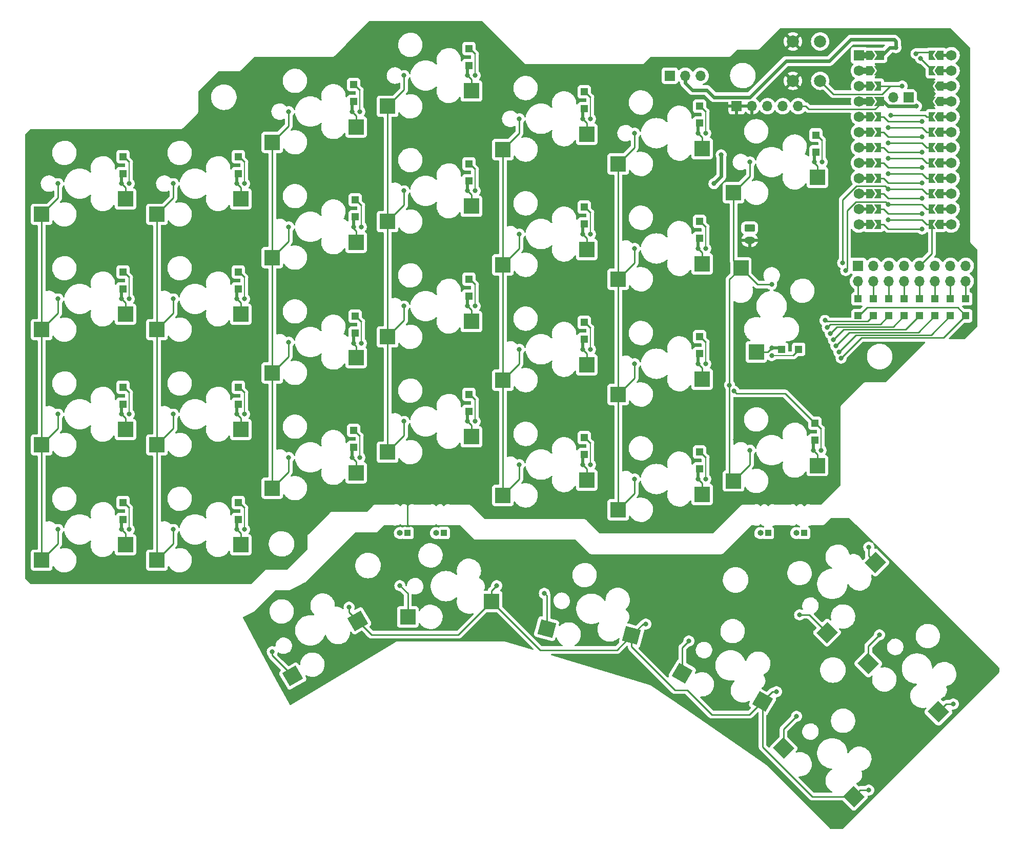
<source format=gbr>
%TF.GenerationSoftware,KiCad,Pcbnew,6.0.4*%
%TF.CreationDate,2022-04-28T08:17:54+02:00*%
%TF.ProjectId,mykeeb,6d796b65-6562-42e6-9b69-6361645f7063,rev?*%
%TF.SameCoordinates,Original*%
%TF.FileFunction,Copper,L2,Bot*%
%TF.FilePolarity,Positive*%
%FSLAX46Y46*%
G04 Gerber Fmt 4.6, Leading zero omitted, Abs format (unit mm)*
G04 Created by KiCad (PCBNEW 6.0.4) date 2022-04-28 08:17:54*
%MOMM*%
%LPD*%
G01*
G04 APERTURE LIST*
G04 Aperture macros list*
%AMRoundRect*
0 Rectangle with rounded corners*
0 $1 Rounding radius*
0 $2 $3 $4 $5 $6 $7 $8 $9 X,Y pos of 4 corners*
0 Add a 4 corners polygon primitive as box body*
4,1,4,$2,$3,$4,$5,$6,$7,$8,$9,$2,$3,0*
0 Add four circle primitives for the rounded corners*
1,1,$1+$1,$2,$3*
1,1,$1+$1,$4,$5*
1,1,$1+$1,$6,$7*
1,1,$1+$1,$8,$9*
0 Add four rect primitives between the rounded corners*
20,1,$1+$1,$2,$3,$4,$5,0*
20,1,$1+$1,$4,$5,$6,$7,0*
20,1,$1+$1,$6,$7,$8,$9,0*
20,1,$1+$1,$8,$9,$2,$3,0*%
%AMRotRect*
0 Rectangle, with rotation*
0 The origin of the aperture is its center*
0 $1 length*
0 $2 width*
0 $3 Rotation angle, in degrees counterclockwise*
0 Add horizontal line*
21,1,$1,$2,0,0,$3*%
%AMFreePoly0*
4,1,6,1.000000,0.000000,0.500000,-0.750000,-0.500000,-0.750000,-0.500000,0.750000,0.500000,0.750000,1.000000,0.000000,1.000000,0.000000,$1*%
%AMFreePoly1*
4,1,6,0.500000,-0.750000,-0.650000,-0.750000,-0.150000,0.000000,-0.650000,0.750000,0.500000,0.750000,0.500000,-0.750000,0.500000,-0.750000,$1*%
%AMFreePoly2*
4,1,6,1.000000,-0.750000,-0.650000,-0.750000,-0.150000,0.000000,-0.650000,0.750000,1.000000,0.750000,1.000000,-0.750000,1.000000,-0.750000,$1*%
G04 Aperture macros list end*
%TA.AperFunction,SMDPad,CuDef*%
%ADD10R,2.550000X2.500000*%
%TD*%
%TA.AperFunction,SMDPad,CuDef*%
%ADD11R,1.200000X1.200000*%
%TD*%
%TA.AperFunction,SMDPad,CuDef*%
%ADD12R,0.504000X1.704000*%
%TD*%
%TA.AperFunction,ComponentPad*%
%ADD13C,0.800000*%
%TD*%
%TA.AperFunction,SMDPad,CuDef*%
%ADD14RotRect,0.254000X1.587000X45.000000*%
%TD*%
%TA.AperFunction,SMDPad,CuDef*%
%ADD15R,0.252000X3.646000*%
%TD*%
%TA.AperFunction,SMDPad,CuDef*%
%ADD16RotRect,2.550000X2.500000X315.000000*%
%TD*%
%TA.AperFunction,ComponentPad*%
%ADD17C,2.000000*%
%TD*%
%TA.AperFunction,SMDPad,CuDef*%
%ADD18RotRect,2.550000X2.500000X30.000000*%
%TD*%
%TA.AperFunction,SMDPad,CuDef*%
%ADD19RotRect,2.550000X2.500000X45.000000*%
%TD*%
%TA.AperFunction,SMDPad,CuDef*%
%ADD20R,1.704000X0.504000*%
%TD*%
%TA.AperFunction,SMDPad,CuDef*%
%ADD21RotRect,0.254000X1.587000X315.000000*%
%TD*%
%TA.AperFunction,SMDPad,CuDef*%
%ADD22R,3.646000X0.252000*%
%TD*%
%TA.AperFunction,SMDPad,CuDef*%
%ADD23R,2.500000X2.550000*%
%TD*%
%TA.AperFunction,SMDPad,CuDef*%
%ADD24RotRect,2.550000X2.500000X345.000000*%
%TD*%
%TA.AperFunction,ComponentPad*%
%ADD25C,1.752600*%
%TD*%
%TA.AperFunction,SMDPad,CuDef*%
%ADD26R,0.852000X0.504000*%
%TD*%
%TA.AperFunction,SMDPad,CuDef*%
%ADD27R,0.852000X1.016000*%
%TD*%
%TA.AperFunction,ComponentPad*%
%ADD28R,1.752600X1.752600*%
%TD*%
%TA.AperFunction,SMDPad,CuDef*%
%ADD29FreePoly0,0.000000*%
%TD*%
%TA.AperFunction,SMDPad,CuDef*%
%ADD30FreePoly0,180.000000*%
%TD*%
%TA.AperFunction,SMDPad,CuDef*%
%ADD31R,0.936232X1.015998*%
%TD*%
%TA.AperFunction,SMDPad,CuDef*%
%ADD32FreePoly1,180.000000*%
%TD*%
%TA.AperFunction,SMDPad,CuDef*%
%ADD33FreePoly2,180.000000*%
%TD*%
%TA.AperFunction,SMDPad,CuDef*%
%ADD34FreePoly1,0.000000*%
%TD*%
%TA.AperFunction,SMDPad,CuDef*%
%ADD35FreePoly2,0.000000*%
%TD*%
%TA.AperFunction,SMDPad,CuDef*%
%ADD36RotRect,2.550000X2.500000X330.000000*%
%TD*%
%TA.AperFunction,ComponentPad*%
%ADD37R,1.700000X1.700000*%
%TD*%
%TA.AperFunction,ComponentPad*%
%ADD38O,1.700000X1.700000*%
%TD*%
%TA.AperFunction,ComponentPad*%
%ADD39R,1.000000X1.000000*%
%TD*%
%TA.AperFunction,ComponentPad*%
%ADD40O,1.000000X1.000000*%
%TD*%
%TA.AperFunction,ComponentPad*%
%ADD41RoundRect,0.250000X-0.625000X0.350000X-0.625000X-0.350000X0.625000X-0.350000X0.625000X0.350000X0*%
%TD*%
%TA.AperFunction,ComponentPad*%
%ADD42O,1.750000X1.200000*%
%TD*%
%TA.AperFunction,ViaPad*%
%ADD43C,0.800000*%
%TD*%
%TA.AperFunction,Conductor*%
%ADD44C,0.250000*%
%TD*%
%TA.AperFunction,Conductor*%
%ADD45C,0.600000*%
%TD*%
G04 APERTURE END LIST*
D10*
%TO.P,K26,1*%
%TO.N,col6*%
X135394375Y-96758125D03*
%TO.P,K26,2*%
%TO.N,Net-(D26-Pad1)*%
X149244375Y-94218125D03*
%TD*%
D11*
%TO.P,D33,1,K*%
%TO.N,Net-(D33-Pad1)*%
X91678125Y-85253625D03*
D12*
X91424125Y-85899625D03*
D13*
X91424125Y-86915625D03*
D14*
%TO.P,D33,2,A*%
%TO.N,row3*%
X92172365Y-82847832D03*
D15*
X92694125Y-85137625D03*
D13*
X92694125Y-86915625D03*
D11*
X91678125Y-82453625D03*
%TD*%
D10*
%TO.P,K14,1*%
%TO.N,col4*%
X97294375Y-61039375D03*
%TO.P,K14,2*%
%TO.N,Net-(D14-Pad1)*%
X111144375Y-58499375D03*
%TD*%
%TO.P,K12,1*%
%TO.N,col2*%
X59194375Y-59848750D03*
%TO.P,K12,2*%
%TO.N,Net-(D12-Pad1)*%
X73044375Y-57308750D03*
%TD*%
D13*
%TO.P,D32,1,K*%
%TO.N,Net-(D32-Pad1)*%
X72374125Y-92868750D03*
D11*
X72628125Y-91206750D03*
D12*
X72374125Y-91852750D03*
D11*
%TO.P,D32,2,A*%
%TO.N,row3*%
X72628125Y-88406750D03*
D14*
X73122365Y-88800957D03*
D13*
X73644125Y-92868750D03*
D15*
X73644125Y-91090750D03*
%TD*%
D10*
%TO.P,K22,1*%
%TO.N,col2*%
X59194375Y-78898750D03*
%TO.P,K22,2*%
%TO.N,Net-(D22-Pad1)*%
X73044375Y-76358750D03*
%TD*%
D16*
%TO.P,K45,1*%
%TO.N,Net-(D45-Pad2)*%
X157652795Y-126910523D03*
%TO.P,K45,2*%
%TO.N,row4*%
X169242275Y-134907900D03*
%TD*%
%TO.P,K44,1*%
%TO.N,Net-(D44-Pad2)*%
X143652795Y-140910523D03*
%TO.P,K44,2*%
%TO.N,row4*%
X155242275Y-148907900D03*
%TD*%
D12*
%TO.P,D10,1,K*%
%TO.N,Net-(D10-Pad1)*%
X34274125Y-65659000D03*
D13*
X34274125Y-66675000D03*
D11*
X34528125Y-65013000D03*
%TO.P,D10,2,A*%
%TO.N,row1*%
X34528125Y-62213000D03*
D15*
X35544125Y-64897000D03*
D14*
X35022365Y-62607207D03*
D13*
X35544125Y-66675000D03*
%TD*%
D11*
%TO.P,D2,1,K*%
%TO.N,Net-(D2-Pad1)*%
X72628125Y-34056750D03*
D13*
X72374125Y-35718750D03*
D12*
X72374125Y-34702750D03*
D11*
%TO.P,D2,2,A*%
%TO.N,row0*%
X72628125Y-31256750D03*
D14*
X73122365Y-31650957D03*
D13*
X73644125Y-35718750D03*
D15*
X73644125Y-33940750D03*
%TD*%
D17*
%TO.P,SW1,1,1*%
%TO.N,RST*%
X149696875Y-30634375D03*
X149696875Y-24134375D03*
%TO.P,SW1,2,2*%
%TO.N,GND*%
X145196875Y-24134375D03*
X145196875Y-30634375D03*
%TD*%
D10*
%TO.P,K30,1*%
%TO.N,col0*%
X21094375Y-109855000D03*
%TO.P,K30,2*%
%TO.N,Net-(D30-Pad1)*%
X34944375Y-107315000D03*
%TD*%
D13*
%TO.P,D14,1,K*%
%TO.N,Net-(D14-Pad1)*%
X110474125Y-55959375D03*
D12*
X110474125Y-54943375D03*
D11*
X110728125Y-54297375D03*
D15*
%TO.P,D14,2,A*%
%TO.N,row1*%
X111744125Y-54181375D03*
D14*
X111222365Y-51891582D03*
D13*
X111744125Y-55959375D03*
D11*
X110728125Y-51497375D03*
%TD*%
%TO.P,D5,1,K*%
%TO.N,Net-(D5-Pad1)*%
X129778125Y-37628625D03*
D12*
X129524125Y-38274625D03*
D13*
X129524125Y-39290625D03*
%TO.P,D5,2,A*%
%TO.N,row0*%
X130794125Y-39290625D03*
D14*
X130272365Y-35222832D03*
D11*
X129778125Y-34828625D03*
D15*
X130794125Y-37512625D03*
%TD*%
D12*
%TO.P,D15,1,K*%
%TO.N,Net-(D15-Pad1)*%
X129524125Y-57324625D03*
D11*
X129778125Y-56678625D03*
D13*
X129524125Y-58340625D03*
D14*
%TO.P,D15,2,A*%
%TO.N,row1*%
X130272365Y-54272832D03*
D13*
X130794125Y-58340625D03*
D11*
X129778125Y-53878625D03*
D15*
X130794125Y-56562625D03*
%TD*%
D13*
%TO.P,D11,1,K*%
%TO.N,Net-(D11-Pad1)*%
X53324125Y-66675000D03*
D12*
X53324125Y-65659000D03*
D11*
X53578125Y-65013000D03*
D15*
%TO.P,D11,2,A*%
%TO.N,row1*%
X54594125Y-64897000D03*
D14*
X54072365Y-62607207D03*
D11*
X53578125Y-62213000D03*
D13*
X54594125Y-66675000D03*
%TD*%
D10*
%TO.P,K31,1*%
%TO.N,col1*%
X40144375Y-109855000D03*
%TO.P,K31,2*%
%TO.N,Net-(D31-Pad1)*%
X53994375Y-107315000D03*
%TD*%
D18*
%TO.P,K40,1*%
%TO.N,Net-(D40-Pad2)*%
X62577075Y-128988159D03*
%TO.P,K40,2*%
%TO.N,row4*%
X73301527Y-119863455D03*
%TD*%
D19*
%TO.P,K46,1*%
%TO.N,Net-(D46-Pad2)*%
X150837000Y-121805926D03*
%TO.P,K46,2*%
%TO.N,row4*%
X158834377Y-110216446D03*
%TD*%
D20*
%TO.P,D16,1,K*%
%TO.N,Net-(D16-Pad1)*%
X142700375Y-74755375D03*
D13*
X141684375Y-74755375D03*
D11*
X143346375Y-75009375D03*
D13*
%TO.P,D16,2,A*%
%TO.N,row1*%
X141684375Y-76025375D03*
D11*
X146146375Y-75009375D03*
D21*
X145752168Y-75503615D03*
D22*
X143462375Y-76025375D03*
%TD*%
D10*
%TO.P,K20,1*%
%TO.N,col0*%
X21094375Y-90805000D03*
%TO.P,K20,2*%
%TO.N,Net-(D20-Pad1)*%
X34944375Y-88265000D03*
%TD*%
D12*
%TO.P,D30,1,K*%
%TO.N,Net-(D30-Pad1)*%
X34274125Y-103759000D03*
D11*
X34528125Y-103113000D03*
D13*
X34274125Y-104775000D03*
D14*
%TO.P,D30,2,A*%
%TO.N,row3*%
X35022365Y-100707207D03*
D11*
X34528125Y-100313000D03*
D13*
X35544125Y-104775000D03*
D15*
X35544125Y-102997000D03*
%TD*%
D11*
%TO.P,D25,1,K*%
%TO.N,Net-(D25-Pad1)*%
X129778125Y-75728625D03*
D13*
X129524125Y-77390625D03*
D12*
X129524125Y-76374625D03*
D14*
%TO.P,D25,2,A*%
%TO.N,row2*%
X130272365Y-73322832D03*
D15*
X130794125Y-75612625D03*
D11*
X129778125Y-72928625D03*
D13*
X130794125Y-77390625D03*
%TD*%
%TO.P,D0,1,K*%
%TO.N,Net-(D0-Pad1)*%
X34274125Y-47625000D03*
D12*
X34274125Y-46609000D03*
D11*
X34528125Y-45963000D03*
%TO.P,D0,2,A*%
%TO.N,row0*%
X34528125Y-43163000D03*
D13*
X35544125Y-47625000D03*
D15*
X35544125Y-45847000D03*
D14*
X35022365Y-43557207D03*
%TD*%
D13*
%TO.P,D4,1,K*%
%TO.N,Net-(D4-Pad1)*%
X110474125Y-36909375D03*
D12*
X110474125Y-35893375D03*
D11*
X110728125Y-35247375D03*
D14*
%TO.P,D4,2,A*%
%TO.N,row0*%
X111222365Y-32841582D03*
D11*
X110728125Y-32447375D03*
D15*
X111744125Y-35131375D03*
D13*
X111744125Y-36909375D03*
%TD*%
D10*
%TO.P,K11,1*%
%TO.N,col1*%
X40144375Y-71755000D03*
%TO.P,K11,2*%
%TO.N,Net-(D11-Pad1)*%
X53994375Y-69215000D03*
%TD*%
%TO.P,K4,1*%
%TO.N,col4*%
X97294375Y-41989375D03*
%TO.P,K4,2*%
%TO.N,Net-(D4-Pad1)*%
X111144375Y-39449375D03*
%TD*%
D12*
%TO.P,D31,1,K*%
%TO.N,Net-(D31-Pad1)*%
X53324125Y-103759000D03*
D13*
X53324125Y-104775000D03*
D11*
X53578125Y-103113000D03*
D15*
%TO.P,D31,2,A*%
%TO.N,row3*%
X54594125Y-102997000D03*
D13*
X54594125Y-104775000D03*
D14*
X54072365Y-100707207D03*
D11*
X53578125Y-100313000D03*
%TD*%
D10*
%TO.P,K10,1*%
%TO.N,col0*%
X21094375Y-71755000D03*
%TO.P,K10,2*%
%TO.N,Net-(D10-Pad1)*%
X34944375Y-69215000D03*
%TD*%
D12*
%TO.P,D3,1,K*%
%TO.N,Net-(D3-Pad1)*%
X91424125Y-28749625D03*
D13*
X91424125Y-29765625D03*
D11*
X91678125Y-28103625D03*
D14*
%TO.P,D3,2,A*%
%TO.N,row0*%
X92172365Y-25697832D03*
D15*
X92694125Y-27987625D03*
D13*
X92694125Y-29765625D03*
D11*
X91678125Y-25303625D03*
%TD*%
D12*
%TO.P,D13,1,K*%
%TO.N,Net-(D13-Pad1)*%
X91424125Y-47799625D03*
D11*
X91678125Y-47153625D03*
D13*
X91424125Y-48815625D03*
D11*
%TO.P,D13,2,A*%
%TO.N,row1*%
X91678125Y-44353625D03*
D15*
X92694125Y-47037625D03*
D14*
X92172365Y-44747832D03*
D13*
X92694125Y-48815625D03*
%TD*%
D11*
%TO.P,D20,1,K*%
%TO.N,Net-(D20-Pad1)*%
X34528125Y-84063000D03*
D12*
X34274125Y-84709000D03*
D13*
X34274125Y-85725000D03*
%TO.P,D20,2,A*%
%TO.N,row2*%
X35544125Y-85725000D03*
D15*
X35544125Y-83947000D03*
D11*
X34528125Y-81263000D03*
D14*
X35022365Y-81657207D03*
%TD*%
D10*
%TO.P,K3,1*%
%TO.N,col3*%
X78244375Y-34845625D03*
%TO.P,K3,2*%
%TO.N,Net-(D3-Pad1)*%
X92094375Y-32305625D03*
%TD*%
D12*
%TO.P,D23,1,K*%
%TO.N,Net-(D23-Pad1)*%
X91424125Y-66849625D03*
D11*
X91678125Y-66203625D03*
D13*
X91424125Y-67865625D03*
%TO.P,D23,2,A*%
%TO.N,row2*%
X92694125Y-67865625D03*
D15*
X92694125Y-66087625D03*
D11*
X91678125Y-63403625D03*
D14*
X92172365Y-63797832D03*
%TD*%
D23*
%TO.P,K16,1*%
%TO.N,col6*%
X136604375Y-61575625D03*
%TO.P,K16,2*%
%TO.N,Net-(D16-Pad1)*%
X139144375Y-75425625D03*
%TD*%
D10*
%TO.P,K35,1*%
%TO.N,col5*%
X116344375Y-101520625D03*
%TO.P,K35,2*%
%TO.N,Net-(D35-Pad1)*%
X130194375Y-98980625D03*
%TD*%
%TO.P,K2,1*%
%TO.N,col2*%
X59194375Y-40798750D03*
%TO.P,K2,2*%
%TO.N,Net-(D2-Pad1)*%
X73044375Y-38258750D03*
%TD*%
%TO.P,K32,1*%
%TO.N,col2*%
X59194375Y-97948750D03*
%TO.P,K32,2*%
%TO.N,Net-(D32-Pad1)*%
X73044375Y-95408750D03*
%TD*%
%TO.P,K5,1*%
%TO.N,col5*%
X116344375Y-44370625D03*
%TO.P,K5,2*%
%TO.N,Net-(D5-Pad1)*%
X130194375Y-41830625D03*
%TD*%
%TO.P,K6,1*%
%TO.N,col6*%
X135394375Y-49133125D03*
%TO.P,K6,2*%
%TO.N,Net-(D6-Pad1)*%
X149244375Y-46593125D03*
%TD*%
%TO.P,K13,1*%
%TO.N,col3*%
X78244375Y-53895625D03*
%TO.P,K13,2*%
%TO.N,Net-(D13-Pad1)*%
X92094375Y-51355625D03*
%TD*%
%TO.P,K41,1*%
%TO.N,Net-(D41-Pad2)*%
X81578125Y-119221250D03*
%TO.P,K41,2*%
%TO.N,row4*%
X95428125Y-116681250D03*
%TD*%
%TO.P,K1,1*%
%TO.N,col1*%
X40144375Y-52705000D03*
%TO.P,K1,2*%
%TO.N,Net-(D1-Pad1)*%
X53994375Y-50165000D03*
%TD*%
D24*
%TO.P,K42,1*%
%TO.N,Net-(D42-Pad2)*%
X104528276Y-121150806D03*
%TO.P,K42,2*%
%TO.N,row4*%
X118563749Y-122281999D03*
%TD*%
D11*
%TO.P,D21,1,K*%
%TO.N,Net-(D21-Pad1)*%
X53578125Y-84063000D03*
D13*
X53324125Y-85725000D03*
D12*
X53324125Y-84709000D03*
D11*
%TO.P,D21,2,A*%
%TO.N,row2*%
X53578125Y-81263000D03*
D13*
X54594125Y-85725000D03*
D15*
X54594125Y-83947000D03*
D14*
X54072365Y-81657207D03*
%TD*%
D25*
%TO.P,U1,*%
%TO.N,*%
X156136000Y-46736000D03*
D26*
X157150000Y-36576000D03*
D27*
X157150000Y-28956000D03*
D26*
X170358000Y-39116000D03*
X170358000Y-49276000D03*
X170358000Y-51816000D03*
D25*
X171376000Y-36576000D03*
D28*
X156136000Y-26416000D03*
D25*
X171376000Y-39116000D03*
D27*
X157150000Y-26416000D03*
D25*
X156136000Y-51816000D03*
X171376000Y-34036000D03*
X156136000Y-41656000D03*
D29*
X157836000Y-49276000D03*
D25*
X171376000Y-44196000D03*
X156136000Y-54356000D03*
X171376000Y-31496000D03*
D26*
X157150000Y-49276000D03*
D25*
X156136000Y-28956000D03*
D26*
X157232000Y-51816000D03*
D30*
X169596000Y-49276000D03*
X169596000Y-46736000D03*
D29*
X157836000Y-41656000D03*
D26*
X170358000Y-28956000D03*
X157232000Y-41656000D03*
D29*
X157836000Y-28956000D03*
D25*
X156136000Y-31496000D03*
D26*
X157232000Y-54356000D03*
X170358000Y-26416000D03*
D30*
X169596000Y-31496000D03*
D29*
X157836000Y-46736000D03*
X157836000Y-51816000D03*
D25*
X171376000Y-28956000D03*
X171376000Y-26416000D03*
X171376000Y-41656000D03*
D30*
X169596000Y-39116000D03*
D29*
X157836000Y-54356000D03*
D26*
X170358000Y-41656000D03*
X170358000Y-46736000D03*
D25*
X156136000Y-39116000D03*
X156136000Y-49276000D03*
D30*
X169596000Y-44196000D03*
D26*
X157232000Y-44196000D03*
D25*
X171376000Y-49276000D03*
D30*
X169596000Y-41656000D03*
X169596000Y-51816000D03*
D27*
X170362232Y-34036000D03*
D29*
X157836000Y-34036000D03*
D25*
X171376000Y-54356000D03*
D26*
X157150000Y-31496000D03*
D30*
X169596000Y-36576000D03*
D29*
X157836000Y-44196000D03*
D25*
X156136000Y-36576000D03*
D26*
X157150000Y-39116000D03*
D30*
X169596000Y-54356000D03*
X169596000Y-28956000D03*
D25*
X171376000Y-51816000D03*
D26*
X170362232Y-44192784D03*
D30*
X169596000Y-26416000D03*
D31*
X170320116Y-31496001D03*
D29*
X157836000Y-39116000D03*
D30*
X169596000Y-34036000D03*
D25*
X171376000Y-46736000D03*
D26*
X157150000Y-46736000D03*
D29*
X157836000Y-36576000D03*
D27*
X157150000Y-34036000D03*
D26*
X170358000Y-36576000D03*
D25*
X156136000Y-34036000D03*
D29*
X157836000Y-26416000D03*
D25*
X156136000Y-44196000D03*
D29*
X157836000Y-31496000D03*
D26*
X170358000Y-54356000D03*
D32*
%TO.P,U1,1,TX0/PD3*%
%TO.N,unconnected-(U1-Pad1)*%
X168146000Y-26416000D03*
%TO.P,U1,2,RX1/PD2*%
%TO.N,unconnected-(U1-Pad2)*%
X168146000Y-28956000D03*
D33*
%TO.P,U1,3,GND*%
%TO.N,GND*%
X168146000Y-31496000D03*
%TO.P,U1,4,GND*%
X168146000Y-34036000D03*
D32*
%TO.P,U1,5,2/PD1*%
%TO.N,SDA*%
X168146000Y-36576000D03*
%TO.P,U1,6,3/PD0*%
%TO.N,SCL*%
X168146000Y-39116000D03*
%TO.P,U1,7,4/PD4*%
%TO.N,unconnected-(U1-Pad7)*%
X168146000Y-41656000D03*
%TO.P,U1,8,5/PC6*%
%TO.N,row0*%
X168146000Y-44196000D03*
%TO.P,U1,9,6/PD7*%
%TO.N,row1*%
X168146000Y-46736000D03*
%TO.P,U1,10,7/PE6*%
%TO.N,row2*%
X168146000Y-49276000D03*
%TO.P,U1,11,8/PB4*%
%TO.N,row3*%
X168146000Y-51816000D03*
%TO.P,U1,12,9/PB5*%
%TO.N,row4*%
X168146000Y-54356000D03*
D34*
%TO.P,U1,13,10/PB6*%
%TO.N,col6*%
X159286000Y-54356000D03*
%TO.P,U1,14,16/PB2*%
%TO.N,col5*%
X159286000Y-51816000D03*
%TO.P,U1,15,14/PB3*%
%TO.N,col4*%
X159286000Y-49276000D03*
%TO.P,U1,16,15/PB1*%
%TO.N,col3*%
X159286000Y-46736000D03*
%TO.P,U1,17,A0/PF7*%
%TO.N,col2*%
X159286000Y-44196000D03*
%TO.P,U1,18,A1/PF6*%
%TO.N,col1*%
X159286000Y-41656000D03*
%TO.P,U1,19,A2/PF5*%
%TO.N,col0*%
X159286000Y-39116000D03*
%TO.P,U1,20,A3/PF4*%
%TO.N,unconnected-(U1-Pad20)*%
X159286000Y-36576000D03*
D35*
%TO.P,U1,21,VCC*%
%TO.N,VCC*%
X159286000Y-34036000D03*
D34*
%TO.P,U1,22,RST*%
%TO.N,RST*%
X159286000Y-31496000D03*
D35*
%TO.P,U1,23,GND*%
%TO.N,GND*%
X159286000Y-28956000D03*
%TO.P,U1,24,RAW*%
%TO.N,Bat+*%
X159286000Y-26416000D03*
%TD*%
D10*
%TO.P,K25,1*%
%TO.N,col5*%
X116344375Y-82470625D03*
%TO.P,K25,2*%
%TO.N,Net-(D25-Pad1)*%
X130194375Y-79930625D03*
%TD*%
D11*
%TO.P,D1,1,K*%
%TO.N,Net-(D1-Pad1)*%
X53578125Y-45963000D03*
D12*
X53324125Y-46609000D03*
D13*
X53324125Y-47625000D03*
D15*
%TO.P,D1,2,A*%
%TO.N,row0*%
X54594125Y-45847000D03*
D14*
X54072365Y-43557207D03*
D13*
X54594125Y-47625000D03*
D11*
X53578125Y-43163000D03*
%TD*%
D10*
%TO.P,K33,1*%
%TO.N,col3*%
X78244375Y-91995625D03*
%TO.P,K33,2*%
%TO.N,Net-(D33-Pad1)*%
X92094375Y-89455625D03*
%TD*%
D12*
%TO.P,D24,1,K*%
%TO.N,Net-(D24-Pad1)*%
X110474125Y-73993375D03*
D13*
X110474125Y-75009375D03*
D11*
X110728125Y-73347375D03*
D14*
%TO.P,D24,2,A*%
%TO.N,row2*%
X111222365Y-70941582D03*
D15*
X111744125Y-73231375D03*
D11*
X110728125Y-70547375D03*
D13*
X111744125Y-75009375D03*
%TD*%
%TO.P,D26,1,K*%
%TO.N,Net-(D26-Pad1)*%
X148574125Y-91678125D03*
D12*
X148574125Y-90662125D03*
D11*
X148828125Y-90016125D03*
D14*
%TO.P,D26,2,A*%
%TO.N,row2*%
X149322365Y-87610332D03*
D13*
X149844125Y-91678125D03*
D15*
X149844125Y-89900125D03*
D11*
X148828125Y-87216125D03*
%TD*%
D36*
%TO.P,K43,1*%
%TO.N,Net-(D43-Pad2)*%
X126916416Y-128492534D03*
%TO.P,K43,2*%
%TO.N,row4*%
X140180868Y-133217830D03*
%TD*%
D13*
%TO.P,D35,1,K*%
%TO.N,Net-(D35-Pad1)*%
X129524125Y-96440625D03*
D12*
X129524125Y-95424625D03*
D11*
X129778125Y-94778625D03*
D13*
%TO.P,D35,2,A*%
%TO.N,row3*%
X130794125Y-96440625D03*
D11*
X129778125Y-91978625D03*
D14*
X130272365Y-92372832D03*
D15*
X130794125Y-94662625D03*
%TD*%
D10*
%TO.P,K21,1*%
%TO.N,col1*%
X40144375Y-90805000D03*
%TO.P,K21,2*%
%TO.N,Net-(D21-Pad1)*%
X53994375Y-88265000D03*
%TD*%
D11*
%TO.P,D12,1,K*%
%TO.N,Net-(D12-Pad1)*%
X72882125Y-53106750D03*
D13*
X72628125Y-54768750D03*
D12*
X72628125Y-53752750D03*
D11*
%TO.P,D12,2,A*%
%TO.N,row1*%
X72882125Y-50306750D03*
D13*
X73898125Y-54768750D03*
D14*
X73376365Y-50700957D03*
D15*
X73898125Y-52990750D03*
%TD*%
D10*
%TO.P,K0,1*%
%TO.N,col0*%
X21094375Y-52705000D03*
%TO.P,K0,2*%
%TO.N,Net-(D0-Pad1)*%
X34944375Y-50165000D03*
%TD*%
%TO.P,K34,1*%
%TO.N,col4*%
X97294375Y-99139375D03*
%TO.P,K34,2*%
%TO.N,Net-(D34-Pad1)*%
X111144375Y-96599375D03*
%TD*%
D13*
%TO.P,D34,1,K*%
%TO.N,Net-(D34-Pad1)*%
X110474125Y-94059375D03*
D11*
X110728125Y-92397375D03*
D12*
X110474125Y-93043375D03*
D11*
%TO.P,D34,2,A*%
%TO.N,row3*%
X110728125Y-89597375D03*
D14*
X111222365Y-89991582D03*
D15*
X111744125Y-92281375D03*
D13*
X111744125Y-94059375D03*
%TD*%
D11*
%TO.P,D22,1,K*%
%TO.N,Net-(D22-Pad1)*%
X72882125Y-72331375D03*
D13*
X72628125Y-73993375D03*
D12*
X72628125Y-72977375D03*
D13*
%TO.P,D22,2,A*%
%TO.N,row2*%
X73898125Y-73993375D03*
D11*
X72882125Y-69531375D03*
D14*
X73376365Y-69925582D03*
D15*
X73898125Y-72215375D03*
%TD*%
D10*
%TO.P,K24,1*%
%TO.N,col4*%
X97294375Y-80089375D03*
%TO.P,K24,2*%
%TO.N,Net-(D24-Pad1)*%
X111144375Y-77549375D03*
%TD*%
%TO.P,K23,1*%
%TO.N,col3*%
X78244375Y-72945625D03*
%TO.P,K23,2*%
%TO.N,Net-(D23-Pad1)*%
X92094375Y-70405625D03*
%TD*%
D12*
%TO.P,D6,1,K*%
%TO.N,Net-(D6-Pad1)*%
X148748750Y-43037125D03*
D13*
X148748750Y-44053125D03*
D11*
X149002750Y-42391125D03*
D14*
%TO.P,D6,2,A*%
%TO.N,row0*%
X149496990Y-39985332D03*
D15*
X150018750Y-42275125D03*
D11*
X149002750Y-39591125D03*
D13*
X150018750Y-44053125D03*
%TD*%
D10*
%TO.P,K15,1*%
%TO.N,col5*%
X116344375Y-63420625D03*
%TO.P,K15,2*%
%TO.N,Net-(D15-Pad1)*%
X130194375Y-60880625D03*
%TD*%
D11*
%TO.P,D36,1,K*%
%TO.N,col6*%
X155956000Y-69472000D03*
%TO.P,D36,2,A*%
%TO.N,Net-(D36-Pad2)*%
X155956000Y-66672000D03*
%TD*%
D37*
%TO.P,J11,1,Pin_1*%
%TO.N,GND*%
X135920000Y-34823000D03*
D38*
%TO.P,J11,2,Pin_2*%
X138460000Y-34823000D03*
%TO.P,J11,3,Pin_3*%
%TO.N,SCL*%
X141000000Y-34823000D03*
%TO.P,J11,4,Pin_4*%
%TO.N,SDA*%
X143540000Y-34823000D03*
%TO.P,J11,5,Pin_5*%
%TO.N,VCC*%
X146080000Y-34823000D03*
%TD*%
D39*
%TO.P,J3,1,Pin_1*%
%TO.N,Net-(D41-Pad2)*%
X81557881Y-105370401D03*
D40*
%TO.P,J3,2,Pin_2*%
%TO.N,Net-(D40-Pad2)*%
X80287881Y-105370401D03*
%TD*%
D39*
%TO.P,J4,1,Pin_1*%
%TO.N,Net-(D43-Pad2)*%
X87511011Y-105370401D03*
D40*
%TO.P,J4,2,Pin_2*%
%TO.N,Net-(D42-Pad2)*%
X86241011Y-105370401D03*
%TD*%
D11*
%TO.P,D45,1,K*%
%TO.N,col5*%
X171196000Y-69472000D03*
%TO.P,D45,2,A*%
%TO.N,Net-(D45-Pad2)*%
X171196000Y-66672000D03*
%TD*%
%TO.P,D41,1,K*%
%TO.N,col1*%
X161036000Y-69472000D03*
%TO.P,D41,2,A*%
%TO.N,Net-(D41-Pad2)*%
X161036000Y-66672000D03*
%TD*%
%TO.P,D42,1,K*%
%TO.N,col2*%
X163576000Y-69472000D03*
%TO.P,D42,2,A*%
%TO.N,Net-(D42-Pad2)*%
X163576000Y-66672000D03*
%TD*%
D37*
%TO.P,SWbat1,1,A*%
%TO.N,Net-(BT1-Pad1)*%
X124871875Y-29790625D03*
D38*
%TO.P,SWbat1,2,B*%
%TO.N,Bat+*%
X127411875Y-29790625D03*
%TO.P,SWbat1,3,C*%
%TO.N,unconnected-(SWbat1-Pad3)*%
X129951875Y-29790625D03*
%TD*%
D39*
%TO.P,J5,1,Pin_1*%
%TO.N,Net-(D45-Pad2)*%
X141089181Y-105370401D03*
D40*
%TO.P,J5,2,Pin_2*%
%TO.N,Net-(D44-Pad2)*%
X139819181Y-105370401D03*
%TD*%
D11*
%TO.P,D43,1,K*%
%TO.N,col3*%
X166116000Y-69472000D03*
%TO.P,D43,2,A*%
%TO.N,Net-(D43-Pad2)*%
X166116000Y-66672000D03*
%TD*%
D37*
%TO.P,J1,1,Pin_1*%
%TO.N,row3*%
X155971000Y-61214000D03*
D38*
%TO.P,J1,2,Pin_2*%
%TO.N,Net-(D36-Pad2)*%
X155971000Y-63754000D03*
%TO.P,J1,3,Pin_3*%
%TO.N,row4*%
X158511000Y-61214000D03*
%TO.P,J1,4,Pin_4*%
%TO.N,Net-(D40-Pad2)*%
X158511000Y-63754000D03*
%TO.P,J1,5,Pin_5*%
%TO.N,row4*%
X161051000Y-61214000D03*
%TO.P,J1,6,Pin_6*%
%TO.N,Net-(D41-Pad2)*%
X161051000Y-63754000D03*
%TO.P,J1,7,Pin_7*%
%TO.N,row4*%
X163591000Y-61214000D03*
%TO.P,J1,8,Pin_8*%
%TO.N,Net-(D42-Pad2)*%
X163591000Y-63754000D03*
%TO.P,J1,9,Pin_9*%
%TO.N,row4*%
X166131000Y-61214000D03*
%TO.P,J1,10,Pin_10*%
%TO.N,Net-(D43-Pad2)*%
X166131000Y-63754000D03*
%TO.P,J1,11,Pin_11*%
%TO.N,row4*%
X168671000Y-61214000D03*
%TO.P,J1,12,Pin_12*%
%TO.N,Net-(D44-Pad2)*%
X168671000Y-63754000D03*
%TO.P,J1,13,Pin_13*%
%TO.N,row4*%
X171211000Y-61214000D03*
%TO.P,J1,14,Pin_14*%
%TO.N,Net-(D45-Pad2)*%
X171211000Y-63754000D03*
%TO.P,J1,15,Pin_15*%
%TO.N,row4*%
X173751000Y-61214000D03*
%TO.P,J1,16,Pin_16*%
%TO.N,Net-(D46-Pad2)*%
X173751000Y-63754000D03*
%TD*%
D37*
%TO.P,J2,1,Pin_1*%
%TO.N,VCC*%
X164365762Y-33362528D03*
D38*
%TO.P,J2,2,Pin_2*%
%TO.N,GND*%
X161825762Y-33362528D03*
%TD*%
D39*
%TO.P,J6,1,Pin_1*%
%TO.N,row4*%
X147042311Y-105370401D03*
D40*
%TO.P,J6,2,Pin_2*%
%TO.N,Net-(D46-Pad2)*%
X145772311Y-105370401D03*
%TD*%
D11*
%TO.P,D44,1,K*%
%TO.N,col4*%
X168656000Y-69472000D03*
%TO.P,D44,2,A*%
%TO.N,Net-(D44-Pad2)*%
X168656000Y-66672000D03*
%TD*%
%TO.P,D40,1,K*%
%TO.N,col0*%
X158496000Y-69472000D03*
%TO.P,D40,2,A*%
%TO.N,Net-(D40-Pad2)*%
X158496000Y-66672000D03*
%TD*%
%TO.P,D46,1,K*%
%TO.N,col6*%
X173736000Y-69472000D03*
%TO.P,D46,2,A*%
%TO.N,Net-(D46-Pad2)*%
X173736000Y-66672000D03*
%TD*%
D41*
%TO.P,BT1,1,+*%
%TO.N,Net-(BT1-Pad1)*%
X138043750Y-54959375D03*
D42*
%TO.P,BT1,2,-*%
%TO.N,GND*%
X138043750Y-56959375D03*
%TD*%
D43*
%TO.N,GND*%
X166687537Y-58340633D03*
%TO.N,unconnected-(U1-Pad20)*%
X166550000Y-37338000D03*
%TO.N,RST*%
X163248000Y-31496000D03*
%TO.N,Bat+*%
X162232000Y-25146000D03*
%TO.N,row0*%
X160962000Y-43434000D03*
%TO.N,row1*%
X160962000Y-45974000D03*
%TO.N,row2*%
X135454354Y-81912536D03*
X160962000Y-48514000D03*
X153416000Y-60706000D03*
%TO.N,row3*%
X160962000Y-51054000D03*
X153924000Y-61976000D03*
%TO.N,row4*%
X96266000Y-114046000D03*
X160962000Y-53594000D03*
X157734000Y-107696000D03*
X142494000Y-131572000D03*
X171704000Y-133604000D03*
X120904000Y-120396000D03*
X71882000Y-117602000D03*
X157734000Y-147828000D03*
%TO.N,col0*%
X166550000Y-39878000D03*
X23812500Y-66675000D03*
X23812500Y-104775000D03*
X23812500Y-85725000D03*
X150497870Y-70233870D03*
X23812500Y-47625000D03*
%TO.N,col1*%
X42862500Y-47625000D03*
X42862500Y-85725000D03*
X150876000Y-71374000D03*
X166550000Y-42418000D03*
X42862500Y-66675000D03*
X42862500Y-104775000D03*
%TO.N,col2*%
X61912500Y-92868750D03*
X166550000Y-44958000D03*
X151384000Y-72390000D03*
X61912500Y-35718750D03*
X61912500Y-54768750D03*
X61912500Y-73818750D03*
%TO.N,col3*%
X80962500Y-67865625D03*
X80962500Y-48815625D03*
X80962500Y-86915625D03*
X151892000Y-73406000D03*
X80962500Y-29765625D03*
X166550000Y-47498000D03*
%TO.N,col4*%
X100012500Y-75009375D03*
X100012500Y-36909375D03*
X100012500Y-94059375D03*
X166550000Y-50038000D03*
X100012500Y-55959375D03*
X152273000Y-74422000D03*
%TO.N,col5*%
X119062500Y-39290625D03*
X119062500Y-58340625D03*
X166550000Y-52578000D03*
X152781000Y-75438000D03*
X119062500Y-77390625D03*
X119062500Y-96440625D03*
%TO.N,col6*%
X153162000Y-76454000D03*
X166550000Y-55118000D03*
X138112500Y-44053125D03*
X134729854Y-80916146D03*
X141684375Y-64293750D03*
X138112500Y-91678125D03*
%TO.N,GND*%
X152400000Y-41656000D03*
X113109470Y-64293804D03*
X87511011Y-60721926D03*
X38100000Y-85725000D03*
X162232000Y-27940000D03*
X152400128Y-44648475D03*
X145851685Y-86320385D03*
X125015730Y-70842247D03*
X152400000Y-36576000D03*
X150622000Y-86614000D03*
X114300000Y-75009375D03*
X163322000Y-27940000D03*
X55959375Y-76200000D03*
X147637624Y-69651621D03*
X80367255Y-96440706D03*
X132159486Y-67865682D03*
X142875120Y-96440706D03*
X153416000Y-39116000D03*
X94059454Y-57150048D03*
X93464141Y-101203210D03*
X143470433Y-108942279D03*
X142279807Y-85129759D03*
X165354000Y-27940000D03*
X75009375Y-64293750D03*
X173236083Y-72032873D03*
X151209375Y-53578125D03*
X151209502Y-105370401D03*
X76200064Y-57150048D03*
X77986003Y-105370401D03*
X84534446Y-100012584D03*
X135731364Y-89892263D03*
X164338000Y-27940000D03*
X89892263Y-105370401D03*
X95250000Y-67865625D03*
%TO.N,unconnected-(U1-Pad1)*%
X165534000Y-26162000D03*
%TO.N,unconnected-(U1-Pad2)*%
X166296000Y-26924000D03*
%TO.N,unconnected-(U1-Pad7)*%
X160962000Y-40894000D03*
%TO.N,Net-(BT1-Pad1)*%
X132159375Y-47625000D03*
X133350000Y-42862500D03*
%TO.N,Net-(D40-Pad2)*%
X59182000Y-124968000D03*
%TO.N,Net-(D41-Pad2)*%
X80264000Y-114046000D03*
%TO.N,Net-(D42-Pad2)*%
X104140000Y-115316000D03*
%TO.N,Net-(D43-Pad2)*%
X128016000Y-123190000D03*
%TO.N,Net-(D44-Pad2)*%
X145796000Y-135636000D03*
%TO.N,Net-(D45-Pad2)*%
X159512000Y-122174000D03*
%TO.N,Net-(D46-Pad2)*%
X146304000Y-118872000D03*
%TO.N,VCC*%
X165608000Y-34798000D03*
%TO.N,SDA*%
X161329823Y-36314093D03*
%TO.N,SCL*%
X160962000Y-38354000D03*
%TD*%
D44*
%TO.N,row4*%
X168146000Y-54356000D02*
X168146000Y-59199000D01*
X168146000Y-59199000D02*
X166131000Y-61214000D01*
%TO.N,unconnected-(U1-Pad20)*%
X160200000Y-36576000D02*
X160962000Y-37338000D01*
X159286000Y-36576000D02*
X160200000Y-36576000D01*
X160962000Y-37338000D02*
X166550000Y-37338000D01*
%TO.N,RST*%
X159934936Y-32835189D02*
X151897689Y-32835189D01*
X151897689Y-32835189D02*
X149696875Y-30634375D01*
X161274125Y-31496000D02*
X159934936Y-32835189D01*
X161274125Y-31496000D02*
X163248000Y-31496000D01*
X159286000Y-31496000D02*
X161274125Y-31496000D01*
D45*
%TO.N,Bat+*%
X127396875Y-29805625D02*
X127411875Y-29790625D01*
X162232000Y-24119500D02*
X161925000Y-23812500D01*
X154781250Y-23812500D02*
X151209375Y-27384375D01*
X130968750Y-32146875D02*
X128587500Y-32146875D01*
D44*
X159286000Y-26416000D02*
X159946000Y-26416000D01*
D45*
X151209375Y-27384375D02*
X144065625Y-27384375D01*
X162232000Y-25146000D02*
X162232000Y-24119500D01*
X132159375Y-33337500D02*
X130968750Y-32146875D01*
X161216000Y-25146000D02*
X162232000Y-25146000D01*
X159946000Y-26416000D02*
X161216000Y-25146000D01*
X144065625Y-27384375D02*
X138112500Y-33337500D01*
X161925000Y-23812500D02*
X154781250Y-23812500D01*
X138112500Y-33337500D02*
X132159375Y-33337500D01*
X127396875Y-30956250D02*
X127396875Y-29805625D01*
X128587500Y-32146875D02*
X127396875Y-30956250D01*
D44*
%TO.N,row0*%
X167312000Y-44196000D02*
X168146000Y-44196000D01*
X160962000Y-43434000D02*
X166550000Y-43434000D01*
X166550000Y-43434000D02*
X167312000Y-44196000D01*
%TO.N,row1*%
X166550000Y-45974000D02*
X167312000Y-46736000D01*
X167312000Y-46736000D02*
X168146000Y-46736000D01*
X160962000Y-45974000D02*
X166550000Y-45974000D01*
%TO.N,row2*%
X135837818Y-82296000D02*
X135454354Y-81912536D01*
X148828125Y-87216125D02*
X143908000Y-82296000D01*
X143908000Y-82296000D02*
X140970000Y-82296000D01*
X167312000Y-49276000D02*
X168146000Y-49276000D01*
X160962000Y-48514000D02*
X166550000Y-48514000D01*
X155707796Y-48006000D02*
X160454000Y-48006000D01*
X153416000Y-50297796D02*
X155707796Y-48006000D01*
X153416000Y-60706000D02*
X153416000Y-50297796D01*
X166550000Y-48514000D02*
X167312000Y-49276000D01*
X140970000Y-82296000D02*
X135837818Y-82296000D01*
X160454000Y-48006000D02*
X160962000Y-48514000D01*
%TO.N,row3*%
X154140511Y-52113285D02*
X155638607Y-50615189D01*
X160523189Y-50615189D02*
X160962000Y-51054000D01*
X166550000Y-51054000D02*
X167312000Y-51816000D01*
X160962000Y-51054000D02*
X166550000Y-51054000D01*
X153924000Y-61976000D02*
X154140511Y-61759489D01*
X154140511Y-61759489D02*
X154140511Y-52113285D01*
X167312000Y-51816000D02*
X168146000Y-51816000D01*
X155638607Y-50615189D02*
X160523189Y-50615189D01*
%TO.N,row4*%
X118563749Y-122281999D02*
X116131748Y-124714000D01*
X141826698Y-131572000D02*
X142494000Y-131572000D01*
X73301527Y-119863455D02*
X71882000Y-118443928D01*
X118563749Y-122281999D02*
X120449748Y-120396000D01*
X160962000Y-53594000D02*
X166550000Y-53594000D01*
X116131748Y-124714000D02*
X103460875Y-124714000D01*
X170546175Y-133604000D02*
X169242275Y-134907900D01*
X103460875Y-124714000D02*
X95428125Y-116681250D01*
X95428125Y-116681250D02*
X89935375Y-122174000D01*
X140180868Y-140688868D02*
X140180868Y-133217830D01*
X156322175Y-147828000D02*
X155242275Y-148907900D01*
X118563749Y-124151749D02*
X118563749Y-122281999D01*
X89935375Y-122174000D02*
X75612072Y-122174000D01*
X157734000Y-147828000D02*
X156322175Y-147828000D01*
X166550000Y-53594000D02*
X167312000Y-54356000D01*
X138016698Y-135382000D02*
X131826000Y-135382000D01*
X127762000Y-131318000D02*
X125730000Y-131318000D01*
X157734000Y-107696000D02*
X157734000Y-109116069D01*
X131826000Y-135382000D02*
X127762000Y-131318000D01*
X95428125Y-116681250D02*
X95428125Y-114883875D01*
X125730000Y-131318000D02*
X118563749Y-124151749D01*
X140180868Y-133217830D02*
X141826698Y-131572000D01*
X120449748Y-120396000D02*
X120904000Y-120396000D01*
X148399900Y-148907900D02*
X140180868Y-140688868D01*
X155242275Y-148907900D02*
X148399900Y-148907900D01*
X167312000Y-54356000D02*
X168146000Y-54356000D01*
X157734000Y-109116069D02*
X158834377Y-110216446D01*
X75612072Y-122174000D02*
X73301527Y-119863455D01*
X95428125Y-114883875D02*
X96266000Y-114046000D01*
X71882000Y-118443928D02*
X71882000Y-117602000D01*
X171704000Y-133604000D02*
X170546175Y-133604000D01*
X140180868Y-133217830D02*
X138016698Y-135382000D01*
%TO.N,col0*%
X23812500Y-88086875D02*
X21094375Y-90805000D01*
X21078954Y-90820421D02*
X21078954Y-109839579D01*
X160200000Y-39116000D02*
X160962000Y-39878000D01*
X150497870Y-70233870D02*
X150760484Y-70233870D01*
X23812500Y-66675000D02*
X23812500Y-69036875D01*
X150660511Y-70396511D02*
X157571489Y-70396511D01*
X21094375Y-90805000D02*
X21078954Y-90820421D01*
X21078954Y-71739579D02*
X21094375Y-71755000D01*
X160962000Y-39878000D02*
X166550000Y-39878000D01*
X21078954Y-109839579D02*
X21094375Y-109855000D01*
X23812500Y-49986875D02*
X21094375Y-52705000D01*
X21094375Y-71755000D02*
X21078954Y-71770421D01*
X21078954Y-52720421D02*
X21078954Y-71739579D01*
X23812500Y-104775000D02*
X23812500Y-107136875D01*
X159286000Y-39116000D02*
X160200000Y-39116000D01*
X150497870Y-70233870D02*
X150660511Y-70396511D01*
X157571489Y-70396511D02*
X158496000Y-69472000D01*
X21078954Y-90789579D02*
X21094375Y-90805000D01*
X23812500Y-107136875D02*
X21094375Y-109855000D01*
X21078954Y-71770421D02*
X21078954Y-90789579D01*
X23812500Y-47625000D02*
X23812500Y-49986875D01*
X21094375Y-52705000D02*
X21078954Y-52720421D01*
X23812500Y-85725000D02*
X23812500Y-88086875D01*
X23812500Y-69036875D02*
X21094375Y-71755000D01*
%TO.N,col1*%
X42862500Y-49986875D02*
X40144375Y-52705000D01*
X42862500Y-107136875D02*
X40144375Y-109855000D01*
X40128954Y-71770421D02*
X40128954Y-90789579D01*
X42862500Y-104775000D02*
X42862500Y-107136875D01*
X151403969Y-70846031D02*
X159661969Y-70846031D01*
X40128954Y-109839579D02*
X40144375Y-109855000D01*
X40128954Y-90789579D02*
X40144375Y-90805000D01*
X42862500Y-66675000D02*
X42862500Y-69036875D01*
X159661969Y-70846031D02*
X161036000Y-69472000D01*
X42862500Y-85725000D02*
X42862500Y-88086875D01*
X40144375Y-90805000D02*
X40128954Y-90820421D01*
X40128954Y-90820421D02*
X40128954Y-109839579D01*
X42862500Y-47625000D02*
X42862500Y-49986875D01*
X160962000Y-42418000D02*
X166550000Y-42418000D01*
X40128954Y-52720421D02*
X40128954Y-71739579D01*
X160200000Y-41656000D02*
X160962000Y-42418000D01*
X40144375Y-71755000D02*
X40128954Y-71770421D01*
X40144375Y-52705000D02*
X40128954Y-52720421D01*
X150876000Y-71374000D02*
X151403969Y-70846031D01*
X159286000Y-41656000D02*
X160200000Y-41656000D01*
X40128954Y-71739579D02*
X40144375Y-71755000D01*
X42862500Y-88086875D02*
X40144375Y-90805000D01*
X42862500Y-69036875D02*
X40144375Y-71755000D01*
%TO.N,col2*%
X160200000Y-44196000D02*
X160962000Y-44958000D01*
X61912500Y-95230625D02*
X59194375Y-97948750D01*
X61912500Y-57130625D02*
X59194375Y-59848750D01*
X59178954Y-59864171D02*
X59178954Y-78883329D01*
X59178954Y-59833329D02*
X59194375Y-59848750D01*
X61912500Y-92868750D02*
X61912500Y-95230625D01*
X61912500Y-76180625D02*
X59194375Y-78898750D01*
X151384000Y-72390000D02*
X152478449Y-71295551D01*
X61912500Y-73818750D02*
X61912500Y-76180625D01*
X59194375Y-59848750D02*
X59178954Y-59864171D01*
X59194375Y-78898750D02*
X59178954Y-78914171D01*
X161752449Y-71295551D02*
X163576000Y-69472000D01*
X160962000Y-44958000D02*
X166550000Y-44958000D01*
X59178954Y-97933329D02*
X59194375Y-97948750D01*
X59178954Y-78883329D02*
X59194375Y-78898750D01*
X152478449Y-71295551D02*
X161752449Y-71295551D01*
X59178954Y-78914171D02*
X59178954Y-97933329D01*
X59194375Y-40798750D02*
X59178954Y-40814171D01*
X61912500Y-38080625D02*
X59194375Y-40798750D01*
X61912500Y-54768750D02*
X61912500Y-57130625D01*
X59178954Y-40814171D02*
X59178954Y-59833329D01*
X159286000Y-44196000D02*
X160200000Y-44196000D01*
X61912500Y-35718750D02*
X61912500Y-38080625D01*
%TO.N,col3*%
X78228954Y-34861046D02*
X78228954Y-53880204D01*
X78228954Y-72961046D02*
X78228954Y-91980204D01*
X78244375Y-34845625D02*
X78228954Y-34861046D01*
X159286000Y-46736000D02*
X160200000Y-46736000D01*
X80962500Y-32127500D02*
X78244375Y-34845625D01*
X78244375Y-72945625D02*
X78228954Y-72961046D01*
X78244375Y-53895625D02*
X78228954Y-53911046D01*
X80962500Y-48815625D02*
X80962500Y-51177500D01*
X153552929Y-71745071D02*
X163842929Y-71745071D01*
X80962500Y-67865625D02*
X80962500Y-70227500D01*
X78228954Y-91980204D02*
X78244375Y-91995625D01*
X80962500Y-86915625D02*
X80962500Y-89277500D01*
X160200000Y-46736000D02*
X160962000Y-47498000D01*
X78228954Y-53880204D02*
X78244375Y-53895625D01*
X80962500Y-70227500D02*
X78244375Y-72945625D01*
X78228954Y-72930204D02*
X78244375Y-72945625D01*
X78228954Y-53911046D02*
X78228954Y-72930204D01*
X163842929Y-71745071D02*
X166116000Y-69472000D01*
X151892000Y-73406000D02*
X153552929Y-71745071D01*
X80962500Y-29765625D02*
X80962500Y-32127500D01*
X80962500Y-89277500D02*
X78244375Y-91995625D01*
X80962500Y-51177500D02*
X78244375Y-53895625D01*
X160962000Y-47498000D02*
X166550000Y-47498000D01*
%TO.N,col4*%
X100012500Y-39271250D02*
X97294375Y-41989375D01*
X97278954Y-61054796D02*
X97278954Y-80073954D01*
X97294375Y-80089375D02*
X97278954Y-80104796D01*
X100012500Y-96421250D02*
X97294375Y-99139375D01*
X100012500Y-55959375D02*
X100012500Y-58321250D01*
X97294375Y-41989375D02*
X97278954Y-42004796D01*
X100012500Y-36909375D02*
X100012500Y-39271250D01*
X97278954Y-80104796D02*
X97278954Y-99123954D01*
X100012500Y-77371250D02*
X97294375Y-80089375D01*
X97278954Y-99123954D02*
X97294375Y-99139375D01*
X97278954Y-42004796D02*
X97278954Y-61023954D01*
X152273000Y-74422000D02*
X154500409Y-72194591D01*
X97294375Y-61039375D02*
X97278954Y-61054796D01*
X159286000Y-49276000D02*
X160200000Y-49276000D01*
X160200000Y-49276000D02*
X160962000Y-50038000D01*
X154500409Y-72194591D02*
X165933409Y-72194591D01*
X100012500Y-58321250D02*
X97294375Y-61039375D01*
X100012500Y-94059375D02*
X100012500Y-96421250D01*
X97278954Y-80073954D02*
X97294375Y-80089375D01*
X165933409Y-72194591D02*
X168656000Y-69472000D01*
X97278954Y-61023954D02*
X97294375Y-61039375D01*
X160962000Y-50038000D02*
X166550000Y-50038000D01*
X100012500Y-75009375D02*
X100012500Y-77371250D01*
%TO.N,col5*%
X119062500Y-96440625D02*
X119062500Y-98802500D01*
X168023889Y-72644111D02*
X171196000Y-69472000D01*
X119062500Y-41652500D02*
X116344375Y-44370625D01*
X116328954Y-101505204D02*
X116344375Y-101520625D01*
X116328954Y-63405204D02*
X116344375Y-63420625D01*
X119062500Y-98802500D02*
X116344375Y-101520625D01*
X119062500Y-58340625D02*
X119062500Y-60702500D01*
X152781000Y-75438000D02*
X155574889Y-72644111D01*
X155574889Y-72644111D02*
X168023889Y-72644111D01*
X160200000Y-51816000D02*
X160962000Y-52578000D01*
X116344375Y-63420625D02*
X116328954Y-63436046D01*
X119062500Y-77390625D02*
X119062500Y-79752500D01*
X116328954Y-82455204D02*
X116344375Y-82470625D01*
X160962000Y-52578000D02*
X166550000Y-52578000D01*
X119062500Y-39290625D02*
X119062500Y-41652500D01*
X116344375Y-82470625D02*
X116328954Y-82486046D01*
X119062500Y-79752500D02*
X116344375Y-82470625D01*
X159286000Y-51816000D02*
X160200000Y-51816000D01*
X116328954Y-63436046D02*
X116328954Y-82455204D01*
X116344375Y-44370625D02*
X116328954Y-44386046D01*
X119062500Y-60702500D02*
X116344375Y-63420625D01*
X116328954Y-44386046D02*
X116328954Y-63405204D01*
X116328954Y-82486046D02*
X116328954Y-101505204D01*
%TO.N,col6*%
X173736000Y-69472000D02*
X173736000Y-69437250D01*
X138112500Y-91678125D02*
X138112500Y-94040000D01*
X156080000Y-69472000D02*
X155956000Y-69472000D01*
X160200000Y-54356000D02*
X160962000Y-55118000D01*
X159286000Y-54356000D02*
X160200000Y-54356000D01*
X156522369Y-73093631D02*
X170114369Y-73093631D01*
X136604375Y-61575625D02*
X134729854Y-63450146D01*
X153162000Y-76454000D02*
X156522369Y-73093631D01*
X138112500Y-46415000D02*
X135394375Y-49133125D01*
X173736000Y-69437250D02*
X172418375Y-68119625D01*
X134729854Y-80916146D02*
X134729854Y-96093604D01*
X135394375Y-60365625D02*
X136604375Y-61575625D01*
X134729854Y-96093604D02*
X135394375Y-96758125D01*
X170114369Y-73093631D02*
X173736000Y-69472000D01*
X134729854Y-63450146D02*
X134729854Y-80916146D01*
X160962000Y-55118000D02*
X166550000Y-55118000D01*
X138112500Y-44053125D02*
X138112500Y-46415000D01*
X141684375Y-64293750D02*
X139322500Y-64293750D01*
X157432375Y-68119625D02*
X156080000Y-69472000D01*
X139322500Y-64293750D02*
X136604375Y-61575625D01*
X172418375Y-68119625D02*
X157432375Y-68119625D01*
X138112500Y-94040000D02*
X135394375Y-96758125D01*
X135394375Y-49133125D02*
X135394375Y-60365625D01*
%TO.N,GND*%
X88701637Y-104179775D02*
X89892263Y-105370401D01*
X81557881Y-97631332D02*
X81557881Y-104179775D01*
X159286000Y-28956000D02*
X159692000Y-28956000D01*
D45*
X162232000Y-28702000D02*
X162232000Y-27940000D01*
X167566000Y-34036000D02*
X162232000Y-28702000D01*
X160962000Y-27940000D02*
X162232000Y-27940000D01*
D44*
X78581316Y-105370401D02*
X77986003Y-105370401D01*
D45*
X167566000Y-31496000D02*
X164010000Y-27940000D01*
X164010000Y-27940000D02*
X162232000Y-27940000D01*
D44*
X79771942Y-104179775D02*
X78581316Y-105370401D01*
X168146000Y-34036000D02*
X167566000Y-34036000D01*
X81557881Y-104179775D02*
X88701637Y-104179775D01*
D45*
X160708000Y-28194000D02*
X160962000Y-27940000D01*
D44*
X80367255Y-96440706D02*
X81557881Y-97631332D01*
X81557881Y-104179775D02*
X79771942Y-104179775D01*
X168146000Y-31496000D02*
X167566000Y-31496000D01*
D45*
X159946000Y-28956000D02*
X160708000Y-28194000D01*
D44*
X159692000Y-28956000D02*
X159946000Y-28956000D01*
%TO.N,Net-(D0-Pad1)*%
X34944375Y-50165000D02*
X34944375Y-48295250D01*
X34944375Y-48295250D02*
X34274125Y-47625000D01*
%TO.N,Net-(D1-Pad1)*%
X53994375Y-50165000D02*
X53994375Y-48295250D01*
X53994375Y-48295250D02*
X53324125Y-47625000D01*
%TO.N,Net-(D2-Pad1)*%
X73044375Y-38258750D02*
X73044375Y-36389000D01*
X73044375Y-36389000D02*
X72374125Y-35718750D01*
%TO.N,Net-(D3-Pad1)*%
X92094375Y-32305625D02*
X92094375Y-30435875D01*
X92094375Y-30435875D02*
X91424125Y-29765625D01*
%TO.N,Net-(D4-Pad1)*%
X111144375Y-39449375D02*
X111144375Y-37579625D01*
X111144375Y-37579625D02*
X110474125Y-36909375D01*
%TO.N,Net-(D5-Pad1)*%
X130194375Y-41830625D02*
X130194375Y-39960875D01*
X130194375Y-39960875D02*
X129524125Y-39290625D01*
%TO.N,Net-(D6-Pad1)*%
X149244375Y-44723375D02*
X148574125Y-44053125D01*
X149244375Y-46593125D02*
X149244375Y-44723375D01*
%TO.N,Net-(D31-Pad1)*%
X53994375Y-107315000D02*
X53994375Y-105445250D01*
X53994375Y-105445250D02*
X53324125Y-104775000D01*
%TO.N,Net-(D10-Pad1)*%
X34944375Y-69215000D02*
X34944375Y-67345250D01*
X34944375Y-67345250D02*
X34274125Y-66675000D01*
%TO.N,Net-(D11-Pad1)*%
X53994375Y-69215000D02*
X53994375Y-67345250D01*
X53994375Y-67345250D02*
X53324125Y-66675000D01*
%TO.N,Net-(D12-Pad1)*%
X73044375Y-55439000D02*
X72374125Y-54768750D01*
X73044375Y-57308750D02*
X73044375Y-55439000D01*
%TO.N,Net-(D13-Pad1)*%
X92094375Y-51355625D02*
X92094375Y-49485875D01*
X92094375Y-49485875D02*
X91424125Y-48815625D01*
%TO.N,Net-(D14-Pad1)*%
X111144375Y-56629625D02*
X110474125Y-55959375D01*
X111144375Y-58499375D02*
X111144375Y-56629625D01*
%TO.N,Net-(D15-Pad1)*%
X130194375Y-60880625D02*
X130194375Y-59010875D01*
X130194375Y-59010875D02*
X129524125Y-58340625D01*
%TO.N,Net-(D16-Pad1)*%
X141014125Y-75425625D02*
X141684375Y-74755375D01*
X139144375Y-75425625D02*
X141014125Y-75425625D01*
%TO.N,Net-(D20-Pad1)*%
X34944375Y-88265000D02*
X34944375Y-86395250D01*
X34944375Y-86395250D02*
X34274125Y-85725000D01*
%TO.N,Net-(D21-Pad1)*%
X53994375Y-86395250D02*
X53324125Y-85725000D01*
X53994375Y-88265000D02*
X53994375Y-86395250D01*
%TO.N,Net-(D22-Pad1)*%
X73044375Y-76358750D02*
X73044375Y-74489000D01*
X73044375Y-74489000D02*
X72374125Y-73818750D01*
%TO.N,Net-(D23-Pad1)*%
X92094375Y-70405625D02*
X92094375Y-68535875D01*
X92094375Y-68535875D02*
X91424125Y-67865625D01*
%TO.N,Net-(D24-Pad1)*%
X111144375Y-77549375D02*
X111144375Y-75679625D01*
X111144375Y-75679625D02*
X110474125Y-75009375D01*
%TO.N,Net-(D25-Pad1)*%
X130194375Y-79930625D02*
X130194375Y-78060875D01*
X130194375Y-78060875D02*
X129524125Y-77390625D01*
%TO.N,Net-(D30-Pad1)*%
X34944375Y-105445250D02*
X34274125Y-104775000D01*
X34944375Y-107315000D02*
X34944375Y-105445250D01*
%TO.N,Net-(D32-Pad1)*%
X73044375Y-95408750D02*
X73044375Y-93539000D01*
X73044375Y-93539000D02*
X72374125Y-92868750D01*
%TO.N,Net-(D33-Pad1)*%
X92094375Y-87585875D02*
X91424125Y-86915625D01*
X92094375Y-89455625D02*
X92094375Y-87585875D01*
%TO.N,Net-(D34-Pad1)*%
X111144375Y-96599375D02*
X111144375Y-94729625D01*
X111144375Y-94729625D02*
X110474125Y-94059375D01*
%TO.N,Net-(D35-Pad1)*%
X130194375Y-97110875D02*
X129524125Y-96440625D01*
X130194375Y-98980625D02*
X130194375Y-97110875D01*
%TO.N,Net-(D26-Pad1)*%
X149244375Y-94218125D02*
X149244375Y-92348375D01*
X149244375Y-92348375D02*
X148574125Y-91678125D01*
%TO.N,unconnected-(U1-Pad1)*%
X165788000Y-25908000D02*
X167638000Y-25908000D01*
X165534000Y-26162000D02*
X165788000Y-25908000D01*
X167638000Y-25908000D02*
X168146000Y-26416000D01*
%TO.N,unconnected-(U1-Pad2)*%
X168146000Y-28774000D02*
X166296000Y-26924000D01*
X168146000Y-28956000D02*
X168146000Y-28774000D01*
%TO.N,unconnected-(U1-Pad7)*%
X160962000Y-40894000D02*
X166550000Y-40894000D01*
X166550000Y-40894000D02*
X167312000Y-41656000D01*
X167312000Y-41656000D02*
X168146000Y-41656000D01*
D45*
%TO.N,Net-(BT1-Pad1)*%
X133350000Y-42862500D02*
X133350000Y-46434375D01*
X133350000Y-46434375D02*
X132159375Y-47625000D01*
D44*
%TO.N,Net-(D36-Pad2)*%
X155956000Y-66672000D02*
X155956000Y-63769000D01*
X155956000Y-63769000D02*
X155971000Y-63754000D01*
%TO.N,Net-(D40-Pad2)*%
X158496000Y-63769000D02*
X158511000Y-63754000D01*
X59182000Y-124968000D02*
X59182000Y-125593084D01*
X59182000Y-125593084D02*
X62577075Y-128988159D01*
X158496000Y-66672000D02*
X158496000Y-63769000D01*
%TO.N,Net-(D41-Pad2)*%
X80264000Y-114046000D02*
X81578125Y-115360125D01*
X161036000Y-63769000D02*
X161051000Y-63754000D01*
X161036000Y-66672000D02*
X161036000Y-63769000D01*
X81578125Y-115360125D02*
X81578125Y-119221250D01*
%TO.N,Net-(D42-Pad2)*%
X104140000Y-115316000D02*
X104528276Y-115704276D01*
X163576000Y-66672000D02*
X163576000Y-63769000D01*
X163576000Y-63769000D02*
X163591000Y-63754000D01*
X104528276Y-115704276D02*
X104528276Y-121150806D01*
%TO.N,Net-(D43-Pad2)*%
X166116000Y-66672000D02*
X166116000Y-63769000D01*
X128016000Y-123190000D02*
X126916416Y-124289584D01*
X126916416Y-124289584D02*
X126916416Y-128492534D01*
X166116000Y-63769000D02*
X166131000Y-63754000D01*
%TO.N,Net-(D44-Pad2)*%
X145796000Y-135636000D02*
X143652795Y-137779205D01*
X143652795Y-137779205D02*
X143652795Y-140910523D01*
X168656000Y-63769000D02*
X168671000Y-63754000D01*
X168656000Y-66672000D02*
X168656000Y-63769000D01*
%TO.N,Net-(D45-Pad2)*%
X171196000Y-66672000D02*
X171196000Y-63769000D01*
X157652795Y-124033205D02*
X157652795Y-126910523D01*
X171196000Y-63769000D02*
X171211000Y-63754000D01*
X159512000Y-122174000D02*
X157652795Y-124033205D01*
%TO.N,Net-(D46-Pad2)*%
X173736000Y-63769000D02*
X173751000Y-63754000D01*
X173736000Y-66672000D02*
X173736000Y-63769000D01*
X146304000Y-118872000D02*
X147903074Y-118872000D01*
X147903074Y-118872000D02*
X150837000Y-121805926D01*
%TO.N,VCC*%
X158750000Y-35306000D02*
X147820157Y-35306000D01*
X147820157Y-35306000D02*
X147337157Y-34823000D01*
D45*
X160200000Y-34036000D02*
X159543884Y-34036000D01*
X160962000Y-34798000D02*
X160200000Y-34036000D01*
D44*
X159543884Y-34036000D02*
X159543884Y-34512116D01*
X159543884Y-34036000D02*
X159286000Y-34036000D01*
X159543884Y-34512116D02*
X158750000Y-35306000D01*
D45*
X165608000Y-34798000D02*
X160962000Y-34798000D01*
D44*
X147337157Y-34823000D02*
X146080000Y-34823000D01*
%TO.N,SDA*%
X161329823Y-36314093D02*
X167050093Y-36314093D01*
X167050093Y-36314093D02*
X167312000Y-36576000D01*
X167312000Y-36576000D02*
X168146000Y-36576000D01*
%TO.N,SCL*%
X166550000Y-38354000D02*
X167312000Y-39116000D01*
X160962000Y-38354000D02*
X166550000Y-38354000D01*
X167312000Y-39116000D02*
X168146000Y-39116000D01*
%TD*%
%TA.AperFunction,Conductor*%
%TO.N,GND*%
G36*
X154586676Y-102922338D02*
G01*
X154607650Y-102939240D01*
X155638122Y-103969751D01*
X155638125Y-103969753D01*
X155638143Y-103969770D01*
X158457457Y-106789084D01*
X158491483Y-106851396D01*
X158486418Y-106922211D01*
X158443871Y-106979047D01*
X158377351Y-107003858D01*
X158307977Y-106988767D01*
X158294301Y-106980115D01*
X158196094Y-106908763D01*
X158196093Y-106908762D01*
X158190752Y-106904882D01*
X158184724Y-106902198D01*
X158184722Y-106902197D01*
X158022319Y-106829891D01*
X158022318Y-106829891D01*
X158016288Y-106827206D01*
X157922888Y-106807353D01*
X157835944Y-106788872D01*
X157835939Y-106788872D01*
X157829487Y-106787500D01*
X157638513Y-106787500D01*
X157632061Y-106788872D01*
X157632056Y-106788872D01*
X157545113Y-106807353D01*
X157451712Y-106827206D01*
X157445682Y-106829891D01*
X157445681Y-106829891D01*
X157283278Y-106902197D01*
X157283276Y-106902198D01*
X157277248Y-106904882D01*
X157122747Y-107017134D01*
X157118326Y-107022044D01*
X157118325Y-107022045D01*
X157054388Y-107093055D01*
X156994960Y-107159056D01*
X156899473Y-107324444D01*
X156840458Y-107506072D01*
X156839768Y-107512633D01*
X156839768Y-107512635D01*
X156833320Y-107573984D01*
X156820496Y-107696000D01*
X156821186Y-107702565D01*
X156839010Y-107872148D01*
X156840458Y-107885928D01*
X156899473Y-108067556D01*
X156994960Y-108232944D01*
X157068137Y-108314215D01*
X157098853Y-108378221D01*
X157100500Y-108398524D01*
X157100500Y-109037302D01*
X157099973Y-109048485D01*
X157098298Y-109055978D01*
X157098547Y-109063904D01*
X157098547Y-109063905D01*
X157100438Y-109124055D01*
X157100500Y-109128014D01*
X157100500Y-109155925D01*
X157100997Y-109159859D01*
X157100997Y-109159860D01*
X157101005Y-109159925D01*
X157101938Y-109171762D01*
X157103327Y-109215958D01*
X157108978Y-109235408D01*
X157112987Y-109254769D01*
X157115526Y-109274866D01*
X157118445Y-109282237D01*
X157118445Y-109282239D01*
X157131804Y-109315981D01*
X157135647Y-109327206D01*
X157137611Y-109333965D01*
X157137412Y-109404961D01*
X157105711Y-109458218D01*
X156781166Y-109782763D01*
X156718854Y-109816789D01*
X156648039Y-109811724D01*
X156591203Y-109769177D01*
X156574879Y-109739950D01*
X156531943Y-109631231D01*
X156506734Y-109567398D01*
X156387054Y-109370171D01*
X156344820Y-109321500D01*
X156239354Y-109199961D01*
X156239352Y-109199959D01*
X156235854Y-109195928D01*
X156162628Y-109135886D01*
X156061586Y-109053036D01*
X156061580Y-109053032D01*
X156057458Y-109049652D01*
X155856966Y-108935526D01*
X155851950Y-108933705D01*
X155851945Y-108933703D01*
X155645126Y-108858631D01*
X155645122Y-108858630D01*
X155640111Y-108856811D01*
X155634862Y-108855862D01*
X155634859Y-108855861D01*
X155417178Y-108816498D01*
X155417171Y-108816497D01*
X155413094Y-108815760D01*
X155395357Y-108814924D01*
X155390409Y-108814690D01*
X155390402Y-108814690D01*
X155388921Y-108814620D01*
X155226776Y-108814620D01*
X155159820Y-108820301D01*
X155060139Y-108828759D01*
X155060135Y-108828760D01*
X155054828Y-108829210D01*
X155049673Y-108830548D01*
X155049667Y-108830549D01*
X154836698Y-108885825D01*
X154836694Y-108885826D01*
X154831529Y-108887167D01*
X154798612Y-108901995D01*
X154729120Y-108933298D01*
X154658795Y-108943039D01*
X154594367Y-108913213D01*
X154556292Y-108853290D01*
X154553284Y-108840295D01*
X154544986Y-108793232D01*
X154544985Y-108793227D01*
X154544223Y-108788907D01*
X154457422Y-108521759D01*
X154435397Y-108476600D01*
X154373726Y-108350158D01*
X154334285Y-108269292D01*
X154331830Y-108265653D01*
X154331827Y-108265647D01*
X154244545Y-108136247D01*
X154177210Y-108036418D01*
X154089656Y-107939179D01*
X153992191Y-107830934D01*
X153989254Y-107827672D01*
X153978207Y-107818402D01*
X153850166Y-107710963D01*
X153774075Y-107647115D01*
X153535861Y-107498263D01*
X153279250Y-107384012D01*
X153009235Y-107306587D01*
X153004885Y-107305976D01*
X153004882Y-107305975D01*
X152883762Y-107288953D01*
X152731073Y-107267494D01*
X152520479Y-107267494D01*
X152518293Y-107267647D01*
X152518289Y-107267647D01*
X152314798Y-107281876D01*
X152314793Y-107281877D01*
X152310413Y-107282183D01*
X152035655Y-107340585D01*
X152031526Y-107342088D01*
X152031522Y-107342089D01*
X151775844Y-107435148D01*
X151775840Y-107435150D01*
X151771699Y-107436657D01*
X151523683Y-107568530D01*
X151520124Y-107571116D01*
X151520122Y-107571117D01*
X151318662Y-107717486D01*
X151296433Y-107733636D01*
X151094373Y-107928763D01*
X150921437Y-108150112D01*
X150919241Y-108153916D01*
X150919236Y-108153923D01*
X150833134Y-108303057D01*
X150780989Y-108393375D01*
X150675763Y-108653818D01*
X150674698Y-108658091D01*
X150674697Y-108658093D01*
X150609280Y-108920468D01*
X150607808Y-108926370D01*
X150607349Y-108930738D01*
X150607348Y-108930743D01*
X150583261Y-109159925D01*
X150578447Y-109205727D01*
X150578600Y-109210115D01*
X150578600Y-109210121D01*
X150585760Y-109415143D01*
X150588250Y-109486452D01*
X150589012Y-109490775D01*
X150589013Y-109490782D01*
X150602523Y-109567398D01*
X150637027Y-109763081D01*
X150723828Y-110030229D01*
X150725756Y-110034182D01*
X150725758Y-110034187D01*
X150772112Y-110129225D01*
X150846965Y-110282696D01*
X150849420Y-110286335D01*
X150849423Y-110286341D01*
X150907310Y-110372162D01*
X151004040Y-110515570D01*
X151006985Y-110518841D01*
X151006986Y-110518842D01*
X151056141Y-110573434D01*
X151191996Y-110724316D01*
X151195358Y-110727137D01*
X151195359Y-110727138D01*
X151249705Y-110772740D01*
X151407175Y-110904873D01*
X151608473Y-111030657D01*
X151615026Y-111034752D01*
X151662196Y-111087813D01*
X151673191Y-111157953D01*
X151644520Y-111222903D01*
X151585286Y-111262042D01*
X151556168Y-111267357D01*
X151457832Y-111273544D01*
X151378345Y-111278545D01*
X151069047Y-111337547D01*
X150905176Y-111390792D01*
X150805269Y-111423254D01*
X150769583Y-111434849D01*
X150765997Y-111436536D01*
X150765993Y-111436538D01*
X150488261Y-111567228D01*
X150488254Y-111567232D01*
X150484675Y-111568916D01*
X150218817Y-111737635D01*
X149976201Y-111938344D01*
X149760654Y-112167878D01*
X149758327Y-112171080D01*
X149758326Y-112171082D01*
X149727963Y-112212873D01*
X149575575Y-112422618D01*
X149573668Y-112426087D01*
X149573666Y-112426090D01*
X149425786Y-112695083D01*
X149423883Y-112698545D01*
X149307969Y-112991309D01*
X149229663Y-113296292D01*
X149190199Y-113608684D01*
X149190199Y-113923560D01*
X149229663Y-114235952D01*
X149307969Y-114540935D01*
X149423883Y-114833699D01*
X149425785Y-114837158D01*
X149425786Y-114837161D01*
X149549727Y-115062608D01*
X149575575Y-115109626D01*
X149639596Y-115197744D01*
X149734807Y-115328790D01*
X149760654Y-115364366D01*
X149976201Y-115593900D01*
X150218817Y-115794609D01*
X150484675Y-115963328D01*
X150488254Y-115965012D01*
X150488261Y-115965016D01*
X150765993Y-116095706D01*
X150765997Y-116095708D01*
X150769583Y-116097395D01*
X150773355Y-116098621D01*
X150773356Y-116098621D01*
X150799507Y-116107118D01*
X151069047Y-116194697D01*
X151378345Y-116253699D01*
X151471899Y-116259585D01*
X151611957Y-116268397D01*
X151611973Y-116268398D01*
X151613952Y-116268522D01*
X151771246Y-116268522D01*
X151773225Y-116268398D01*
X151773241Y-116268397D01*
X151913299Y-116259585D01*
X152006853Y-116253699D01*
X152316151Y-116194697D01*
X152585691Y-116107118D01*
X152611842Y-116098621D01*
X152611843Y-116098621D01*
X152615615Y-116097395D01*
X152619201Y-116095708D01*
X152619205Y-116095706D01*
X152896937Y-115965016D01*
X152896944Y-115965012D01*
X152900523Y-115963328D01*
X153166381Y-115794609D01*
X153408997Y-115593900D01*
X153624544Y-115364366D01*
X153650392Y-115328790D01*
X153745602Y-115197744D01*
X153809623Y-115109626D01*
X153835472Y-115062608D01*
X153959412Y-114837161D01*
X153959413Y-114837158D01*
X153961315Y-114833699D01*
X154077229Y-114540935D01*
X154155535Y-114235952D01*
X154194999Y-113923560D01*
X154194999Y-113919599D01*
X154195248Y-113915645D01*
X154196303Y-113915711D01*
X154215001Y-113852030D01*
X154268657Y-113805537D01*
X154338931Y-113795433D01*
X154403511Y-113824927D01*
X154434246Y-113864914D01*
X154439067Y-113874798D01*
X154441522Y-113878437D01*
X154441525Y-113878443D01*
X154509063Y-113978571D01*
X154596142Y-114107672D01*
X154599087Y-114110943D01*
X154599088Y-114110944D01*
X154629606Y-114144838D01*
X154784098Y-114316418D01*
X154999277Y-114496975D01*
X155237491Y-114645827D01*
X155371211Y-114705363D01*
X155483290Y-114755264D01*
X155494102Y-114760078D01*
X155614039Y-114794469D01*
X155749240Y-114833237D01*
X155764117Y-114837503D01*
X155768467Y-114838114D01*
X155768470Y-114838115D01*
X155843489Y-114848658D01*
X156042279Y-114876596D01*
X156252873Y-114876596D01*
X156255059Y-114876443D01*
X156255063Y-114876443D01*
X156458554Y-114862214D01*
X156458559Y-114862213D01*
X156462939Y-114861907D01*
X156737697Y-114803505D01*
X156741826Y-114802002D01*
X156741830Y-114802001D01*
X156997508Y-114708942D01*
X156997512Y-114708940D01*
X157001653Y-114707433D01*
X157249669Y-114575560D01*
X157262680Y-114566107D01*
X157473356Y-114413043D01*
X157473359Y-114413040D01*
X157476919Y-114410454D01*
X157491704Y-114396177D01*
X157574814Y-114315918D01*
X157678979Y-114215327D01*
X157851915Y-113993978D01*
X157854111Y-113990174D01*
X157854116Y-113990167D01*
X157990162Y-113754527D01*
X157992363Y-113750715D01*
X158097589Y-113490272D01*
X158098675Y-113485917D01*
X158164480Y-113221989D01*
X158164481Y-113221984D01*
X158165544Y-113217720D01*
X158166393Y-113209647D01*
X158194446Y-112942732D01*
X158194446Y-112942729D01*
X158194905Y-112938363D01*
X158194747Y-112933830D01*
X158185256Y-112662035D01*
X158185255Y-112662029D01*
X158185102Y-112657638D01*
X158164890Y-112543006D01*
X158145109Y-112430824D01*
X158136325Y-112381009D01*
X158134684Y-112375958D01*
X158134675Y-112375660D01*
X158133902Y-112372558D01*
X158134582Y-112372388D01*
X158132660Y-112304992D01*
X158169325Y-112244195D01*
X158233038Y-112212873D01*
X158303572Y-112220968D01*
X158343614Y-112247933D01*
X158491171Y-112395490D01*
X158493833Y-112397630D01*
X158533761Y-112429734D01*
X158533764Y-112429736D01*
X158539917Y-112434683D01*
X158547105Y-112437951D01*
X158639124Y-112479789D01*
X158672513Y-112494970D01*
X158681396Y-112496242D01*
X158681399Y-112496243D01*
X158807810Y-112514346D01*
X158816699Y-112515619D01*
X158825588Y-112514346D01*
X158951999Y-112496243D01*
X158952002Y-112496242D01*
X158960885Y-112494970D01*
X158994275Y-112479789D01*
X159086293Y-112437951D01*
X159093481Y-112434683D01*
X159099634Y-112429736D01*
X159099637Y-112429734D01*
X159139565Y-112397630D01*
X159142227Y-112395490D01*
X161013421Y-110524296D01*
X161037413Y-110494456D01*
X161047665Y-110481706D01*
X161047667Y-110481703D01*
X161052614Y-110475550D01*
X161112901Y-110342954D01*
X161116952Y-110314673D01*
X161132277Y-110207657D01*
X161133550Y-110198768D01*
X161123591Y-110129225D01*
X161114174Y-110063468D01*
X161114173Y-110063465D01*
X161112901Y-110054582D01*
X161101829Y-110030229D01*
X161070890Y-109962183D01*
X161052614Y-109921986D01*
X161047667Y-109915833D01*
X161047665Y-109915830D01*
X161015561Y-109875902D01*
X161013421Y-109873240D01*
X159177583Y-108037402D01*
X159160847Y-108023946D01*
X159134993Y-108003158D01*
X159134990Y-108003156D01*
X159128837Y-107998209D01*
X158996241Y-107937922D01*
X158987358Y-107936650D01*
X158987355Y-107936649D01*
X158860944Y-107918546D01*
X158852055Y-107917273D01*
X158780840Y-107927472D01*
X158710574Y-107917330D01*
X158656944Y-107870807D01*
X158636979Y-107802676D01*
X158637669Y-107789575D01*
X158646814Y-107702565D01*
X158647504Y-107696000D01*
X158634680Y-107573984D01*
X158628232Y-107512635D01*
X158628232Y-107512633D01*
X158627542Y-107506072D01*
X158568527Y-107324444D01*
X158473040Y-107159056D01*
X158469263Y-107154862D01*
X158445524Y-107088330D01*
X158461603Y-107019178D01*
X158512517Y-106969697D01*
X158582099Y-106955597D01*
X158648258Y-106981354D01*
X158660412Y-106992039D01*
X168951435Y-117283063D01*
X179238970Y-127570598D01*
X179272996Y-127632910D01*
X179275875Y-127659693D01*
X179275875Y-128324682D01*
X179255873Y-128392803D01*
X179238970Y-128413777D01*
X153416903Y-154235845D01*
X153354591Y-154269871D01*
X153327808Y-154272750D01*
X151472319Y-154272750D01*
X151404198Y-154252748D01*
X151383224Y-154235846D01*
X141518870Y-144371612D01*
X140903620Y-143756370D01*
X140899008Y-143751203D01*
X140895965Y-143746003D01*
X140889439Y-143739840D01*
X140889436Y-143739837D01*
X140848588Y-143701266D01*
X140845999Y-143698750D01*
X140827611Y-143680362D01*
X140824023Y-143677673D01*
X140820908Y-143674972D01*
X140818606Y-143672889D01*
X140818127Y-143672502D01*
X140814592Y-143669164D01*
X140793439Y-143654621D01*
X140789313Y-143651659D01*
X140740570Y-143615129D01*
X140732705Y-143612180D01*
X140723203Y-143606334D01*
X140708789Y-143596424D01*
X127455520Y-134484774D01*
X121765628Y-130572961D01*
X121752947Y-130562989D01*
X121735473Y-130547338D01*
X121735468Y-130547335D01*
X121728784Y-130541348D01*
X121667046Y-130511834D01*
X121665575Y-130511118D01*
X121660294Y-130508501D01*
X121637202Y-130497059D01*
X121612320Y-130484730D01*
X121612318Y-130484729D01*
X121604279Y-130480746D01*
X121595447Y-130479179D01*
X121595443Y-130479178D01*
X121573723Y-130475326D01*
X121568474Y-130474394D01*
X121554282Y-130471019D01*
X106162553Y-125853501D01*
X105298170Y-125594186D01*
X105238670Y-125555453D01*
X105209556Y-125490701D01*
X105220071Y-125420487D01*
X105266877Y-125367105D01*
X105334376Y-125347500D01*
X116052981Y-125347500D01*
X116064164Y-125348027D01*
X116071657Y-125349702D01*
X116079583Y-125349453D01*
X116079584Y-125349453D01*
X116139734Y-125347562D01*
X116143693Y-125347500D01*
X116171604Y-125347500D01*
X116175539Y-125347003D01*
X116175604Y-125346995D01*
X116187441Y-125346062D01*
X116219699Y-125345048D01*
X116223718Y-125344922D01*
X116231637Y-125344673D01*
X116251091Y-125339021D01*
X116270448Y-125335013D01*
X116282678Y-125333468D01*
X116282679Y-125333468D01*
X116290545Y-125332474D01*
X116297916Y-125329555D01*
X116297918Y-125329555D01*
X116331660Y-125316196D01*
X116342890Y-125312351D01*
X116377731Y-125302229D01*
X116377732Y-125302229D01*
X116385341Y-125300018D01*
X116392160Y-125295985D01*
X116392165Y-125295983D01*
X116402776Y-125289707D01*
X116420524Y-125281012D01*
X116439365Y-125273552D01*
X116446443Y-125268410D01*
X116475135Y-125247564D01*
X116485055Y-125241048D01*
X116516283Y-125222580D01*
X116516286Y-125222578D01*
X116523110Y-125218542D01*
X116537431Y-125204221D01*
X116552465Y-125191380D01*
X116562442Y-125184131D01*
X116568855Y-125179472D01*
X116597046Y-125145395D01*
X116605036Y-125136616D01*
X117713688Y-124027964D01*
X117776000Y-123993938D01*
X117846815Y-123999003D01*
X117903651Y-124041550D01*
X117928721Y-124113100D01*
X117930187Y-124159735D01*
X117930249Y-124163694D01*
X117930249Y-124191605D01*
X117930746Y-124195539D01*
X117930746Y-124195540D01*
X117930754Y-124195605D01*
X117931687Y-124207442D01*
X117933076Y-124251638D01*
X117938396Y-124269950D01*
X117938727Y-124271088D01*
X117942736Y-124290449D01*
X117945275Y-124310546D01*
X117948194Y-124317917D01*
X117948194Y-124317919D01*
X117961553Y-124351661D01*
X117965398Y-124362891D01*
X117977731Y-124405342D01*
X117981764Y-124412161D01*
X117981766Y-124412166D01*
X117988042Y-124422777D01*
X117996737Y-124440525D01*
X118004197Y-124459366D01*
X118008859Y-124465782D01*
X118008859Y-124465783D01*
X118030185Y-124495136D01*
X118036701Y-124505056D01*
X118059207Y-124543111D01*
X118073528Y-124557432D01*
X118086368Y-124572465D01*
X118098277Y-124588856D01*
X118115047Y-124602729D01*
X118132354Y-124617047D01*
X118141133Y-124625037D01*
X125226343Y-131710247D01*
X125233887Y-131718537D01*
X125238000Y-131725018D01*
X125243777Y-131730443D01*
X125287667Y-131771658D01*
X125290509Y-131774413D01*
X125310230Y-131794134D01*
X125313425Y-131796612D01*
X125322447Y-131804318D01*
X125354679Y-131834586D01*
X125361628Y-131838406D01*
X125372432Y-131844346D01*
X125388956Y-131855199D01*
X125404959Y-131867613D01*
X125445543Y-131885176D01*
X125456173Y-131890383D01*
X125494940Y-131911695D01*
X125502617Y-131913666D01*
X125502622Y-131913668D01*
X125514558Y-131916732D01*
X125533266Y-131923137D01*
X125551855Y-131931181D01*
X125559680Y-131932420D01*
X125559682Y-131932421D01*
X125595519Y-131938097D01*
X125607140Y-131940504D01*
X125642289Y-131949528D01*
X125649970Y-131951500D01*
X125670231Y-131951500D01*
X125689940Y-131953051D01*
X125709943Y-131956219D01*
X125717835Y-131955473D01*
X125723062Y-131954979D01*
X125753954Y-131952059D01*
X125765811Y-131951500D01*
X127447406Y-131951500D01*
X127515527Y-131971502D01*
X127536501Y-131988405D01*
X131322348Y-135774253D01*
X131329888Y-135782539D01*
X131334000Y-135789018D01*
X131339777Y-135794443D01*
X131383651Y-135835643D01*
X131386493Y-135838398D01*
X131406230Y-135858135D01*
X131409427Y-135860615D01*
X131418447Y-135868318D01*
X131450679Y-135898586D01*
X131457625Y-135902405D01*
X131457628Y-135902407D01*
X131468434Y-135908348D01*
X131484953Y-135919199D01*
X131500959Y-135931614D01*
X131508228Y-135934759D01*
X131508232Y-135934762D01*
X131541537Y-135949174D01*
X131552187Y-135954391D01*
X131590940Y-135975695D01*
X131598615Y-135977666D01*
X131598616Y-135977666D01*
X131610562Y-135980733D01*
X131629267Y-135987137D01*
X131647855Y-135995181D01*
X131655678Y-135996420D01*
X131655688Y-135996423D01*
X131691524Y-136002099D01*
X131703144Y-136004505D01*
X131734959Y-136012673D01*
X131745970Y-136015500D01*
X131766224Y-136015500D01*
X131785934Y-136017051D01*
X131805943Y-136020220D01*
X131813835Y-136019474D01*
X131832580Y-136017702D01*
X131849962Y-136016059D01*
X131861819Y-136015500D01*
X137937931Y-136015500D01*
X137949114Y-136016027D01*
X137956607Y-136017702D01*
X137964533Y-136017453D01*
X137964534Y-136017453D01*
X138024684Y-136015562D01*
X138028643Y-136015500D01*
X138056554Y-136015500D01*
X138060489Y-136015003D01*
X138060554Y-136014995D01*
X138072391Y-136014062D01*
X138104649Y-136013048D01*
X138108668Y-136012922D01*
X138116587Y-136012673D01*
X138136041Y-136007021D01*
X138155398Y-136003013D01*
X138167628Y-136001468D01*
X138167629Y-136001468D01*
X138175495Y-136000474D01*
X138182866Y-135997555D01*
X138182868Y-135997555D01*
X138216610Y-135984196D01*
X138227840Y-135980351D01*
X138262681Y-135970229D01*
X138262682Y-135970229D01*
X138270291Y-135968018D01*
X138277110Y-135963985D01*
X138277115Y-135963983D01*
X138287726Y-135957707D01*
X138305474Y-135949012D01*
X138324315Y-135941552D01*
X138360085Y-135915564D01*
X138370005Y-135909048D01*
X138401233Y-135890580D01*
X138401236Y-135890578D01*
X138408060Y-135886542D01*
X138422381Y-135872221D01*
X138437415Y-135859380D01*
X138447392Y-135852131D01*
X138453805Y-135847472D01*
X138481996Y-135813395D01*
X138489986Y-135804616D01*
X139332273Y-134962329D01*
X139394585Y-134928303D01*
X139465400Y-134933368D01*
X139522236Y-134975915D01*
X139547047Y-135042435D01*
X139547368Y-135051424D01*
X139547368Y-140610101D01*
X139546841Y-140621284D01*
X139545166Y-140628777D01*
X139545415Y-140636703D01*
X139545415Y-140636704D01*
X139547306Y-140696854D01*
X139547368Y-140700813D01*
X139547368Y-140728724D01*
X139547865Y-140732658D01*
X139547865Y-140732659D01*
X139547873Y-140732724D01*
X139548806Y-140744561D01*
X139550195Y-140788757D01*
X139553551Y-140800307D01*
X139555846Y-140808207D01*
X139559855Y-140827568D01*
X139562394Y-140847665D01*
X139565313Y-140855036D01*
X139565313Y-140855038D01*
X139578672Y-140888780D01*
X139582517Y-140900010D01*
X139594850Y-140942461D01*
X139598883Y-140949280D01*
X139598885Y-140949285D01*
X139605161Y-140959896D01*
X139613856Y-140977644D01*
X139621316Y-140996485D01*
X139625978Y-141002901D01*
X139625978Y-141002902D01*
X139647304Y-141032255D01*
X139653820Y-141042175D01*
X139671688Y-141072387D01*
X139676326Y-141080230D01*
X139690647Y-141094551D01*
X139703487Y-141109584D01*
X139715396Y-141125975D01*
X139721502Y-141131026D01*
X139749473Y-141154166D01*
X139758252Y-141162156D01*
X147896243Y-149300147D01*
X147903787Y-149308437D01*
X147907900Y-149314918D01*
X147913677Y-149320343D01*
X147957567Y-149361558D01*
X147960409Y-149364313D01*
X147980131Y-149384035D01*
X147983255Y-149386458D01*
X147983259Y-149386462D01*
X147983324Y-149386512D01*
X147992345Y-149394217D01*
X148024579Y-149424486D01*
X148031527Y-149428305D01*
X148031529Y-149428307D01*
X148042332Y-149434246D01*
X148058859Y-149445102D01*
X148068598Y-149452657D01*
X148068600Y-149452658D01*
X148074860Y-149457514D01*
X148115440Y-149475074D01*
X148126088Y-149480291D01*
X148164840Y-149501595D01*
X148172516Y-149503566D01*
X148172519Y-149503567D01*
X148184462Y-149506633D01*
X148203167Y-149513037D01*
X148221755Y-149521081D01*
X148229578Y-149522320D01*
X148229588Y-149522323D01*
X148265424Y-149527999D01*
X148277044Y-149530405D01*
X148312189Y-149539428D01*
X148319870Y-149541400D01*
X148340124Y-149541400D01*
X148359834Y-149542951D01*
X148379843Y-149546120D01*
X148387735Y-149545374D01*
X148423861Y-149541959D01*
X148435719Y-149541400D01*
X153336691Y-149541400D01*
X153404812Y-149561402D01*
X153425786Y-149578305D01*
X154934425Y-151086944D01*
X154937087Y-151089084D01*
X154977015Y-151121188D01*
X154977018Y-151121190D01*
X154983171Y-151126137D01*
X155115767Y-151186424D01*
X155124650Y-151187696D01*
X155124653Y-151187697D01*
X155251064Y-151205800D01*
X155259953Y-151207073D01*
X155268842Y-151205800D01*
X155395253Y-151187697D01*
X155395256Y-151187696D01*
X155404139Y-151186424D01*
X155536735Y-151126137D01*
X155542888Y-151121190D01*
X155542891Y-151121188D01*
X155582819Y-151089084D01*
X155585481Y-151086944D01*
X157421319Y-149251106D01*
X157434775Y-149234370D01*
X157455563Y-149208516D01*
X157455565Y-149208513D01*
X157460512Y-149202360D01*
X157520799Y-149069764D01*
X157541448Y-148925578D01*
X157534972Y-148880359D01*
X157545116Y-148810093D01*
X157591639Y-148756464D01*
X157659700Y-148736500D01*
X157829487Y-148736500D01*
X157835939Y-148735128D01*
X157835944Y-148735128D01*
X157922887Y-148716647D01*
X158016288Y-148696794D01*
X158022319Y-148694109D01*
X158184722Y-148621803D01*
X158184724Y-148621802D01*
X158190752Y-148619118D01*
X158345253Y-148506866D01*
X158473040Y-148364944D01*
X158568527Y-148199556D01*
X158627542Y-148017928D01*
X158641255Y-147887461D01*
X158646814Y-147834565D01*
X158647504Y-147828000D01*
X158627542Y-147638072D01*
X158568527Y-147456444D01*
X158473040Y-147291056D01*
X158406056Y-147216662D01*
X158349675Y-147154045D01*
X158349674Y-147154044D01*
X158345253Y-147149134D01*
X158190752Y-147036882D01*
X158184724Y-147034198D01*
X158184722Y-147034197D01*
X158022319Y-146961891D01*
X158022318Y-146961891D01*
X158016288Y-146959206D01*
X157922887Y-146939353D01*
X157835944Y-146920872D01*
X157835939Y-146920872D01*
X157829487Y-146919500D01*
X157638513Y-146919500D01*
X157632061Y-146920872D01*
X157632056Y-146920872D01*
X157545113Y-146939353D01*
X157451712Y-146959206D01*
X157445682Y-146961891D01*
X157445681Y-146961891D01*
X157283278Y-147034197D01*
X157283276Y-147034198D01*
X157277248Y-147036882D01*
X157122747Y-147149134D01*
X157118332Y-147154037D01*
X157113420Y-147158460D01*
X157112295Y-147157211D01*
X157058986Y-147190051D01*
X157025800Y-147194500D01*
X156400942Y-147194500D01*
X156389759Y-147193973D01*
X156382266Y-147192298D01*
X156374340Y-147192547D01*
X156374339Y-147192547D01*
X156314189Y-147194438D01*
X156310230Y-147194500D01*
X156282319Y-147194500D01*
X156278385Y-147194997D01*
X156278384Y-147194997D01*
X156278319Y-147195005D01*
X156266482Y-147195938D01*
X156234665Y-147196938D01*
X156230204Y-147197078D01*
X156222285Y-147197327D01*
X156204629Y-147202456D01*
X156202833Y-147202978D01*
X156183481Y-147206986D01*
X156176410Y-147207880D01*
X156163378Y-147209526D01*
X156145354Y-147216662D01*
X156074656Y-147223143D01*
X156009875Y-147188606D01*
X155678025Y-146856756D01*
X155643999Y-146794444D01*
X155649064Y-146723629D01*
X155691611Y-146666793D01*
X155728052Y-146649265D01*
X155727674Y-146648190D01*
X155732706Y-146646418D01*
X155737873Y-146645077D01*
X155742739Y-146642885D01*
X155742742Y-146642884D01*
X155943350Y-146552517D01*
X155948216Y-146550325D01*
X155952636Y-146547349D01*
X155952640Y-146547347D01*
X156078947Y-146462311D01*
X156139586Y-146421486D01*
X156306513Y-146262246D01*
X156444222Y-146077158D01*
X156548778Y-145871512D01*
X156594751Y-145723456D01*
X156615606Y-145656294D01*
X156615607Y-145656288D01*
X156617190Y-145651191D01*
X156647501Y-145422492D01*
X156638847Y-145191956D01*
X156591473Y-144966174D01*
X156589512Y-144961208D01*
X156523944Y-144795178D01*
X156517526Y-144724472D01*
X156550354Y-144661521D01*
X156614938Y-144625650D01*
X156737697Y-144599557D01*
X156741826Y-144598054D01*
X156741830Y-144598053D01*
X156997508Y-144504994D01*
X156997512Y-144504992D01*
X157001653Y-144503485D01*
X157249669Y-144371612D01*
X157259777Y-144364268D01*
X157473356Y-144209095D01*
X157473359Y-144209092D01*
X157476919Y-144206506D01*
X157499864Y-144184349D01*
X157675814Y-144014435D01*
X157678979Y-144011379D01*
X157851915Y-143790030D01*
X157854111Y-143786226D01*
X157854116Y-143786219D01*
X157990162Y-143550579D01*
X157992363Y-143546767D01*
X158097589Y-143286324D01*
X158098655Y-143282049D01*
X158164480Y-143018041D01*
X158164481Y-143018036D01*
X158165544Y-143013772D01*
X158172269Y-142949792D01*
X158194446Y-142738784D01*
X158194446Y-142738781D01*
X158194905Y-142734415D01*
X158194752Y-142730021D01*
X158185256Y-142458087D01*
X158185255Y-142458081D01*
X158185102Y-142453690D01*
X158136325Y-142177061D01*
X158049524Y-141909913D01*
X157926387Y-141657446D01*
X157923932Y-141653807D01*
X157923929Y-141653801D01*
X157821490Y-141501929D01*
X157769312Y-141424572D01*
X157581356Y-141215826D01*
X157366177Y-141035269D01*
X157127963Y-140886417D01*
X156935070Y-140800535D01*
X156875366Y-140773953D01*
X156875364Y-140773952D01*
X156871352Y-140772166D01*
X156601337Y-140694741D01*
X156596987Y-140694130D01*
X156596984Y-140694129D01*
X156494037Y-140679661D01*
X156323175Y-140655648D01*
X156112581Y-140655648D01*
X156110395Y-140655801D01*
X156110391Y-140655801D01*
X155906900Y-140670030D01*
X155906895Y-140670031D01*
X155902515Y-140670337D01*
X155627757Y-140728739D01*
X155623628Y-140730242D01*
X155623624Y-140730243D01*
X155367946Y-140823302D01*
X155367942Y-140823304D01*
X155363801Y-140824811D01*
X155115785Y-140956684D01*
X155112226Y-140959270D01*
X155112224Y-140959271D01*
X154905334Y-141109585D01*
X154888535Y-141121790D01*
X154885371Y-141124846D01*
X154885368Y-141124848D01*
X154851095Y-141157945D01*
X154686475Y-141316917D01*
X154513539Y-141538266D01*
X154511343Y-141542070D01*
X154511338Y-141542077D01*
X154430118Y-141682755D01*
X154378735Y-141731748D01*
X154309022Y-141745184D01*
X154243111Y-141718798D01*
X154201929Y-141660965D01*
X154194999Y-141619755D01*
X154194999Y-141608684D01*
X154155535Y-141296292D01*
X154077229Y-140991309D01*
X153961315Y-140698545D01*
X153959224Y-140694741D01*
X153811532Y-140426090D01*
X153811530Y-140426087D01*
X153809623Y-140422618D01*
X153624544Y-140167878D01*
X153408997Y-139938344D01*
X153166381Y-139737635D01*
X152900523Y-139568916D01*
X152896944Y-139567232D01*
X152896937Y-139567228D01*
X152619205Y-139436538D01*
X152619201Y-139436536D01*
X152615615Y-139434849D01*
X152316151Y-139337547D01*
X152006853Y-139278545D01*
X151913299Y-139272659D01*
X151773241Y-139263847D01*
X151773225Y-139263846D01*
X151771246Y-139263722D01*
X151613952Y-139263722D01*
X151611973Y-139263846D01*
X151611957Y-139263847D01*
X151471899Y-139272659D01*
X151378345Y-139278545D01*
X151069047Y-139337547D01*
X150769583Y-139434849D01*
X150765997Y-139436536D01*
X150765993Y-139436538D01*
X150488261Y-139567228D01*
X150488254Y-139567232D01*
X150484675Y-139568916D01*
X150218817Y-139737635D01*
X149976201Y-139938344D01*
X149760654Y-140167878D01*
X149575575Y-140422618D01*
X149573668Y-140426087D01*
X149573666Y-140426090D01*
X149425974Y-140694741D01*
X149423883Y-140698545D01*
X149307969Y-140991309D01*
X149229663Y-141296292D01*
X149190199Y-141608684D01*
X149190199Y-141923560D01*
X149229663Y-142235952D01*
X149307969Y-142540935D01*
X149423883Y-142833699D01*
X149425785Y-142837158D01*
X149425786Y-142837161D01*
X149554290Y-143070908D01*
X149575575Y-143109626D01*
X149577906Y-143112834D01*
X149751463Y-143351715D01*
X149760654Y-143364366D01*
X149976201Y-143593900D01*
X150218817Y-143794609D01*
X150484675Y-143963328D01*
X150488254Y-143965012D01*
X150488261Y-143965016D01*
X150765993Y-144095706D01*
X150765997Y-144095708D01*
X150769583Y-144097395D01*
X151069047Y-144194697D01*
X151378345Y-144253699D01*
X151560169Y-144265138D01*
X151626899Y-144289377D01*
X151669931Y-144345846D01*
X151675603Y-144416616D01*
X151642113Y-144479218D01*
X151611411Y-144502140D01*
X151523683Y-144548786D01*
X151520124Y-144551372D01*
X151520122Y-144551373D01*
X151320897Y-144696118D01*
X151296433Y-144713892D01*
X151293269Y-144716948D01*
X151293266Y-144716950D01*
X151212259Y-144795178D01*
X151094373Y-144909019D01*
X150921437Y-145130368D01*
X150919241Y-145134172D01*
X150919236Y-145134179D01*
X150841030Y-145269637D01*
X150780989Y-145373631D01*
X150675763Y-145634074D01*
X150674698Y-145638347D01*
X150674697Y-145638349D01*
X150615377Y-145876270D01*
X150607808Y-145906626D01*
X150607349Y-145910994D01*
X150607348Y-145910999D01*
X150589435Y-146081438D01*
X150578447Y-146185983D01*
X150578600Y-146190371D01*
X150578600Y-146190377D01*
X150586775Y-146424460D01*
X150588250Y-146466708D01*
X150637027Y-146743337D01*
X150723828Y-147010485D01*
X150725756Y-147014438D01*
X150725758Y-147014443D01*
X150780938Y-147127578D01*
X150846965Y-147262952D01*
X150849420Y-147266591D01*
X150849423Y-147266597D01*
X150865921Y-147291056D01*
X151004040Y-147495826D01*
X151191996Y-147704572D01*
X151407175Y-147885129D01*
X151645389Y-148033981D01*
X151649405Y-148035769D01*
X151652002Y-148037150D01*
X151702757Y-148086792D01*
X151718617Y-148155995D01*
X151694545Y-148222786D01*
X151638185Y-148265960D01*
X151592846Y-148274400D01*
X148714494Y-148274400D01*
X148646373Y-148254398D01*
X148625399Y-148237495D01*
X146173673Y-145785768D01*
X146139647Y-145723456D01*
X146144712Y-145652640D01*
X146187259Y-145595805D01*
X146253779Y-145570994D01*
X146262768Y-145570673D01*
X146374591Y-145570673D01*
X146376777Y-145570520D01*
X146376781Y-145570520D01*
X146580272Y-145556291D01*
X146580277Y-145556290D01*
X146584657Y-145555984D01*
X146859415Y-145497582D01*
X146863544Y-145496079D01*
X146863548Y-145496078D01*
X147119226Y-145403019D01*
X147119230Y-145403017D01*
X147123371Y-145401510D01*
X147371387Y-145269637D01*
X147470969Y-145197287D01*
X147595074Y-145107120D01*
X147595077Y-145107117D01*
X147598637Y-145104531D01*
X147800697Y-144909404D01*
X147973633Y-144688055D01*
X147975829Y-144684251D01*
X147975834Y-144684244D01*
X148111880Y-144448604D01*
X148114081Y-144444792D01*
X148219307Y-144184349D01*
X148224119Y-144165050D01*
X148286198Y-143916066D01*
X148286199Y-143916061D01*
X148287262Y-143911797D01*
X148287768Y-143906988D01*
X148316164Y-143636809D01*
X148316164Y-143636806D01*
X148316623Y-143632440D01*
X148316470Y-143628046D01*
X148306974Y-143356112D01*
X148306973Y-143356106D01*
X148306820Y-143351715D01*
X148283053Y-143216922D01*
X148267507Y-143128760D01*
X148258043Y-143075086D01*
X148171242Y-142807938D01*
X148048105Y-142555471D01*
X148045650Y-142551832D01*
X148045647Y-142551826D01*
X147972555Y-142443463D01*
X147891030Y-142322597D01*
X147703074Y-142113851D01*
X147487895Y-141933294D01*
X147249681Y-141784442D01*
X146993070Y-141670191D01*
X146723055Y-141592766D01*
X146718705Y-141592155D01*
X146718702Y-141592154D01*
X146615755Y-141577686D01*
X146444893Y-141553673D01*
X146234299Y-141553673D01*
X146232113Y-141553826D01*
X146232109Y-141553826D01*
X146028618Y-141568055D01*
X146028613Y-141568056D01*
X146024233Y-141568362D01*
X146019939Y-141569275D01*
X146019937Y-141569275D01*
X145796416Y-141616786D01*
X145725625Y-141611384D01*
X145668993Y-141568567D01*
X145644499Y-141501929D01*
X145659920Y-141432628D01*
X145681124Y-141404444D01*
X145831839Y-141253729D01*
X145845295Y-141236993D01*
X145866083Y-141211139D01*
X145866085Y-141211136D01*
X145871032Y-141204983D01*
X145931319Y-141072387D01*
X145936379Y-141037060D01*
X145950695Y-140937090D01*
X145951968Y-140928201D01*
X145946905Y-140892845D01*
X145932592Y-140792901D01*
X145932591Y-140792898D01*
X145931319Y-140784015D01*
X145871032Y-140651419D01*
X145866085Y-140645266D01*
X145866083Y-140645263D01*
X145833979Y-140605335D01*
X145831839Y-140602673D01*
X144323200Y-139094034D01*
X144289174Y-139031722D01*
X144286295Y-139004939D01*
X144286295Y-138109752D01*
X146737697Y-138109752D01*
X146746351Y-138340288D01*
X146793725Y-138566070D01*
X146878464Y-138780642D01*
X146998144Y-138977869D01*
X147001641Y-138981899D01*
X147098947Y-139094034D01*
X147149344Y-139152112D01*
X147153475Y-139155499D01*
X147323612Y-139295004D01*
X147323618Y-139295008D01*
X147327740Y-139298388D01*
X147528232Y-139412514D01*
X147533248Y-139414335D01*
X147533253Y-139414337D01*
X147740072Y-139489409D01*
X147740076Y-139489410D01*
X147745087Y-139491229D01*
X147750336Y-139492178D01*
X147750339Y-139492179D01*
X147968020Y-139531542D01*
X147968027Y-139531543D01*
X147972104Y-139532280D01*
X147989841Y-139533116D01*
X147994789Y-139533350D01*
X147994796Y-139533350D01*
X147996277Y-139533420D01*
X148158422Y-139533420D01*
X148225378Y-139527739D01*
X148325059Y-139519281D01*
X148325063Y-139519280D01*
X148330370Y-139518830D01*
X148335525Y-139517492D01*
X148335531Y-139517491D01*
X148548500Y-139462215D01*
X148548504Y-139462214D01*
X148553669Y-139460873D01*
X148558535Y-139458681D01*
X148558538Y-139458680D01*
X148759146Y-139368313D01*
X148764012Y-139366121D01*
X148768432Y-139363145D01*
X148768436Y-139363143D01*
X148915924Y-139263847D01*
X148955382Y-139237282D01*
X149122309Y-139078042D01*
X149260018Y-138892954D01*
X149314802Y-138785203D01*
X149362155Y-138692066D01*
X149362155Y-138692065D01*
X149364574Y-138687308D01*
X149403840Y-138560851D01*
X149431402Y-138472090D01*
X149431403Y-138472084D01*
X149432986Y-138466987D01*
X149459101Y-138269950D01*
X149462597Y-138243573D01*
X149462597Y-138243568D01*
X149463297Y-138238288D01*
X149454643Y-138007752D01*
X149407269Y-137781970D01*
X149322530Y-137567398D01*
X149202850Y-137370171D01*
X149130856Y-137287205D01*
X149055150Y-137199961D01*
X149055148Y-137199959D01*
X149051650Y-137195928D01*
X148966534Y-137126137D01*
X148877382Y-137053036D01*
X148877376Y-137053032D01*
X148873254Y-137049652D01*
X148672762Y-136935526D01*
X148667746Y-136933705D01*
X148667741Y-136933703D01*
X148460922Y-136858631D01*
X148460918Y-136858630D01*
X148455907Y-136856811D01*
X148450658Y-136855862D01*
X148450655Y-136855861D01*
X148232974Y-136816498D01*
X148232967Y-136816497D01*
X148228890Y-136815760D01*
X148211153Y-136814924D01*
X148206205Y-136814690D01*
X148206198Y-136814690D01*
X148204717Y-136814620D01*
X148042572Y-136814620D01*
X147975616Y-136820301D01*
X147875935Y-136828759D01*
X147875931Y-136828760D01*
X147870624Y-136829210D01*
X147865469Y-136830548D01*
X147865463Y-136830549D01*
X147652494Y-136885825D01*
X147652490Y-136885826D01*
X147647325Y-136887167D01*
X147642459Y-136889359D01*
X147642456Y-136889360D01*
X147544018Y-136933703D01*
X147436982Y-136981919D01*
X147432562Y-136984895D01*
X147432558Y-136984897D01*
X147403847Y-137004227D01*
X147245612Y-137110758D01*
X147078685Y-137269998D01*
X147044956Y-137315331D01*
X146946320Y-137447904D01*
X146940976Y-137455086D01*
X146938561Y-137459836D01*
X146883874Y-137567398D01*
X146836420Y-137660732D01*
X146808292Y-137751319D01*
X146769592Y-137875950D01*
X146769591Y-137875956D01*
X146768008Y-137881053D01*
X146737697Y-138109752D01*
X144286295Y-138109752D01*
X144286295Y-138093799D01*
X144306297Y-138025678D01*
X144323200Y-138004704D01*
X145746499Y-136581405D01*
X145808811Y-136547379D01*
X145835594Y-136544500D01*
X145891487Y-136544500D01*
X145897939Y-136543128D01*
X145897944Y-136543128D01*
X145984888Y-136524647D01*
X146078288Y-136504794D01*
X146084319Y-136502109D01*
X146246722Y-136429803D01*
X146246724Y-136429802D01*
X146252752Y-136427118D01*
X146407253Y-136314866D01*
X146411675Y-136309955D01*
X146413705Y-136307701D01*
X151476472Y-136307701D01*
X151476625Y-136312089D01*
X151476625Y-136312095D01*
X151486030Y-136581405D01*
X151486275Y-136588426D01*
X151487037Y-136592749D01*
X151487038Y-136592756D01*
X151510814Y-136727592D01*
X151535052Y-136865055D01*
X151621853Y-137132203D01*
X151744990Y-137384670D01*
X151747445Y-137388309D01*
X151747448Y-137388315D01*
X151789599Y-137450806D01*
X151902065Y-137617544D01*
X151905010Y-137620815D01*
X151905011Y-137620816D01*
X151937005Y-137656349D01*
X152090021Y-137826290D01*
X152305200Y-138006847D01*
X152543414Y-138155699D01*
X152677134Y-138215235D01*
X152740782Y-138243573D01*
X152800025Y-138269950D01*
X152804253Y-138271162D01*
X152804252Y-138271162D01*
X153045325Y-138340288D01*
X153070040Y-138347375D01*
X153074390Y-138347986D01*
X153074393Y-138347987D01*
X153177340Y-138362455D01*
X153348202Y-138386468D01*
X153558796Y-138386468D01*
X153560982Y-138386315D01*
X153560986Y-138386315D01*
X153764477Y-138372086D01*
X153764482Y-138372085D01*
X153768862Y-138371779D01*
X154043620Y-138313377D01*
X154047749Y-138311874D01*
X154047753Y-138311873D01*
X154303431Y-138218814D01*
X154303435Y-138218812D01*
X154307576Y-138217305D01*
X154555592Y-138085432D01*
X154559153Y-138082845D01*
X154779279Y-137922915D01*
X154779282Y-137922912D01*
X154782842Y-137920326D01*
X154818031Y-137886345D01*
X154941574Y-137767040D01*
X154984902Y-137725199D01*
X155157838Y-137503850D01*
X155160034Y-137500046D01*
X155160039Y-137500039D01*
X155290379Y-137274283D01*
X155298286Y-137260587D01*
X155403512Y-137000144D01*
X155431134Y-136889360D01*
X155470403Y-136731861D01*
X155470404Y-136731856D01*
X155471467Y-136727592D01*
X155490711Y-136544500D01*
X155500369Y-136452604D01*
X155500369Y-136452601D01*
X155500828Y-136448235D01*
X155500675Y-136443841D01*
X155491179Y-136171907D01*
X155491178Y-136171901D01*
X155491025Y-136167510D01*
X155467258Y-136032717D01*
X155453141Y-135952659D01*
X155442248Y-135890881D01*
X155355447Y-135623733D01*
X155232310Y-135371266D01*
X155229855Y-135367627D01*
X155229852Y-135367621D01*
X155149466Y-135248444D01*
X155075235Y-135138392D01*
X155035398Y-135094148D01*
X154928940Y-134975915D01*
X154887279Y-134929646D01*
X154871838Y-134916689D01*
X154786261Y-134844882D01*
X154672100Y-134749089D01*
X154433886Y-134600237D01*
X154236826Y-134512500D01*
X154181289Y-134487773D01*
X154181287Y-134487772D01*
X154177275Y-134485986D01*
X153907260Y-134408561D01*
X153902910Y-134407950D01*
X153902907Y-134407949D01*
X153783993Y-134391237D01*
X153629098Y-134369468D01*
X153418504Y-134369468D01*
X153416318Y-134369621D01*
X153416314Y-134369621D01*
X153212823Y-134383850D01*
X153212818Y-134383851D01*
X153208438Y-134384157D01*
X152933680Y-134442559D01*
X152929551Y-134444062D01*
X152929547Y-134444063D01*
X152673869Y-134537122D01*
X152673865Y-134537124D01*
X152669724Y-134538631D01*
X152421708Y-134670504D01*
X152418149Y-134673090D01*
X152418147Y-134673091D01*
X152280327Y-134773223D01*
X152194458Y-134835610D01*
X152191294Y-134838666D01*
X152191291Y-134838668D01*
X152128701Y-134899111D01*
X151992398Y-135030737D01*
X151819462Y-135252086D01*
X151817266Y-135255890D01*
X151817261Y-135255897D01*
X151745408Y-135380351D01*
X151679014Y-135495349D01*
X151573788Y-135755792D01*
X151572723Y-135760065D01*
X151572722Y-135760067D01*
X151507859Y-136020220D01*
X151505833Y-136028344D01*
X151476472Y-136307701D01*
X146413705Y-136307701D01*
X146530621Y-136177852D01*
X146530622Y-136177851D01*
X146535040Y-136172944D01*
X146620990Y-136024075D01*
X146627223Y-136013279D01*
X146627224Y-136013278D01*
X146630527Y-136007556D01*
X146689542Y-135825928D01*
X146691340Y-135808827D01*
X146708814Y-135642565D01*
X146709504Y-135636000D01*
X146689542Y-135446072D01*
X146630527Y-135264444D01*
X146625593Y-135255897D01*
X146570120Y-135159816D01*
X146535040Y-135099056D01*
X146508666Y-135069764D01*
X146411675Y-134962045D01*
X146411674Y-134962044D01*
X146407253Y-134957134D01*
X146252752Y-134844882D01*
X146246724Y-134842198D01*
X146246722Y-134842197D01*
X146084319Y-134769891D01*
X146084318Y-134769891D01*
X146078288Y-134767206D01*
X145976739Y-134745621D01*
X145897944Y-134728872D01*
X145897939Y-134728872D01*
X145891487Y-134727500D01*
X145700513Y-134727500D01*
X145694061Y-134728872D01*
X145694056Y-134728872D01*
X145615261Y-134745621D01*
X145513712Y-134767206D01*
X145507682Y-134769891D01*
X145507681Y-134769891D01*
X145345278Y-134842197D01*
X145345276Y-134842198D01*
X145339248Y-134844882D01*
X145184747Y-134957134D01*
X145180326Y-134962044D01*
X145180325Y-134962045D01*
X145083335Y-135069764D01*
X145056960Y-135099056D01*
X145021880Y-135159816D01*
X144966408Y-135255897D01*
X144961473Y-135264444D01*
X144902458Y-135446072D01*
X144901768Y-135452633D01*
X144901768Y-135452635D01*
X144885093Y-135611293D01*
X144858080Y-135676950D01*
X144848878Y-135687218D01*
X143260542Y-137275553D01*
X143252256Y-137283093D01*
X143245777Y-137287205D01*
X143240352Y-137292982D01*
X143199152Y-137336856D01*
X143196397Y-137339698D01*
X143176660Y-137359435D01*
X143174180Y-137362632D01*
X143166477Y-137371652D01*
X143136209Y-137403884D01*
X143132390Y-137410830D01*
X143132388Y-137410833D01*
X143126447Y-137421639D01*
X143115596Y-137438158D01*
X143103181Y-137454164D01*
X143100036Y-137461433D01*
X143100033Y-137461437D01*
X143085621Y-137494742D01*
X143080404Y-137505392D01*
X143059100Y-137544145D01*
X143057129Y-137551820D01*
X143057129Y-137551821D01*
X143054062Y-137563767D01*
X143047658Y-137582471D01*
X143039614Y-137601060D01*
X143038375Y-137608883D01*
X143038372Y-137608893D01*
X143032696Y-137644729D01*
X143030290Y-137656349D01*
X143019295Y-137699175D01*
X143019295Y-137719429D01*
X143017744Y-137739139D01*
X143014575Y-137759148D01*
X143015321Y-137767040D01*
X143018736Y-137803166D01*
X143019295Y-137815024D01*
X143019295Y-138969583D01*
X142999293Y-139037704D01*
X142982390Y-139058678D01*
X141473751Y-140567317D01*
X141471611Y-140569979D01*
X141439507Y-140609907D01*
X141439505Y-140609910D01*
X141434558Y-140616063D01*
X141375219Y-140746574D01*
X141328816Y-140800307D01*
X141260729Y-140820423D01*
X141192574Y-140800535D01*
X141171422Y-140783518D01*
X141088718Y-140700813D01*
X140851272Y-140463367D01*
X140817247Y-140401055D01*
X140814368Y-140374272D01*
X140814368Y-135508115D01*
X140834370Y-135439994D01*
X140890833Y-135392261D01*
X140926942Y-135376822D01*
X141039416Y-135284271D01*
X141076357Y-135233797D01*
X142374491Y-132985363D01*
X142399732Y-132928134D01*
X142411613Y-132856756D01*
X142422173Y-132793311D01*
X142422173Y-132793308D01*
X142423647Y-132784453D01*
X142406274Y-132639835D01*
X142404826Y-132636449D01*
X142406451Y-132568139D01*
X142446243Y-132509342D01*
X142511506Y-132481392D01*
X142526469Y-132480500D01*
X142589487Y-132480500D01*
X142595939Y-132479128D01*
X142595944Y-132479128D01*
X142682887Y-132460647D01*
X142776288Y-132440794D01*
X142819655Y-132421486D01*
X142944722Y-132365803D01*
X142944724Y-132365802D01*
X142950752Y-132363118D01*
X142969452Y-132349532D01*
X143033575Y-132302943D01*
X143105253Y-132250866D01*
X143146730Y-132204801D01*
X143228621Y-132113852D01*
X143228622Y-132113851D01*
X143233040Y-132108944D01*
X143321932Y-131954979D01*
X143325223Y-131949279D01*
X143325224Y-131949278D01*
X143328527Y-131943556D01*
X143387542Y-131761928D01*
X143391422Y-131725018D01*
X143406814Y-131578565D01*
X143407504Y-131572000D01*
X143399778Y-131498495D01*
X143388232Y-131388635D01*
X143388232Y-131388633D01*
X143387542Y-131382072D01*
X143328527Y-131200444D01*
X143325202Y-131194684D01*
X143273151Y-131104531D01*
X143233040Y-131035056D01*
X143216882Y-131017110D01*
X143109675Y-130898045D01*
X143109674Y-130898044D01*
X143105253Y-130893134D01*
X143006157Y-130821136D01*
X142956094Y-130784763D01*
X142956093Y-130784762D01*
X142950752Y-130780882D01*
X142944724Y-130778198D01*
X142944722Y-130778197D01*
X142782319Y-130705891D01*
X142782318Y-130705891D01*
X142776288Y-130703206D01*
X142655681Y-130677570D01*
X142595944Y-130664872D01*
X142595939Y-130664872D01*
X142589487Y-130663500D01*
X142398513Y-130663500D01*
X142392061Y-130664872D01*
X142392056Y-130664872D01*
X142332319Y-130677570D01*
X142211712Y-130703206D01*
X142205682Y-130705891D01*
X142205681Y-130705891D01*
X142043278Y-130778197D01*
X142043276Y-130778198D01*
X142037248Y-130780882D01*
X142031907Y-130784762D01*
X142031906Y-130784763D01*
X141961736Y-130835745D01*
X141882747Y-130893134D01*
X141878332Y-130898037D01*
X141873420Y-130902460D01*
X141872313Y-130901230D01*
X141818927Y-130934119D01*
X141793650Y-130938320D01*
X141790789Y-130938500D01*
X141786842Y-130938500D01*
X141782925Y-130938995D01*
X141782921Y-130938995D01*
X141782842Y-130939005D01*
X141771005Y-130939938D01*
X141739188Y-130940938D01*
X141734727Y-130941078D01*
X141726808Y-130941327D01*
X141709152Y-130946456D01*
X141707356Y-130946978D01*
X141688004Y-130950986D01*
X141680933Y-130951880D01*
X141667901Y-130953526D01*
X141660532Y-130956443D01*
X141660530Y-130956444D01*
X141626795Y-130969800D01*
X141615567Y-130973645D01*
X141573105Y-130985982D01*
X141566282Y-130990017D01*
X141566280Y-130990018D01*
X141555670Y-130996293D01*
X141537922Y-131004988D01*
X141519081Y-131012448D01*
X141512665Y-131017110D01*
X141512664Y-131017110D01*
X141483311Y-131038436D01*
X141473391Y-131044952D01*
X141442163Y-131063420D01*
X141442160Y-131063422D01*
X141435336Y-131067458D01*
X141421015Y-131081779D01*
X141405982Y-131094619D01*
X141389591Y-131106528D01*
X141369869Y-131130368D01*
X141361400Y-131140605D01*
X141353410Y-131149384D01*
X140968564Y-131534230D01*
X140906252Y-131568256D01*
X140835437Y-131563191D01*
X140816474Y-131554256D01*
X140066769Y-131121414D01*
X140017776Y-131070031D01*
X140004340Y-131000318D01*
X140030726Y-130934407D01*
X140059401Y-130907775D01*
X140158010Y-130841387D01*
X140324937Y-130682147D01*
X140367426Y-130625039D01*
X140459462Y-130501339D01*
X140459464Y-130501336D01*
X140462646Y-130497059D01*
X140567202Y-130291413D01*
X140610260Y-130152746D01*
X140634030Y-130076195D01*
X140634031Y-130076189D01*
X140635614Y-130071092D01*
X140656161Y-129916066D01*
X140665225Y-129847678D01*
X140665225Y-129847673D01*
X140665925Y-129842393D01*
X140664090Y-129793495D01*
X140659622Y-129674495D01*
X140657271Y-129611857D01*
X140609897Y-129386075D01*
X140604901Y-129373423D01*
X140561722Y-129264089D01*
X140525158Y-129171503D01*
X140405478Y-128974276D01*
X140401982Y-128970247D01*
X140401976Y-128970239D01*
X140359717Y-128921540D01*
X140330177Y-128856981D01*
X140340231Y-128786700D01*
X140386686Y-128733011D01*
X140395729Y-128727709D01*
X140536323Y-128652954D01*
X140536329Y-128652950D01*
X140540215Y-128650884D01*
X140543776Y-128648297D01*
X140763902Y-128488367D01*
X140763905Y-128488364D01*
X140767465Y-128485778D01*
X140778055Y-128475552D01*
X140868220Y-128388480D01*
X140969525Y-128290651D01*
X141098947Y-128124998D01*
X149695558Y-128124998D01*
X149696117Y-128129242D01*
X149696117Y-128129246D01*
X149703624Y-128186268D01*
X149733083Y-128410029D01*
X149808944Y-128687331D01*
X149810628Y-128691279D01*
X149910708Y-128925911D01*
X149921738Y-128951771D01*
X149954405Y-129006353D01*
X150064507Y-129190320D01*
X150069376Y-129198456D01*
X150249128Y-129422823D01*
X150366024Y-129533753D01*
X150429406Y-129593900D01*
X150457666Y-129620718D01*
X150691132Y-129788481D01*
X150694927Y-129790490D01*
X150694928Y-129790491D01*
X150713779Y-129800472D01*
X150945207Y-129923007D01*
X150969514Y-129931902D01*
X151204542Y-130017910D01*
X151215188Y-130021806D01*
X151496079Y-130083050D01*
X151524656Y-130085299D01*
X151719097Y-130100602D01*
X151719106Y-130100602D01*
X151721554Y-130100795D01*
X151877086Y-130100795D01*
X151879222Y-130100649D01*
X151879233Y-130100649D01*
X152087363Y-130086460D01*
X152087369Y-130086459D01*
X152091640Y-130086168D01*
X152095835Y-130085299D01*
X152095837Y-130085299D01*
X152290738Y-130044937D01*
X152373157Y-130027869D01*
X152644158Y-129931902D01*
X152803813Y-129849498D01*
X152895820Y-129802010D01*
X152895821Y-129802010D01*
X152899627Y-129800045D01*
X152903128Y-129797584D01*
X152903132Y-129797582D01*
X153053613Y-129691822D01*
X153134838Y-129634736D01*
X153233894Y-129542687D01*
X153342294Y-129441956D01*
X153342296Y-129441953D01*
X153345437Y-129439035D01*
X153527528Y-129216563D01*
X153677742Y-128971437D01*
X153687244Y-128949792D01*
X153791572Y-128712125D01*
X153793298Y-128708193D01*
X153814053Y-128635334D01*
X153870883Y-128435829D01*
X153872059Y-128431701D01*
X153912566Y-128147079D01*
X153912660Y-128129246D01*
X153914050Y-127863878D01*
X153914050Y-127863871D01*
X153914072Y-127859592D01*
X153904762Y-127788871D01*
X153895536Y-127718798D01*
X153876547Y-127574561D01*
X153875212Y-127569679D01*
X153844772Y-127458410D01*
X153800686Y-127297259D01*
X153767343Y-127219088D01*
X153689578Y-127036771D01*
X153689576Y-127036767D01*
X153687892Y-127032819D01*
X153609439Y-126901734D01*
X153604119Y-126892845D01*
X155353622Y-126892845D01*
X155354895Y-126901734D01*
X155371554Y-127018056D01*
X155374271Y-127037031D01*
X155434558Y-127169627D01*
X155439505Y-127175780D01*
X155439507Y-127175783D01*
X155452313Y-127191710D01*
X155473751Y-127218373D01*
X157344945Y-129089567D01*
X157347607Y-129091707D01*
X157387535Y-129123811D01*
X157387538Y-129123813D01*
X157393691Y-129128760D01*
X157433615Y-129146912D01*
X157487701Y-129171503D01*
X157526287Y-129189047D01*
X157535170Y-129190319D01*
X157535173Y-129190320D01*
X157661584Y-129208423D01*
X157670473Y-129209696D01*
X157679362Y-129208423D01*
X157805773Y-129190320D01*
X157805776Y-129190319D01*
X157814659Y-129189047D01*
X157853246Y-129171503D01*
X157907331Y-129146912D01*
X157947255Y-129128760D01*
X157953408Y-129123813D01*
X157953411Y-129123811D01*
X157993339Y-129091707D01*
X157996001Y-129089567D01*
X158149362Y-128936206D01*
X158211674Y-128902180D01*
X158282489Y-128907245D01*
X158339325Y-128949792D01*
X158364136Y-129016312D01*
X158360714Y-129055783D01*
X158323646Y-129204457D01*
X158321628Y-129212549D01*
X158321169Y-129216917D01*
X158321168Y-129216922D01*
X158296582Y-129450848D01*
X158292267Y-129491906D01*
X158292420Y-129496294D01*
X158292420Y-129496300D01*
X158300949Y-129740525D01*
X158302070Y-129772631D01*
X158302832Y-129776954D01*
X158302833Y-129776961D01*
X158326609Y-129911797D01*
X158350847Y-130049260D01*
X158437648Y-130316408D01*
X158439576Y-130320361D01*
X158439578Y-130320366D01*
X158486523Y-130416616D01*
X158560785Y-130568875D01*
X158563240Y-130572514D01*
X158563243Y-130572520D01*
X158620873Y-130657959D01*
X158717860Y-130801749D01*
X158720805Y-130805020D01*
X158720806Y-130805021D01*
X158748470Y-130835745D01*
X158905816Y-131010495D01*
X159120995Y-131191052D01*
X159359209Y-131339904D01*
X159492929Y-131399440D01*
X159568108Y-131432912D01*
X159615820Y-131454155D01*
X159885835Y-131531580D01*
X159890185Y-131532191D01*
X159890188Y-131532192D01*
X159993135Y-131546660D01*
X160163997Y-131570673D01*
X160374591Y-131570673D01*
X160376777Y-131570520D01*
X160376781Y-131570520D01*
X160580272Y-131556291D01*
X160580277Y-131556290D01*
X160584657Y-131555984D01*
X160859415Y-131497582D01*
X160863544Y-131496079D01*
X160863548Y-131496078D01*
X161119226Y-131403019D01*
X161119230Y-131403017D01*
X161123371Y-131401510D01*
X161371387Y-131269637D01*
X161399653Y-131249101D01*
X161595074Y-131107120D01*
X161595077Y-131107117D01*
X161598637Y-131104531D01*
X161622198Y-131081779D01*
X161721398Y-130985982D01*
X161800697Y-130909404D01*
X161973633Y-130688055D01*
X161975829Y-130684251D01*
X161975834Y-130684244D01*
X162110774Y-130450520D01*
X162114081Y-130444792D01*
X162219307Y-130184349D01*
X162225011Y-130161473D01*
X162286198Y-129916066D01*
X162286199Y-129916061D01*
X162287262Y-129911797D01*
X162287768Y-129906988D01*
X162316164Y-129636809D01*
X162316164Y-129636806D01*
X162316623Y-129632440D01*
X162316470Y-129628046D01*
X162306974Y-129356112D01*
X162306973Y-129356106D01*
X162306820Y-129351715D01*
X162303863Y-129334942D01*
X162266789Y-129124686D01*
X162258043Y-129075086D01*
X162171242Y-128807938D01*
X162167387Y-128800033D01*
X162108625Y-128679554D01*
X162048105Y-128555471D01*
X162045650Y-128551832D01*
X162045647Y-128551826D01*
X161964621Y-128431701D01*
X161891030Y-128322597D01*
X161872511Y-128302029D01*
X161768279Y-128186268D01*
X161703074Y-128113851D01*
X161487895Y-127933294D01*
X161472317Y-127923560D01*
X163190199Y-127923560D01*
X163229663Y-128235952D01*
X163307969Y-128540935D01*
X163423883Y-128833699D01*
X163425785Y-128837158D01*
X163425786Y-128837161D01*
X163560699Y-129082566D01*
X163575575Y-129109626D01*
X163640114Y-129198456D01*
X163751463Y-129351715D01*
X163760654Y-129364366D01*
X163976201Y-129593900D01*
X164218817Y-129794609D01*
X164302141Y-129847488D01*
X164437411Y-129933333D01*
X164484675Y-129963328D01*
X164488254Y-129965012D01*
X164488261Y-129965016D01*
X164765993Y-130095706D01*
X164765997Y-130095708D01*
X164769583Y-130097395D01*
X165069047Y-130194697D01*
X165378345Y-130253699D01*
X165560169Y-130265138D01*
X165626899Y-130289377D01*
X165669931Y-130345846D01*
X165675603Y-130416616D01*
X165642113Y-130479218D01*
X165611411Y-130502140D01*
X165523683Y-130548786D01*
X165520124Y-130551372D01*
X165520122Y-130551373D01*
X165310628Y-130703579D01*
X165296433Y-130713892D01*
X165293269Y-130716948D01*
X165293266Y-130716950D01*
X165240003Y-130768386D01*
X165094373Y-130909019D01*
X164968577Y-131070031D01*
X164928433Y-131121414D01*
X164921437Y-131130368D01*
X164919241Y-131134172D01*
X164919236Y-131134179D01*
X164836804Y-131276957D01*
X164780989Y-131373631D01*
X164675763Y-131634074D01*
X164674698Y-131638347D01*
X164674697Y-131638349D01*
X164615377Y-131876270D01*
X164607808Y-131906626D01*
X164607349Y-131910994D01*
X164607348Y-131910999D01*
X164587792Y-132097065D01*
X164578447Y-132185983D01*
X164578600Y-132190371D01*
X164578600Y-132190377D01*
X164587937Y-132457743D01*
X164588250Y-132466708D01*
X164589012Y-132471031D01*
X164589013Y-132471038D01*
X164610143Y-132590871D01*
X164637027Y-132743337D01*
X164723828Y-133010485D01*
X164725756Y-133014438D01*
X164725758Y-133014443D01*
X164754771Y-133073927D01*
X164846965Y-133262952D01*
X164849420Y-133266591D01*
X164849423Y-133266597D01*
X164922515Y-133374960D01*
X165004040Y-133495826D01*
X165191996Y-133704572D01*
X165407175Y-133885129D01*
X165645389Y-134033981D01*
X165902000Y-134148232D01*
X166172015Y-134225657D01*
X166176365Y-134226268D01*
X166176368Y-134226269D01*
X166279315Y-134240737D01*
X166450177Y-134264750D01*
X166660771Y-134264750D01*
X166662957Y-134264597D01*
X166662961Y-134264597D01*
X166866452Y-134250368D01*
X166866457Y-134250367D01*
X166870837Y-134250061D01*
X166875131Y-134249148D01*
X166875133Y-134249148D01*
X167098654Y-134201637D01*
X167169445Y-134207039D01*
X167226077Y-134249856D01*
X167250571Y-134316494D01*
X167235150Y-134385795D01*
X167213946Y-134413979D01*
X167063231Y-134564694D01*
X167061091Y-134567356D01*
X167028987Y-134607284D01*
X167028985Y-134607287D01*
X167024038Y-134613440D01*
X167020770Y-134620628D01*
X166972572Y-134726636D01*
X166963751Y-134746036D01*
X166962479Y-134754919D01*
X166962478Y-134754922D01*
X166950923Y-134835610D01*
X166943102Y-134890222D01*
X166944375Y-134899111D01*
X166962258Y-135023980D01*
X166963751Y-135034408D01*
X166967465Y-135042576D01*
X166967465Y-135042577D01*
X166975786Y-135060878D01*
X167024038Y-135167004D01*
X167028985Y-135173157D01*
X167028987Y-135173160D01*
X167046686Y-135195172D01*
X167063231Y-135215750D01*
X168934425Y-137086944D01*
X168937087Y-137089084D01*
X168977015Y-137121188D01*
X168977018Y-137121190D01*
X168983171Y-137126137D01*
X169115767Y-137186424D01*
X169124650Y-137187696D01*
X169124653Y-137187697D01*
X169251064Y-137205800D01*
X169259953Y-137207073D01*
X169268842Y-137205800D01*
X169395253Y-137187697D01*
X169395256Y-137187696D01*
X169404139Y-137186424D01*
X169536735Y-137126137D01*
X169542888Y-137121190D01*
X169542891Y-137121188D01*
X169582819Y-137089084D01*
X169585481Y-137086944D01*
X171421319Y-135251106D01*
X171447804Y-135218166D01*
X171455563Y-135208516D01*
X171455565Y-135208513D01*
X171460512Y-135202360D01*
X171507481Y-135099056D01*
X171517085Y-135077933D01*
X171517085Y-135077932D01*
X171520799Y-135069764D01*
X171523144Y-135053395D01*
X171540175Y-134934467D01*
X171541448Y-134925578D01*
X171534952Y-134880217D01*
X171522072Y-134790278D01*
X171522071Y-134790275D01*
X171520799Y-134781392D01*
X171478826Y-134689076D01*
X171468840Y-134618785D01*
X171498441Y-134554254D01*
X171558231Y-134515970D01*
X171605047Y-134511763D01*
X171608513Y-134512500D01*
X171799487Y-134512500D01*
X171805939Y-134511128D01*
X171805944Y-134511128D01*
X171892888Y-134492647D01*
X171986288Y-134472794D01*
X171992319Y-134470109D01*
X172154722Y-134397803D01*
X172154724Y-134397802D01*
X172160752Y-134395118D01*
X172175839Y-134384157D01*
X172273608Y-134313123D01*
X172315253Y-134282866D01*
X172331565Y-134264750D01*
X172438621Y-134145852D01*
X172438622Y-134145851D01*
X172443040Y-134140944D01*
X172538527Y-133975556D01*
X172597542Y-133793928D01*
X172598280Y-133786913D01*
X172616814Y-133610565D01*
X172617504Y-133604000D01*
X172606605Y-133500301D01*
X172598232Y-133420635D01*
X172598232Y-133420633D01*
X172597542Y-133414072D01*
X172538527Y-133232444D01*
X172443040Y-133067056D01*
X172427948Y-133050294D01*
X172319675Y-132930045D01*
X172319674Y-132930044D01*
X172315253Y-132925134D01*
X172216157Y-132853136D01*
X172166094Y-132816763D01*
X172166093Y-132816762D01*
X172160752Y-132812882D01*
X172154724Y-132810198D01*
X172154722Y-132810197D01*
X171992319Y-132737891D01*
X171992318Y-132737891D01*
X171986288Y-132735206D01*
X171892888Y-132715353D01*
X171805944Y-132696872D01*
X171805939Y-132696872D01*
X171799487Y-132695500D01*
X171608513Y-132695500D01*
X171602061Y-132696872D01*
X171602056Y-132696872D01*
X171515112Y-132715353D01*
X171421712Y-132735206D01*
X171415682Y-132737891D01*
X171415681Y-132737891D01*
X171253278Y-132810197D01*
X171253276Y-132810198D01*
X171247248Y-132812882D01*
X171241907Y-132816762D01*
X171241906Y-132816763D01*
X171186861Y-132856756D01*
X171092747Y-132925134D01*
X171088332Y-132930037D01*
X171083420Y-132934460D01*
X171082295Y-132933211D01*
X171028986Y-132966051D01*
X170995800Y-132970500D01*
X170624942Y-132970500D01*
X170613759Y-132969973D01*
X170606266Y-132968298D01*
X170598340Y-132968547D01*
X170598339Y-132968547D01*
X170538189Y-132970438D01*
X170534230Y-132970500D01*
X170506319Y-132970500D01*
X170502385Y-132970997D01*
X170502384Y-132970997D01*
X170502319Y-132971005D01*
X170490482Y-132971938D01*
X170458224Y-132972952D01*
X170454205Y-132973078D01*
X170446286Y-132973327D01*
X170426832Y-132978979D01*
X170407475Y-132982987D01*
X170395245Y-132984532D01*
X170395244Y-132984532D01*
X170387378Y-132985526D01*
X170380007Y-132988445D01*
X170380005Y-132988445D01*
X170346263Y-133001804D01*
X170335033Y-133005649D01*
X170300192Y-133015771D01*
X170300191Y-133015771D01*
X170292582Y-133017982D01*
X170285763Y-133022015D01*
X170285758Y-133022017D01*
X170275147Y-133028293D01*
X170257399Y-133036988D01*
X170238558Y-133044448D01*
X170232142Y-133049110D01*
X170232141Y-133049110D01*
X170202788Y-133070436D01*
X170192868Y-133076952D01*
X170161640Y-133095420D01*
X170161637Y-133095422D01*
X170154813Y-133099458D01*
X170140492Y-133113779D01*
X170125464Y-133126615D01*
X170109672Y-133138089D01*
X170042808Y-133161947D01*
X169973656Y-133145868D01*
X169946517Y-133125248D01*
X169678025Y-132856756D01*
X169643999Y-132794444D01*
X169649064Y-132723629D01*
X169691611Y-132666793D01*
X169728052Y-132649265D01*
X169727674Y-132648190D01*
X169732706Y-132646418D01*
X169737873Y-132645077D01*
X169742739Y-132642885D01*
X169742742Y-132642884D01*
X169943350Y-132552517D01*
X169948216Y-132550325D01*
X169952636Y-132547349D01*
X169952640Y-132547347D01*
X170114895Y-132438109D01*
X170139586Y-132421486D01*
X170306513Y-132262246D01*
X170444222Y-132077158D01*
X170548778Y-131871512D01*
X170584843Y-131755365D01*
X170615606Y-131656294D01*
X170615607Y-131656288D01*
X170617190Y-131651191D01*
X170633043Y-131531580D01*
X170646801Y-131427777D01*
X170646801Y-131427772D01*
X170647501Y-131422492D01*
X170638847Y-131191956D01*
X170591473Y-130966174D01*
X170589512Y-130961208D01*
X170523944Y-130795178D01*
X170517526Y-130724472D01*
X170550354Y-130661521D01*
X170614938Y-130625650D01*
X170737697Y-130599557D01*
X170741826Y-130598054D01*
X170741830Y-130598053D01*
X170997508Y-130504994D01*
X170997512Y-130504992D01*
X171001653Y-130503485D01*
X171249669Y-130371612D01*
X171259777Y-130364268D01*
X171473356Y-130209095D01*
X171473359Y-130209092D01*
X171476919Y-130206506D01*
X171499864Y-130184349D01*
X171601533Y-130086168D01*
X171678979Y-130011379D01*
X171843757Y-129800472D01*
X171849208Y-129793495D01*
X171849209Y-129793494D01*
X171851915Y-129790030D01*
X171854111Y-129786226D01*
X171854116Y-129786219D01*
X171990162Y-129550579D01*
X171992363Y-129546767D01*
X172097589Y-129286324D01*
X172110428Y-129234831D01*
X172164480Y-129018041D01*
X172164481Y-129018036D01*
X172165544Y-129013772D01*
X172166452Y-129005141D01*
X172194446Y-128738784D01*
X172194446Y-128738781D01*
X172194905Y-128734415D01*
X172194752Y-128730021D01*
X172185256Y-128458087D01*
X172185255Y-128458081D01*
X172185102Y-128453690D01*
X172178065Y-128413777D01*
X172137087Y-128181384D01*
X172136325Y-128177061D01*
X172049524Y-127909913D01*
X172016307Y-127841807D01*
X171967854Y-127742465D01*
X171926387Y-127657446D01*
X171923932Y-127653807D01*
X171923929Y-127653801D01*
X171797965Y-127467052D01*
X171769312Y-127424572D01*
X171739628Y-127391604D01*
X171584293Y-127219088D01*
X171581356Y-127215826D01*
X171366177Y-127035269D01*
X171127963Y-126886417D01*
X170939056Y-126802310D01*
X170875366Y-126773953D01*
X170875364Y-126773952D01*
X170871352Y-126772166D01*
X170601337Y-126694741D01*
X170596987Y-126694130D01*
X170596984Y-126694129D01*
X170494037Y-126679661D01*
X170323175Y-126655648D01*
X170112581Y-126655648D01*
X170110395Y-126655801D01*
X170110391Y-126655801D01*
X169906900Y-126670030D01*
X169906895Y-126670031D01*
X169902515Y-126670337D01*
X169627757Y-126728739D01*
X169623628Y-126730242D01*
X169623624Y-126730243D01*
X169367946Y-126823302D01*
X169367942Y-126823304D01*
X169363801Y-126824811D01*
X169115785Y-126956684D01*
X169112226Y-126959270D01*
X169112224Y-126959271D01*
X168933297Y-127089269D01*
X168888535Y-127121790D01*
X168885371Y-127124846D01*
X168885368Y-127124848D01*
X168829259Y-127179032D01*
X168686475Y-127316917D01*
X168513539Y-127538266D01*
X168511343Y-127542070D01*
X168511338Y-127542077D01*
X168430118Y-127682755D01*
X168378735Y-127731748D01*
X168309022Y-127745184D01*
X168243111Y-127718798D01*
X168201929Y-127660965D01*
X168194999Y-127619755D01*
X168194999Y-127608684D01*
X168155535Y-127296292D01*
X168077229Y-126991309D01*
X167961315Y-126698545D01*
X167959224Y-126694741D01*
X167811532Y-126426090D01*
X167811530Y-126426087D01*
X167809623Y-126422618D01*
X167673035Y-126234620D01*
X167626872Y-126171082D01*
X167626871Y-126171080D01*
X167624544Y-126167878D01*
X167408997Y-125938344D01*
X167166381Y-125737635D01*
X166948961Y-125599656D01*
X166903870Y-125571040D01*
X166903869Y-125571040D01*
X166900523Y-125568916D01*
X166896944Y-125567232D01*
X166896937Y-125567228D01*
X166619205Y-125436538D01*
X166619201Y-125436536D01*
X166615615Y-125434849D01*
X166571414Y-125420487D01*
X166486939Y-125393040D01*
X166316151Y-125337547D01*
X166006853Y-125278545D01*
X165913299Y-125272659D01*
X165773241Y-125263847D01*
X165773225Y-125263846D01*
X165771246Y-125263722D01*
X165613952Y-125263722D01*
X165611973Y-125263846D01*
X165611957Y-125263847D01*
X165471899Y-125272659D01*
X165378345Y-125278545D01*
X165069047Y-125337547D01*
X164898259Y-125393040D01*
X164813785Y-125420487D01*
X164769583Y-125434849D01*
X164765997Y-125436536D01*
X164765993Y-125436538D01*
X164488261Y-125567228D01*
X164488254Y-125567232D01*
X164484675Y-125568916D01*
X164481329Y-125571040D01*
X164481328Y-125571040D01*
X164436237Y-125599656D01*
X164218817Y-125737635D01*
X163976201Y-125938344D01*
X163760654Y-126167878D01*
X163758327Y-126171080D01*
X163758326Y-126171082D01*
X163712163Y-126234620D01*
X163575575Y-126422618D01*
X163573668Y-126426087D01*
X163573666Y-126426090D01*
X163425974Y-126694741D01*
X163423883Y-126698545D01*
X163307969Y-126991309D01*
X163229663Y-127296292D01*
X163190199Y-127608684D01*
X163190199Y-127923560D01*
X161472317Y-127923560D01*
X161249681Y-127784442D01*
X161021289Y-127682755D01*
X160997084Y-127671978D01*
X160997082Y-127671977D01*
X160993070Y-127670191D01*
X160778568Y-127608684D01*
X160727282Y-127593978D01*
X160727281Y-127593978D01*
X160723055Y-127592766D01*
X160718705Y-127592155D01*
X160718702Y-127592154D01*
X160593519Y-127574561D01*
X160444893Y-127553673D01*
X160234299Y-127553673D01*
X160232113Y-127553826D01*
X160232109Y-127553826D01*
X160028618Y-127568055D01*
X160028613Y-127568056D01*
X160024233Y-127568362D01*
X160019939Y-127569275D01*
X160019937Y-127569275D01*
X159796416Y-127616786D01*
X159725625Y-127611384D01*
X159668993Y-127568567D01*
X159644499Y-127501929D01*
X159659920Y-127432628D01*
X159681124Y-127404444D01*
X159831839Y-127253729D01*
X159858324Y-127220789D01*
X159866083Y-127211139D01*
X159866085Y-127211136D01*
X159871032Y-127204983D01*
X159931319Y-127072387D01*
X159935213Y-127045200D01*
X159950695Y-126937090D01*
X159951968Y-126928201D01*
X159945984Y-126886417D01*
X159932592Y-126792901D01*
X159932591Y-126792898D01*
X159931319Y-126784015D01*
X159922008Y-126763535D01*
X159874300Y-126658607D01*
X159871032Y-126651419D01*
X159866085Y-126645266D01*
X159866083Y-126645263D01*
X159833979Y-126605335D01*
X159831839Y-126602673D01*
X158323200Y-125094034D01*
X158289174Y-125031722D01*
X158286295Y-125004939D01*
X158286295Y-124347799D01*
X158306297Y-124279678D01*
X158323200Y-124258704D01*
X158472152Y-124109752D01*
X160737697Y-124109752D01*
X160737897Y-124115082D01*
X160737897Y-124115083D01*
X160739334Y-124153372D01*
X160746351Y-124340288D01*
X160793725Y-124566070D01*
X160795683Y-124571029D01*
X160795684Y-124571031D01*
X160822601Y-124639188D01*
X160878464Y-124780642D01*
X160998144Y-124977869D01*
X161001641Y-124981899D01*
X161142090Y-125143752D01*
X161149344Y-125152112D01*
X161164094Y-125164206D01*
X161323612Y-125295004D01*
X161323618Y-125295008D01*
X161327740Y-125298388D01*
X161528232Y-125412514D01*
X161533248Y-125414335D01*
X161533253Y-125414337D01*
X161740072Y-125489409D01*
X161740076Y-125489410D01*
X161745087Y-125491229D01*
X161750336Y-125492178D01*
X161750339Y-125492179D01*
X161968020Y-125531542D01*
X161968027Y-125531543D01*
X161972104Y-125532280D01*
X161989841Y-125533116D01*
X161994789Y-125533350D01*
X161994796Y-125533350D01*
X161996277Y-125533420D01*
X162158422Y-125533420D01*
X162225378Y-125527739D01*
X162325059Y-125519281D01*
X162325063Y-125519280D01*
X162330370Y-125518830D01*
X162335525Y-125517492D01*
X162335531Y-125517491D01*
X162548500Y-125462215D01*
X162548504Y-125462214D01*
X162553669Y-125460873D01*
X162558535Y-125458681D01*
X162558538Y-125458680D01*
X162759146Y-125368313D01*
X162764012Y-125366121D01*
X162768432Y-125363145D01*
X162768436Y-125363143D01*
X162898033Y-125275892D01*
X162955382Y-125237282D01*
X163122309Y-125078042D01*
X163183205Y-124996195D01*
X163256834Y-124897234D01*
X163256836Y-124897231D01*
X163260018Y-124892954D01*
X163315090Y-124784635D01*
X163362155Y-124692066D01*
X163362155Y-124692065D01*
X163364574Y-124687308D01*
X163406592Y-124551988D01*
X163431402Y-124472090D01*
X163431403Y-124472084D01*
X163432986Y-124466987D01*
X163457073Y-124285251D01*
X163462597Y-124243573D01*
X163462597Y-124243568D01*
X163463297Y-124238288D01*
X163454643Y-124007752D01*
X163407269Y-123781970D01*
X163404526Y-123775023D01*
X163358265Y-123657884D01*
X163322530Y-123567398D01*
X163223648Y-123404445D01*
X163205619Y-123374734D01*
X163205618Y-123374733D01*
X163202850Y-123370171D01*
X163192932Y-123358741D01*
X163055150Y-123199961D01*
X163055148Y-123199959D01*
X163051650Y-123195928D01*
X162978759Y-123136161D01*
X162877382Y-123053036D01*
X162877376Y-123053032D01*
X162873254Y-123049652D01*
X162672762Y-122935526D01*
X162667746Y-122933705D01*
X162667741Y-122933703D01*
X162460922Y-122858631D01*
X162460918Y-122858630D01*
X162455907Y-122856811D01*
X162450658Y-122855862D01*
X162450655Y-122855861D01*
X162232974Y-122816498D01*
X162232967Y-122816497D01*
X162228890Y-122815760D01*
X162211153Y-122814924D01*
X162206205Y-122814690D01*
X162206198Y-122814690D01*
X162204717Y-122814620D01*
X162042572Y-122814620D01*
X161975616Y-122820301D01*
X161875935Y-122828759D01*
X161875931Y-122828760D01*
X161870624Y-122829210D01*
X161865469Y-122830548D01*
X161865463Y-122830549D01*
X161652494Y-122885825D01*
X161652490Y-122885826D01*
X161647325Y-122887167D01*
X161642459Y-122889359D01*
X161642456Y-122889360D01*
X161453718Y-122974380D01*
X161436982Y-122981919D01*
X161432562Y-122984895D01*
X161432558Y-122984897D01*
X161378997Y-123020957D01*
X161245612Y-123110758D01*
X161078685Y-123269998D01*
X161068712Y-123283402D01*
X160969287Y-123417035D01*
X160940976Y-123455086D01*
X160937321Y-123462274D01*
X160847555Y-123638832D01*
X160836420Y-123660732D01*
X160807399Y-123754194D01*
X160769592Y-123875950D01*
X160769591Y-123875956D01*
X160768008Y-123881053D01*
X160759467Y-123945494D01*
X160738438Y-124104164D01*
X160737697Y-124109752D01*
X158472152Y-124109752D01*
X159462500Y-123119405D01*
X159524812Y-123085379D01*
X159551595Y-123082500D01*
X159607487Y-123082500D01*
X159613939Y-123081128D01*
X159613944Y-123081128D01*
X159700888Y-123062647D01*
X159794288Y-123042794D01*
X159800319Y-123040109D01*
X159962722Y-122967803D01*
X159962724Y-122967802D01*
X159968752Y-122965118D01*
X160123253Y-122852866D01*
X160159851Y-122812220D01*
X160246621Y-122715852D01*
X160246622Y-122715851D01*
X160251040Y-122710944D01*
X160346527Y-122545556D01*
X160405542Y-122363928D01*
X160410177Y-122319834D01*
X160411452Y-122307701D01*
X165476472Y-122307701D01*
X165476625Y-122312089D01*
X165476625Y-122312095D01*
X165485821Y-122575418D01*
X165486275Y-122588426D01*
X165487037Y-122592749D01*
X165487038Y-122592756D01*
X165514713Y-122749707D01*
X165535052Y-122865055D01*
X165621853Y-123132203D01*
X165623781Y-123136156D01*
X165623783Y-123136161D01*
X165657174Y-123204621D01*
X165744990Y-123384670D01*
X165747445Y-123388309D01*
X165747448Y-123388315D01*
X165805486Y-123474359D01*
X165902065Y-123617544D01*
X165905010Y-123620815D01*
X165905011Y-123620816D01*
X165983388Y-123707862D01*
X166090021Y-123826290D01*
X166305200Y-124006847D01*
X166543414Y-124155699D01*
X166624060Y-124191605D01*
X166787342Y-124264303D01*
X166800025Y-124269950D01*
X166804253Y-124271162D01*
X166804252Y-124271162D01*
X167045325Y-124340288D01*
X167070040Y-124347375D01*
X167074390Y-124347986D01*
X167074393Y-124347987D01*
X167139806Y-124357180D01*
X167348202Y-124386468D01*
X167558796Y-124386468D01*
X167560982Y-124386315D01*
X167560986Y-124386315D01*
X167764477Y-124372086D01*
X167764482Y-124372085D01*
X167768862Y-124371779D01*
X168043620Y-124313377D01*
X168047749Y-124311874D01*
X168047753Y-124311873D01*
X168303431Y-124218814D01*
X168303435Y-124218812D01*
X168307576Y-124217305D01*
X168555592Y-124085432D01*
X168559153Y-124082845D01*
X168779279Y-123922915D01*
X168779282Y-123922912D01*
X168782842Y-123920326D01*
X168789121Y-123914263D01*
X168889340Y-123817482D01*
X168984902Y-123725199D01*
X169157838Y-123503850D01*
X169160034Y-123500046D01*
X169160039Y-123500039D01*
X169286596Y-123280834D01*
X169298286Y-123260587D01*
X169403512Y-123000144D01*
X169408603Y-122979727D01*
X169470403Y-122731861D01*
X169470404Y-122731856D01*
X169471467Y-122727592D01*
X169472396Y-122718758D01*
X169500369Y-122452604D01*
X169500369Y-122452601D01*
X169500828Y-122448235D01*
X169500675Y-122443841D01*
X169491179Y-122171907D01*
X169491178Y-122171901D01*
X169491025Y-122167510D01*
X169489388Y-122158222D01*
X169454242Y-121958904D01*
X169442248Y-121890881D01*
X169355447Y-121623733D01*
X169346369Y-121605119D01*
X169263733Y-121435692D01*
X169232310Y-121371266D01*
X169229855Y-121367627D01*
X169229852Y-121367621D01*
X169141606Y-121236791D01*
X169075235Y-121138392D01*
X169048905Y-121109149D01*
X168932061Y-120979381D01*
X168887279Y-120929646D01*
X168881763Y-120925017D01*
X168794773Y-120852024D01*
X168672100Y-120749089D01*
X168433886Y-120600237D01*
X168227121Y-120508179D01*
X168181289Y-120487773D01*
X168181287Y-120487772D01*
X168177275Y-120485986D01*
X167907260Y-120408561D01*
X167902910Y-120407950D01*
X167902907Y-120407949D01*
X167771171Y-120389435D01*
X167629098Y-120369468D01*
X167418504Y-120369468D01*
X167416318Y-120369621D01*
X167416314Y-120369621D01*
X167212823Y-120383850D01*
X167212818Y-120383851D01*
X167208438Y-120384157D01*
X166933680Y-120442559D01*
X166929551Y-120444062D01*
X166929547Y-120444063D01*
X166673869Y-120537122D01*
X166673865Y-120537124D01*
X166669724Y-120538631D01*
X166421708Y-120670504D01*
X166418149Y-120673090D01*
X166418147Y-120673091D01*
X166198052Y-120832999D01*
X166194458Y-120835610D01*
X166191294Y-120838666D01*
X166191291Y-120838668D01*
X166151968Y-120876642D01*
X165992398Y-121030737D01*
X165819462Y-121252086D01*
X165817266Y-121255890D01*
X165817261Y-121255897D01*
X165723183Y-121418846D01*
X165679014Y-121495349D01*
X165573788Y-121755792D01*
X165572723Y-121760065D01*
X165572722Y-121760067D01*
X165507605Y-122021238D01*
X165505833Y-122028344D01*
X165505374Y-122032712D01*
X165505373Y-122032717D01*
X165478849Y-122285083D01*
X165476472Y-122307701D01*
X160411452Y-122307701D01*
X160424814Y-122180565D01*
X160425504Y-122174000D01*
X160419174Y-122113776D01*
X160406232Y-121990635D01*
X160406232Y-121990633D01*
X160405542Y-121984072D01*
X160346527Y-121802444D01*
X160330554Y-121774777D01*
X160309314Y-121737990D01*
X160251040Y-121637056D01*
X160218745Y-121601188D01*
X160127675Y-121500045D01*
X160127674Y-121500044D01*
X160123253Y-121495134D01*
X159968752Y-121382882D01*
X159962724Y-121380198D01*
X159962722Y-121380197D01*
X159800319Y-121307891D01*
X159800318Y-121307891D01*
X159794288Y-121305206D01*
X159689418Y-121282915D01*
X159613944Y-121266872D01*
X159613939Y-121266872D01*
X159607487Y-121265500D01*
X159416513Y-121265500D01*
X159410061Y-121266872D01*
X159410056Y-121266872D01*
X159334582Y-121282915D01*
X159229712Y-121305206D01*
X159223682Y-121307891D01*
X159223681Y-121307891D01*
X159061278Y-121380197D01*
X159061276Y-121380198D01*
X159055248Y-121382882D01*
X158900747Y-121495134D01*
X158896326Y-121500044D01*
X158896325Y-121500045D01*
X158805256Y-121601188D01*
X158772960Y-121637056D01*
X158714686Y-121737990D01*
X158693447Y-121774777D01*
X158677473Y-121802444D01*
X158618458Y-121984072D01*
X158617768Y-121990633D01*
X158617768Y-121990635D01*
X158611602Y-122049304D01*
X158601390Y-122146470D01*
X158601093Y-122149293D01*
X158574080Y-122214950D01*
X158564878Y-122225218D01*
X157910524Y-122879571D01*
X157260542Y-123529553D01*
X157252256Y-123537093D01*
X157245777Y-123541205D01*
X157240352Y-123546982D01*
X157199152Y-123590856D01*
X157196397Y-123593698D01*
X157176660Y-123613435D01*
X157174180Y-123616632D01*
X157166477Y-123625652D01*
X157136209Y-123657884D01*
X157132390Y-123664830D01*
X157132388Y-123664833D01*
X157126447Y-123675639D01*
X157115596Y-123692158D01*
X157103181Y-123708164D01*
X157100036Y-123715433D01*
X157100033Y-123715437D01*
X157085621Y-123748742D01*
X157080404Y-123759392D01*
X157059100Y-123798145D01*
X157057129Y-123805820D01*
X157057129Y-123805821D01*
X157054062Y-123817767D01*
X157047658Y-123836471D01*
X157039614Y-123855060D01*
X157038375Y-123862883D01*
X157038372Y-123862893D01*
X157032696Y-123898729D01*
X157030290Y-123910349D01*
X157025095Y-123930583D01*
X157019295Y-123953175D01*
X157019295Y-123973429D01*
X157017744Y-123993139D01*
X157014575Y-124013148D01*
X157015321Y-124021040D01*
X157018736Y-124057166D01*
X157019295Y-124069024D01*
X157019295Y-124969583D01*
X156999293Y-125037704D01*
X156982390Y-125058678D01*
X155473751Y-126567317D01*
X155471611Y-126569979D01*
X155439507Y-126609907D01*
X155439505Y-126609910D01*
X155434558Y-126616063D01*
X155416282Y-126656260D01*
X155383377Y-126728632D01*
X155374271Y-126748659D01*
X155372999Y-126757542D01*
X155372998Y-126757545D01*
X155357736Y-126864117D01*
X155353622Y-126892845D01*
X153604119Y-126892845D01*
X153542458Y-126789816D01*
X153542455Y-126789812D01*
X153540254Y-126786134D01*
X153360502Y-126561767D01*
X153217528Y-126426090D01*
X153155073Y-126366822D01*
X153155070Y-126366820D01*
X153151964Y-126363872D01*
X152918498Y-126196109D01*
X152913333Y-126193374D01*
X152859728Y-126164992D01*
X152664423Y-126061583D01*
X152451904Y-125983812D01*
X152398473Y-125964259D01*
X152398471Y-125964258D01*
X152394442Y-125962784D01*
X152113551Y-125901540D01*
X152082500Y-125899096D01*
X151890533Y-125883988D01*
X151890524Y-125883988D01*
X151888076Y-125883795D01*
X151732544Y-125883795D01*
X151730408Y-125883941D01*
X151730397Y-125883941D01*
X151522267Y-125898130D01*
X151522261Y-125898131D01*
X151517990Y-125898422D01*
X151513795Y-125899291D01*
X151513793Y-125899291D01*
X151475998Y-125907118D01*
X151236473Y-125956721D01*
X150965472Y-126052688D01*
X150710003Y-126184545D01*
X150706502Y-126187006D01*
X150706498Y-126187008D01*
X150638753Y-126234620D01*
X150474792Y-126349854D01*
X150460524Y-126363113D01*
X150305224Y-126507427D01*
X150264193Y-126545555D01*
X150082102Y-126768027D01*
X149931888Y-127013153D01*
X149930162Y-127017086D01*
X149930161Y-127017087D01*
X149826283Y-127253729D01*
X149816332Y-127276397D01*
X149815157Y-127280524D01*
X149815156Y-127280525D01*
X149804452Y-127318101D01*
X149737571Y-127552889D01*
X149710591Y-127742465D01*
X149704286Y-127786769D01*
X149697064Y-127837511D01*
X149697042Y-127841800D01*
X149697041Y-127841807D01*
X149695675Y-128102623D01*
X149695558Y-128124998D01*
X141098947Y-128124998D01*
X141142461Y-128069302D01*
X141144657Y-128065498D01*
X141144662Y-128065491D01*
X141276286Y-127837511D01*
X141282909Y-127826039D01*
X141388135Y-127565596D01*
X141391303Y-127552889D01*
X141455026Y-127297313D01*
X141455027Y-127297308D01*
X141456090Y-127293044D01*
X141459969Y-127256145D01*
X141484992Y-127018056D01*
X141484992Y-127018053D01*
X141485451Y-127013687D01*
X141484670Y-126991309D01*
X141475802Y-126737359D01*
X141475801Y-126737353D01*
X141475648Y-126732962D01*
X141474743Y-126727826D01*
X141435880Y-126507427D01*
X141426871Y-126456333D01*
X141340070Y-126189185D01*
X141328271Y-126164992D01*
X141274939Y-126055647D01*
X141216933Y-125936718D01*
X141214478Y-125933079D01*
X141214475Y-125933073D01*
X141141383Y-125824710D01*
X141059858Y-125703844D01*
X140986308Y-125622158D01*
X140903094Y-125529740D01*
X140871902Y-125495098D01*
X140856231Y-125481948D01*
X140719366Y-125367105D01*
X140656723Y-125314541D01*
X140418509Y-125165689D01*
X140181587Y-125060204D01*
X140165912Y-125053225D01*
X140165910Y-125053224D01*
X140161898Y-125051438D01*
X139951445Y-124991092D01*
X139896110Y-124975225D01*
X139896109Y-124975225D01*
X139891883Y-124974013D01*
X139887533Y-124973402D01*
X139887530Y-124973401D01*
X139784583Y-124958933D01*
X139613721Y-124934920D01*
X139403127Y-124934920D01*
X139400941Y-124935073D01*
X139400937Y-124935073D01*
X139197446Y-124949302D01*
X139197441Y-124949303D01*
X139193061Y-124949609D01*
X138918303Y-125008011D01*
X138914174Y-125009514D01*
X138914170Y-125009515D01*
X138658492Y-125102574D01*
X138658488Y-125102576D01*
X138654347Y-125104083D01*
X138406331Y-125235956D01*
X138402772Y-125238542D01*
X138402770Y-125238543D01*
X138185205Y-125396613D01*
X138179081Y-125401062D01*
X138175917Y-125404118D01*
X138175914Y-125404120D01*
X138119416Y-125458680D01*
X137977021Y-125596189D01*
X137804085Y-125817538D01*
X137801889Y-125821342D01*
X137801884Y-125821349D01*
X137707413Y-125984978D01*
X137663637Y-126060801D01*
X137558411Y-126321244D01*
X137533936Y-126419410D01*
X137527264Y-126446169D01*
X137491377Y-126507427D01*
X137428067Y-126539559D01*
X137357436Y-126532362D01*
X137301909Y-126488122D01*
X137287855Y-126462071D01*
X137217909Y-126285409D01*
X137172432Y-126170548D01*
X137169378Y-126164992D01*
X137022649Y-125898093D01*
X137022647Y-125898090D01*
X137020740Y-125894621D01*
X136879762Y-125700581D01*
X136837989Y-125643085D01*
X136837988Y-125643083D01*
X136835661Y-125639881D01*
X136620114Y-125410347D01*
X136377498Y-125209638D01*
X136128215Y-125051438D01*
X136114987Y-125043043D01*
X136114986Y-125043043D01*
X136111640Y-125040919D01*
X136108061Y-125039235D01*
X136108054Y-125039231D01*
X135830322Y-124908541D01*
X135830318Y-124908539D01*
X135826732Y-124906852D01*
X135783959Y-124892954D01*
X135531044Y-124810777D01*
X135531045Y-124810777D01*
X135527268Y-124809550D01*
X135217970Y-124750548D01*
X135124416Y-124744662D01*
X134984358Y-124735850D01*
X134984342Y-124735849D01*
X134982363Y-124735725D01*
X134825069Y-124735725D01*
X134823090Y-124735849D01*
X134823074Y-124735850D01*
X134683016Y-124744662D01*
X134589462Y-124750548D01*
X134280164Y-124809550D01*
X134276387Y-124810777D01*
X134276388Y-124810777D01*
X134023474Y-124892954D01*
X133980700Y-124906852D01*
X133977114Y-124908539D01*
X133977110Y-124908541D01*
X133699378Y-125039231D01*
X133699371Y-125039235D01*
X133695792Y-125040919D01*
X133692446Y-125043043D01*
X133692445Y-125043043D01*
X133679217Y-125051438D01*
X133429934Y-125209638D01*
X133187318Y-125410347D01*
X132971771Y-125639881D01*
X132969444Y-125643083D01*
X132969443Y-125643085D01*
X132927670Y-125700581D01*
X132786692Y-125894621D01*
X132784785Y-125898090D01*
X132784783Y-125898093D01*
X132638054Y-126164992D01*
X132635000Y-126170548D01*
X132519086Y-126463312D01*
X132440780Y-126768295D01*
X132401316Y-127080687D01*
X132401316Y-127395563D01*
X132440780Y-127707955D01*
X132519086Y-128012938D01*
X132635000Y-128305702D01*
X132636902Y-128309161D01*
X132636903Y-128309164D01*
X132775616Y-128561481D01*
X132786692Y-128581629D01*
X132835129Y-128648297D01*
X132967163Y-128830026D01*
X132971771Y-128836369D01*
X133187318Y-129065903D01*
X133429934Y-129266612D01*
X133536640Y-129334330D01*
X133676083Y-129422823D01*
X133695792Y-129435331D01*
X133699371Y-129437015D01*
X133699378Y-129437019D01*
X133977110Y-129567709D01*
X133977114Y-129567711D01*
X133980700Y-129569398D01*
X134280164Y-129666700D01*
X134589462Y-129725702D01*
X134683016Y-129731588D01*
X134823074Y-129740400D01*
X134823090Y-129740401D01*
X134825069Y-129740525D01*
X134982363Y-129740525D01*
X134984342Y-129740401D01*
X134984358Y-129740400D01*
X135124416Y-129731588D01*
X135217970Y-129725702D01*
X135424060Y-129686388D01*
X135494720Y-129693271D01*
X135550443Y-129737264D01*
X135573536Y-129804400D01*
X135556667Y-129873363D01*
X135535195Y-129900793D01*
X135440186Y-129992542D01*
X135440182Y-129992547D01*
X135437021Y-129995599D01*
X135264085Y-130216948D01*
X135261889Y-130220752D01*
X135261884Y-130220759D01*
X135179729Y-130363056D01*
X135123637Y-130460211D01*
X135018411Y-130720654D01*
X135017346Y-130724927D01*
X135017345Y-130724929D01*
X134952394Y-130985435D01*
X134950456Y-130993206D01*
X134949997Y-130997574D01*
X134949996Y-130997579D01*
X134921674Y-131267050D01*
X134921095Y-131272563D01*
X134921248Y-131276951D01*
X134921248Y-131276957D01*
X134930140Y-131531580D01*
X134930898Y-131553288D01*
X134931660Y-131557611D01*
X134931661Y-131557618D01*
X134960122Y-131719026D01*
X134979675Y-131829917D01*
X135066476Y-132097065D01*
X135068404Y-132101018D01*
X135068406Y-132101023D01*
X135119023Y-132204801D01*
X135189613Y-132349532D01*
X135192068Y-132353171D01*
X135192071Y-132353177D01*
X135207531Y-132376097D01*
X135346688Y-132582406D01*
X135349633Y-132585677D01*
X135349634Y-132585678D01*
X135430450Y-132675433D01*
X135534644Y-132791152D01*
X135749823Y-132971709D01*
X135988037Y-133120561D01*
X136115189Y-133177173D01*
X136231033Y-133228750D01*
X136244648Y-133234812D01*
X136514663Y-133312237D01*
X136519013Y-133312848D01*
X136519016Y-133312849D01*
X136621963Y-133327317D01*
X136792825Y-133351330D01*
X137003419Y-133351330D01*
X137005605Y-133351177D01*
X137005609Y-133351177D01*
X137209100Y-133336948D01*
X137209105Y-133336947D01*
X137213485Y-133336641D01*
X137488243Y-133278239D01*
X137492372Y-133276736D01*
X137492376Y-133276735D01*
X137748054Y-133183676D01*
X137748058Y-133183674D01*
X137752199Y-133182167D01*
X137926762Y-133089350D01*
X137996299Y-133075030D01*
X138062539Y-133100577D01*
X138104452Y-133157882D01*
X138108731Y-133228750D01*
X138095034Y-133263601D01*
X137987245Y-133450297D01*
X137962004Y-133507526D01*
X137960708Y-133515315D01*
X137960707Y-133515317D01*
X137944854Y-133610565D01*
X137938089Y-133651207D01*
X137939160Y-133660121D01*
X137951472Y-133762607D01*
X137955462Y-133795825D01*
X137958992Y-133804081D01*
X137970296Y-133830518D01*
X138012725Y-133929753D01*
X138105277Y-134042228D01*
X138111651Y-134046893D01*
X138111652Y-134046894D01*
X138153003Y-134077159D01*
X138153009Y-134077163D01*
X138155750Y-134079169D01*
X138158702Y-134080873D01*
X138158703Y-134080874D01*
X138183369Y-134095115D01*
X138232363Y-134146498D01*
X138245798Y-134216212D01*
X138219411Y-134282122D01*
X138209466Y-134293328D01*
X137991665Y-134511128D01*
X137791197Y-134711596D01*
X137728885Y-134745621D01*
X137702102Y-134748500D01*
X132140594Y-134748500D01*
X132072473Y-134728498D01*
X132051499Y-134711595D01*
X129930776Y-132590871D01*
X129896750Y-132528559D01*
X129901815Y-132457743D01*
X129944362Y-132400908D01*
X130010882Y-132376097D01*
X130023563Y-132376087D01*
X130023563Y-132376034D01*
X130234157Y-132376034D01*
X130236343Y-132375881D01*
X130236347Y-132375881D01*
X130439838Y-132361652D01*
X130439843Y-132361651D01*
X130444223Y-132361345D01*
X130718981Y-132302943D01*
X130723110Y-132301440D01*
X130723114Y-132301439D01*
X130978792Y-132208380D01*
X130978796Y-132208378D01*
X130982937Y-132206871D01*
X131230953Y-132074998D01*
X131396431Y-131954772D01*
X131454640Y-131912481D01*
X131454643Y-131912478D01*
X131458203Y-131909892D01*
X131483806Y-131885168D01*
X131578074Y-131794134D01*
X131660263Y-131714765D01*
X131833199Y-131493416D01*
X131835395Y-131489612D01*
X131835400Y-131489605D01*
X131963231Y-131268194D01*
X131973647Y-131250153D01*
X132078873Y-130989710D01*
X132080354Y-130983772D01*
X132145764Y-130721427D01*
X132145765Y-130721422D01*
X132146828Y-130717158D01*
X132147444Y-130711303D01*
X132175730Y-130442170D01*
X132175730Y-130442167D01*
X132176189Y-130437801D01*
X132175460Y-130416913D01*
X132166540Y-130161473D01*
X132166539Y-130161467D01*
X132166386Y-130157076D01*
X132157223Y-130105106D01*
X132126335Y-129929936D01*
X132117609Y-129880447D01*
X132030808Y-129613299D01*
X132022578Y-129596424D01*
X131968309Y-129485158D01*
X131907671Y-129360832D01*
X131905216Y-129357193D01*
X131905213Y-129357187D01*
X131832121Y-129248824D01*
X131750596Y-129127958D01*
X131562640Y-128919212D01*
X131347461Y-128738655D01*
X131109247Y-128589803D01*
X130868736Y-128482720D01*
X130856650Y-128477339D01*
X130856648Y-128477338D01*
X130852636Y-128475552D01*
X130655679Y-128419076D01*
X130586848Y-128399339D01*
X130586847Y-128399339D01*
X130582621Y-128398127D01*
X130578271Y-128397516D01*
X130578268Y-128397515D01*
X130431383Y-128376872D01*
X130304459Y-128359034D01*
X130093865Y-128359034D01*
X130091679Y-128359187D01*
X130091675Y-128359187D01*
X129888184Y-128373416D01*
X129888179Y-128373417D01*
X129883799Y-128373723D01*
X129609041Y-128432125D01*
X129604912Y-128433628D01*
X129604908Y-128433629D01*
X129349230Y-128526688D01*
X129349226Y-128526690D01*
X129345085Y-128528197D01*
X129170522Y-128621014D01*
X129100985Y-128635334D01*
X129034745Y-128609787D01*
X128992832Y-128552482D01*
X128988553Y-128481614D01*
X129002250Y-128446763D01*
X129035900Y-128388480D01*
X129110039Y-128260067D01*
X129135280Y-128202838D01*
X129138851Y-128181384D01*
X129157721Y-128068015D01*
X129157721Y-128068012D01*
X129159195Y-128059157D01*
X129149082Y-127974972D01*
X129142893Y-127923451D01*
X129142892Y-127923448D01*
X129141822Y-127914539D01*
X129110724Y-127841807D01*
X129088091Y-127788871D01*
X129088090Y-127788869D01*
X129084559Y-127780611D01*
X128992007Y-127668136D01*
X128965046Y-127648403D01*
X128944281Y-127633205D01*
X128944275Y-127633201D01*
X128941534Y-127631195D01*
X128938591Y-127629496D01*
X128938582Y-127629490D01*
X127612916Y-126864117D01*
X127563923Y-126812735D01*
X127549916Y-126754998D01*
X127549916Y-124633857D01*
X129141507Y-124633857D01*
X129150161Y-124864393D01*
X129197535Y-125090175D01*
X129199493Y-125095134D01*
X129199494Y-125095136D01*
X129221700Y-125151365D01*
X129282274Y-125304747D01*
X129352507Y-125420487D01*
X129397782Y-125495098D01*
X129401954Y-125501974D01*
X129405451Y-125506004D01*
X129546110Y-125668099D01*
X129553154Y-125676217D01*
X129591300Y-125707495D01*
X129727422Y-125819109D01*
X129727428Y-125819113D01*
X129731550Y-125822493D01*
X129932042Y-125936619D01*
X129937058Y-125938440D01*
X129937063Y-125938442D01*
X130143882Y-126013514D01*
X130143886Y-126013515D01*
X130148897Y-126015334D01*
X130154146Y-126016283D01*
X130154149Y-126016284D01*
X130371830Y-126055647D01*
X130371837Y-126055648D01*
X130375914Y-126056385D01*
X130393651Y-126057221D01*
X130398599Y-126057455D01*
X130398606Y-126057455D01*
X130400087Y-126057525D01*
X130562232Y-126057525D01*
X130629188Y-126051844D01*
X130728869Y-126043386D01*
X130728873Y-126043385D01*
X130734180Y-126042935D01*
X130739335Y-126041597D01*
X130739341Y-126041596D01*
X130952310Y-125986320D01*
X130952314Y-125986319D01*
X130957479Y-125984978D01*
X130962345Y-125982786D01*
X130962348Y-125982785D01*
X131162956Y-125892418D01*
X131167822Y-125890226D01*
X131172242Y-125887250D01*
X131172246Y-125887248D01*
X131273455Y-125819109D01*
X131359192Y-125761387D01*
X131526119Y-125602147D01*
X131578101Y-125532280D01*
X131660644Y-125421339D01*
X131660646Y-125421336D01*
X131663828Y-125417059D01*
X131714513Y-125317369D01*
X131765965Y-125216171D01*
X131765965Y-125216170D01*
X131768384Y-125211413D01*
X131816291Y-125057129D01*
X131835212Y-124996195D01*
X131835213Y-124996189D01*
X131836796Y-124991092D01*
X131854295Y-124859062D01*
X131866407Y-124767678D01*
X131866407Y-124767673D01*
X131867107Y-124762393D01*
X131858453Y-124531857D01*
X131811079Y-124306075D01*
X131808853Y-124300437D01*
X131761591Y-124180763D01*
X131726340Y-124091503D01*
X131623005Y-123921212D01*
X131609429Y-123898839D01*
X131609428Y-123898838D01*
X131606660Y-123894276D01*
X131550114Y-123829112D01*
X131458960Y-123724066D01*
X131458958Y-123724064D01*
X131455460Y-123720033D01*
X131401318Y-123675639D01*
X131281192Y-123577141D01*
X131281186Y-123577137D01*
X131277064Y-123573757D01*
X131076572Y-123459631D01*
X131071556Y-123457810D01*
X131071551Y-123457808D01*
X130864732Y-123382736D01*
X130864728Y-123382735D01*
X130859717Y-123380916D01*
X130854468Y-123379967D01*
X130854465Y-123379966D01*
X130636784Y-123340603D01*
X130636777Y-123340602D01*
X130632700Y-123339865D01*
X130614963Y-123339029D01*
X130610015Y-123338795D01*
X130610008Y-123338795D01*
X130608527Y-123338725D01*
X130446382Y-123338725D01*
X130382800Y-123344120D01*
X130279745Y-123352864D01*
X130279741Y-123352865D01*
X130274434Y-123353315D01*
X130269279Y-123354653D01*
X130269273Y-123354654D01*
X130056304Y-123409930D01*
X130056300Y-123409931D01*
X130051135Y-123411272D01*
X130046269Y-123413464D01*
X130046266Y-123413465D01*
X129915797Y-123472237D01*
X129840792Y-123506024D01*
X129836372Y-123509000D01*
X129836368Y-123509002D01*
X129749807Y-123567279D01*
X129649422Y-123634863D01*
X129482495Y-123794103D01*
X129479307Y-123798388D01*
X129379884Y-123932018D01*
X129344786Y-123979191D01*
X129331502Y-124005319D01*
X129244275Y-124176882D01*
X129240230Y-124184837D01*
X129210116Y-124281820D01*
X129173402Y-124400055D01*
X129173401Y-124400061D01*
X129171818Y-124405158D01*
X129162947Y-124472090D01*
X129145441Y-124604178D01*
X129141507Y-124633857D01*
X127549916Y-124633857D01*
X127549916Y-124604178D01*
X127569918Y-124536057D01*
X127586821Y-124515083D01*
X127966499Y-124135405D01*
X128028811Y-124101379D01*
X128055594Y-124098500D01*
X128111487Y-124098500D01*
X128117939Y-124097128D01*
X128117944Y-124097128D01*
X128222346Y-124074936D01*
X128298288Y-124058794D01*
X128321510Y-124048455D01*
X128466722Y-123983803D01*
X128466724Y-123983802D01*
X128472752Y-123981118D01*
X128495566Y-123964543D01*
X128557586Y-123919482D01*
X128627253Y-123868866D01*
X128645444Y-123848663D01*
X128750621Y-123731852D01*
X128750622Y-123731851D01*
X128755040Y-123726944D01*
X128820575Y-123613435D01*
X128847223Y-123567279D01*
X128847224Y-123567278D01*
X128850527Y-123561556D01*
X128909542Y-123379928D01*
X128910248Y-123373217D01*
X128928814Y-123196565D01*
X128929504Y-123190000D01*
X128921209Y-123111074D01*
X128910232Y-123006635D01*
X128910232Y-123006633D01*
X128909542Y-123000072D01*
X128850527Y-122818444D01*
X128844209Y-122807500D01*
X128781025Y-122698063D01*
X128755040Y-122653056D01*
X128733366Y-122628984D01*
X128631675Y-122516045D01*
X128631674Y-122516044D01*
X128627253Y-122511134D01*
X128472752Y-122398882D01*
X128466724Y-122396198D01*
X128466722Y-122396197D01*
X128304319Y-122323891D01*
X128304318Y-122323891D01*
X128298288Y-122321206D01*
X128204887Y-122301353D01*
X128117944Y-122282872D01*
X128117939Y-122282872D01*
X128111487Y-122281500D01*
X127920513Y-122281500D01*
X127914061Y-122282872D01*
X127914056Y-122282872D01*
X127827113Y-122301353D01*
X127733712Y-122321206D01*
X127727682Y-122323891D01*
X127727681Y-122323891D01*
X127565278Y-122396197D01*
X127565276Y-122396198D01*
X127559248Y-122398882D01*
X127404747Y-122511134D01*
X127400326Y-122516044D01*
X127400325Y-122516045D01*
X127298635Y-122628984D01*
X127276960Y-122653056D01*
X127250975Y-122698063D01*
X127187792Y-122807500D01*
X127181473Y-122818444D01*
X127122458Y-123000072D01*
X127121768Y-123006633D01*
X127121768Y-123006635D01*
X127105093Y-123165292D01*
X127078080Y-123230949D01*
X127068879Y-123241217D01*
X126796236Y-123513859D01*
X126524158Y-123785937D01*
X126515879Y-123793471D01*
X126509398Y-123797584D01*
X126478108Y-123830905D01*
X126462773Y-123847235D01*
X126460018Y-123850077D01*
X126440281Y-123869814D01*
X126437801Y-123873011D01*
X126430098Y-123882031D01*
X126399830Y-123914263D01*
X126396011Y-123921209D01*
X126396009Y-123921212D01*
X126390068Y-123932018D01*
X126379217Y-123948537D01*
X126366802Y-123964543D01*
X126363657Y-123971812D01*
X126363654Y-123971816D01*
X126349242Y-124005121D01*
X126344025Y-124015771D01*
X126322721Y-124054524D01*
X126320750Y-124062199D01*
X126320750Y-124062200D01*
X126317683Y-124074146D01*
X126311279Y-124092850D01*
X126303235Y-124111439D01*
X126301996Y-124119262D01*
X126301993Y-124119272D01*
X126296317Y-124155108D01*
X126293911Y-124166728D01*
X126284888Y-124201873D01*
X126282916Y-124209554D01*
X126282916Y-124229808D01*
X126281365Y-124249518D01*
X126278196Y-124269527D01*
X126282074Y-124310546D01*
X126282357Y-124313545D01*
X126282916Y-124325403D01*
X126282916Y-126202249D01*
X126262914Y-126270370D01*
X126206451Y-126318103D01*
X126170342Y-126333542D01*
X126057868Y-126426093D01*
X126020927Y-126476567D01*
X124722793Y-128725001D01*
X124697552Y-128782230D01*
X124696256Y-128790019D01*
X124696255Y-128790021D01*
X124675222Y-128916390D01*
X124673637Y-128925911D01*
X124690219Y-129063941D01*
X124690226Y-129064002D01*
X124678491Y-129134022D01*
X124630764Y-129186582D01*
X124562197Y-129204996D01*
X124494559Y-129183416D01*
X124476030Y-129168125D01*
X119741469Y-124433564D01*
X119707443Y-124371252D01*
X119712508Y-124300437D01*
X119752731Y-124245383D01*
X119808122Y-124201873D01*
X119843189Y-124174327D01*
X119927877Y-124055819D01*
X119950496Y-123997504D01*
X119951666Y-123993140D01*
X120620116Y-121498449D01*
X133231833Y-121498449D01*
X133231986Y-121502837D01*
X133231986Y-121502843D01*
X133240969Y-121760067D01*
X133241636Y-121779174D01*
X133242398Y-121783497D01*
X133242399Y-121783504D01*
X133266175Y-121918340D01*
X133290413Y-122055803D01*
X133377214Y-122322951D01*
X133379142Y-122326904D01*
X133379144Y-122326909D01*
X133432990Y-122437309D01*
X133500351Y-122575418D01*
X133502806Y-122579057D01*
X133502809Y-122579063D01*
X133537435Y-122630398D01*
X133657426Y-122808292D01*
X133660371Y-122811563D01*
X133660372Y-122811564D01*
X133703428Y-122859382D01*
X133845382Y-123017038D01*
X133848744Y-123019859D01*
X133848745Y-123019860D01*
X133883094Y-123048682D01*
X134060561Y-123197595D01*
X134298775Y-123346447D01*
X134414722Y-123398070D01*
X134539271Y-123453523D01*
X134555386Y-123460698D01*
X134593633Y-123471665D01*
X134817293Y-123535798D01*
X134825401Y-123538123D01*
X134829751Y-123538734D01*
X134829754Y-123538735D01*
X134888436Y-123546982D01*
X135103563Y-123577216D01*
X135314157Y-123577216D01*
X135316343Y-123577063D01*
X135316347Y-123577063D01*
X135519838Y-123562834D01*
X135519843Y-123562833D01*
X135524223Y-123562527D01*
X135798981Y-123504125D01*
X135803110Y-123502622D01*
X135803114Y-123502621D01*
X136058792Y-123409562D01*
X136058796Y-123409560D01*
X136062937Y-123408053D01*
X136310953Y-123276180D01*
X136319462Y-123269998D01*
X136534640Y-123113663D01*
X136534643Y-123113660D01*
X136538203Y-123111074D01*
X136559050Y-123090943D01*
X136646353Y-123006635D01*
X136740263Y-122915947D01*
X136908707Y-122700348D01*
X136910492Y-122698063D01*
X136910493Y-122698062D01*
X136913199Y-122694598D01*
X136915395Y-122690794D01*
X136915400Y-122690787D01*
X137037258Y-122479722D01*
X137053647Y-122451335D01*
X137158873Y-122190892D01*
X137164722Y-122167435D01*
X137225764Y-121922609D01*
X137225765Y-121922604D01*
X137226828Y-121918340D01*
X137227329Y-121913580D01*
X137255730Y-121643352D01*
X137255730Y-121643349D01*
X137256189Y-121638983D01*
X137256036Y-121634589D01*
X137246540Y-121362655D01*
X137246539Y-121362649D01*
X137246386Y-121358258D01*
X137237237Y-121306367D01*
X137209166Y-121147174D01*
X137197609Y-121081629D01*
X137110808Y-120814481D01*
X137106588Y-120805827D01*
X137048191Y-120686097D01*
X136987671Y-120562014D01*
X136985216Y-120558375D01*
X136985213Y-120558369D01*
X136895251Y-120424996D01*
X136830596Y-120329140D01*
X136642640Y-120120394D01*
X136614806Y-120097038D01*
X136493719Y-119995434D01*
X136427461Y-119939837D01*
X136189247Y-119790985D01*
X135984113Y-119699653D01*
X135936650Y-119678521D01*
X135936648Y-119678520D01*
X135932636Y-119676734D01*
X135744140Y-119622684D01*
X135666848Y-119600521D01*
X135666847Y-119600521D01*
X135662621Y-119599309D01*
X135658271Y-119598698D01*
X135658268Y-119598697D01*
X135555321Y-119584229D01*
X135384459Y-119560216D01*
X135173865Y-119560216D01*
X135171679Y-119560369D01*
X135171675Y-119560369D01*
X134968184Y-119574598D01*
X134968179Y-119574599D01*
X134963799Y-119574905D01*
X134689041Y-119633307D01*
X134684912Y-119634810D01*
X134684908Y-119634811D01*
X134429230Y-119727870D01*
X134429226Y-119727872D01*
X134425085Y-119729379D01*
X134421191Y-119731449D01*
X134421192Y-119731449D01*
X134185632Y-119856699D01*
X134177069Y-119861252D01*
X134173510Y-119863838D01*
X134173508Y-119863839D01*
X133956086Y-120021805D01*
X133949819Y-120026358D01*
X133946655Y-120029414D01*
X133946652Y-120029416D01*
X133934960Y-120040707D01*
X133747759Y-120221485D01*
X133629609Y-120372711D01*
X133588760Y-120424996D01*
X133574823Y-120442834D01*
X133572627Y-120446638D01*
X133572622Y-120446645D01*
X133490454Y-120588965D01*
X133434375Y-120686097D01*
X133329149Y-120946540D01*
X133328084Y-120950813D01*
X133328083Y-120950815D01*
X133262427Y-121214148D01*
X133261194Y-121219092D01*
X133260735Y-121223460D01*
X133260734Y-121223465D01*
X133232559Y-121491537D01*
X133231833Y-121498449D01*
X120620116Y-121498449D01*
X120621580Y-121492986D01*
X120622460Y-121489702D01*
X120632029Y-121427890D01*
X120631265Y-121420032D01*
X120631299Y-121418846D01*
X120653224Y-121351320D01*
X120708177Y-121306367D01*
X120783443Y-121299172D01*
X120802051Y-121303127D01*
X120802056Y-121303128D01*
X120808513Y-121304500D01*
X120999487Y-121304500D01*
X121005939Y-121303128D01*
X121005944Y-121303128D01*
X121103548Y-121282381D01*
X121186288Y-121264794D01*
X121214831Y-121252086D01*
X121354722Y-121189803D01*
X121354724Y-121189802D01*
X121360752Y-121187118D01*
X121515253Y-121074866D01*
X121557739Y-121027681D01*
X121638621Y-120937852D01*
X121638622Y-120937851D01*
X121643040Y-120932944D01*
X121716431Y-120805827D01*
X121735223Y-120773279D01*
X121735224Y-120773278D01*
X121738527Y-120767556D01*
X121797542Y-120585928D01*
X121800056Y-120562014D01*
X121816814Y-120402565D01*
X121817504Y-120396000D01*
X121815221Y-120374275D01*
X121798232Y-120212635D01*
X121798232Y-120212633D01*
X121797542Y-120206072D01*
X121738527Y-120024444D01*
X121643040Y-119859056D01*
X121633725Y-119848710D01*
X121519675Y-119722045D01*
X121519672Y-119722042D01*
X121515253Y-119717134D01*
X121401946Y-119634811D01*
X121366094Y-119608763D01*
X121366093Y-119608762D01*
X121360752Y-119604882D01*
X121354724Y-119602198D01*
X121354722Y-119602197D01*
X121192319Y-119529891D01*
X121192318Y-119529891D01*
X121186288Y-119527206D01*
X121076643Y-119503900D01*
X121005944Y-119488872D01*
X121005939Y-119488872D01*
X120999487Y-119487500D01*
X120808513Y-119487500D01*
X120802061Y-119488872D01*
X120802056Y-119488872D01*
X120731357Y-119503900D01*
X120621712Y-119527206D01*
X120615682Y-119529891D01*
X120615681Y-119529891D01*
X120453278Y-119602197D01*
X120453276Y-119602198D01*
X120447248Y-119604882D01*
X120441907Y-119608762D01*
X120441906Y-119608763D01*
X120300324Y-119711629D01*
X120292747Y-119717134D01*
X120239338Y-119776452D01*
X120234227Y-119782128D01*
X120195946Y-119809635D01*
X120196152Y-119809983D01*
X120192252Y-119812289D01*
X120192243Y-119812296D01*
X120189329Y-119814019D01*
X120189324Y-119814021D01*
X120178716Y-119820294D01*
X120160966Y-119828990D01*
X120149504Y-119833528D01*
X120149499Y-119833531D01*
X120142131Y-119836448D01*
X120135716Y-119841109D01*
X120106373Y-119862427D01*
X120096455Y-119868943D01*
X120081461Y-119877811D01*
X120058385Y-119891458D01*
X120044061Y-119905782D01*
X120029029Y-119918621D01*
X120012641Y-119930528D01*
X119987661Y-119960724D01*
X119984460Y-119964593D01*
X119976470Y-119973373D01*
X119344420Y-120605423D01*
X119282108Y-120639449D01*
X119222714Y-120638035D01*
X118122827Y-120343321D01*
X117915750Y-120287835D01*
X117855127Y-120250883D01*
X117824106Y-120187023D01*
X117832534Y-120116528D01*
X117848437Y-120091421D01*
X117847465Y-120090698D01*
X117981990Y-119909890D01*
X117981992Y-119909887D01*
X117985174Y-119905610D01*
X118034039Y-119809499D01*
X118087311Y-119704722D01*
X118087311Y-119704721D01*
X118089730Y-119699964D01*
X118128562Y-119574905D01*
X118156558Y-119484746D01*
X118156559Y-119484740D01*
X118158142Y-119479643D01*
X118176382Y-119342020D01*
X118187753Y-119256229D01*
X118187753Y-119256224D01*
X118188453Y-119250944D01*
X118188225Y-119244856D01*
X118183628Y-119122408D01*
X118179799Y-119020408D01*
X118148660Y-118872000D01*
X145390496Y-118872000D01*
X145391186Y-118878565D01*
X145405546Y-119015189D01*
X145410458Y-119061928D01*
X145469473Y-119243556D01*
X145472776Y-119249278D01*
X145472777Y-119249279D01*
X145486444Y-119272950D01*
X145564960Y-119408944D01*
X145569378Y-119413851D01*
X145569379Y-119413852D01*
X145654174Y-119508026D01*
X145692747Y-119550866D01*
X145767093Y-119604882D01*
X145829171Y-119649984D01*
X145847248Y-119663118D01*
X145853276Y-119665802D01*
X145853278Y-119665803D01*
X146015681Y-119738109D01*
X146021712Y-119740794D01*
X146109251Y-119759401D01*
X146202056Y-119779128D01*
X146202061Y-119779128D01*
X146208513Y-119780500D01*
X146399487Y-119780500D01*
X146405939Y-119779128D01*
X146405944Y-119779128D01*
X146498749Y-119759401D01*
X146586288Y-119740794D01*
X146592319Y-119738109D01*
X146754722Y-119665803D01*
X146754724Y-119665802D01*
X146760752Y-119663118D01*
X146778830Y-119649984D01*
X146906550Y-119557189D01*
X146915253Y-119550866D01*
X146919668Y-119545963D01*
X146924580Y-119541540D01*
X146925705Y-119542789D01*
X146979014Y-119509949D01*
X147012200Y-119505500D01*
X147588480Y-119505500D01*
X147656601Y-119525502D01*
X147677575Y-119542405D01*
X149056506Y-120921336D01*
X149090532Y-120983648D01*
X149085467Y-121054463D01*
X149056506Y-121099526D01*
X148657956Y-121498076D01*
X148655816Y-121500738D01*
X148623712Y-121540666D01*
X148623710Y-121540669D01*
X148618763Y-121546822D01*
X148615495Y-121554010D01*
X148581890Y-121627922D01*
X148558476Y-121679418D01*
X148557204Y-121688301D01*
X148557203Y-121688304D01*
X148544190Y-121779174D01*
X148537827Y-121823604D01*
X148539100Y-121832493D01*
X148555773Y-121948913D01*
X148558476Y-121967790D01*
X148562190Y-121975958D01*
X148562190Y-121975959D01*
X148578930Y-122012776D01*
X148618763Y-122100386D01*
X148623710Y-122106539D01*
X148623712Y-122106542D01*
X148631471Y-122116192D01*
X148657956Y-122149132D01*
X150493794Y-123984970D01*
X150496452Y-123987107D01*
X150536384Y-124019214D01*
X150536387Y-124019216D01*
X150542540Y-124024163D01*
X150549728Y-124027431D01*
X150654211Y-124074936D01*
X150675136Y-124084450D01*
X150684019Y-124085722D01*
X150684022Y-124085723D01*
X150810433Y-124103826D01*
X150819322Y-124105099D01*
X150828211Y-124103826D01*
X150954622Y-124085723D01*
X150954625Y-124085722D01*
X150963508Y-124084450D01*
X150984434Y-124074936D01*
X151088916Y-124027431D01*
X151096104Y-124024163D01*
X151102257Y-124019216D01*
X151102260Y-124019214D01*
X151142192Y-123987107D01*
X151144850Y-123984970D01*
X153016044Y-122113776D01*
X153046271Y-122076182D01*
X153050288Y-122071186D01*
X153050290Y-122071183D01*
X153055237Y-122065030D01*
X153108032Y-121948913D01*
X153111810Y-121940603D01*
X153111810Y-121940602D01*
X153115524Y-121932434D01*
X153117543Y-121918340D01*
X153134900Y-121797137D01*
X153136173Y-121788248D01*
X153121860Y-121688304D01*
X153116797Y-121652948D01*
X153116796Y-121652945D01*
X153115524Y-121644062D01*
X153111082Y-121634291D01*
X153059974Y-121521885D01*
X153055237Y-121511466D01*
X153050290Y-121505313D01*
X153050288Y-121505310D01*
X153018184Y-121465382D01*
X153016044Y-121462720D01*
X152863504Y-121310180D01*
X152829478Y-121247868D01*
X152834543Y-121177053D01*
X152877090Y-121120217D01*
X152943610Y-121095406D01*
X152987328Y-121099966D01*
X153019354Y-121109149D01*
X153057953Y-121120217D01*
X153070040Y-121123683D01*
X153074390Y-121124294D01*
X153074393Y-121124295D01*
X153174700Y-121138392D01*
X153348202Y-121162776D01*
X153558796Y-121162776D01*
X153560982Y-121162623D01*
X153560986Y-121162623D01*
X153764477Y-121148394D01*
X153764482Y-121148393D01*
X153768862Y-121148087D01*
X154043620Y-121089685D01*
X154047749Y-121088182D01*
X154047753Y-121088181D01*
X154303431Y-120995122D01*
X154303435Y-120995120D01*
X154307576Y-120993613D01*
X154555592Y-120861740D01*
X154568965Y-120852024D01*
X154779279Y-120699223D01*
X154779282Y-120699220D01*
X154782842Y-120696634D01*
X154786061Y-120693526D01*
X154890980Y-120592206D01*
X154984902Y-120501507D01*
X155151058Y-120288836D01*
X155155131Y-120283623D01*
X155155132Y-120283622D01*
X155157838Y-120280158D01*
X155160034Y-120276354D01*
X155160039Y-120276347D01*
X155285259Y-120059458D01*
X155298286Y-120036895D01*
X155403512Y-119776452D01*
X155405353Y-119769069D01*
X155470403Y-119508169D01*
X155470404Y-119508164D01*
X155471467Y-119503900D01*
X155473047Y-119488872D01*
X155500369Y-119228912D01*
X155500369Y-119228909D01*
X155500828Y-119224543D01*
X155499865Y-119196960D01*
X155491179Y-118948215D01*
X155491178Y-118948209D01*
X155491025Y-118943818D01*
X155490256Y-118939452D01*
X155456683Y-118749056D01*
X155442248Y-118667189D01*
X155355447Y-118400041D01*
X155349923Y-118388714D01*
X155289835Y-118265518D01*
X155232310Y-118147574D01*
X155229855Y-118143935D01*
X155229852Y-118143929D01*
X155118202Y-117978402D01*
X155075235Y-117914700D01*
X155065603Y-117904002D01*
X154890216Y-117709216D01*
X154887279Y-117705954D01*
X154672100Y-117525397D01*
X154433886Y-117376545D01*
X154241648Y-117290955D01*
X154181289Y-117264081D01*
X154181287Y-117264080D01*
X154177275Y-117262294D01*
X153933071Y-117192270D01*
X153911487Y-117186081D01*
X153911486Y-117186081D01*
X153907260Y-117184869D01*
X153902910Y-117184258D01*
X153902907Y-117184257D01*
X153789059Y-117168257D01*
X153629098Y-117145776D01*
X153418504Y-117145776D01*
X153416318Y-117145929D01*
X153416314Y-117145929D01*
X153212823Y-117160158D01*
X153212818Y-117160159D01*
X153208438Y-117160465D01*
X152933680Y-117218867D01*
X152929551Y-117220370D01*
X152929547Y-117220371D01*
X152673869Y-117313430D01*
X152673865Y-117313432D01*
X152669724Y-117314939D01*
X152421708Y-117446812D01*
X152418149Y-117449398D01*
X152418147Y-117449399D01*
X152199866Y-117607989D01*
X152194458Y-117611918D01*
X152191294Y-117614974D01*
X152191291Y-117614976D01*
X152122464Y-117681442D01*
X151992398Y-117807045D01*
X151819462Y-118028394D01*
X151817266Y-118032198D01*
X151817261Y-118032205D01*
X151742282Y-118162073D01*
X151679014Y-118271657D01*
X151573788Y-118532100D01*
X151572723Y-118536373D01*
X151572722Y-118536375D01*
X151507032Y-118799845D01*
X151505833Y-118804652D01*
X151505374Y-118809020D01*
X151505373Y-118809025D01*
X151476931Y-119079640D01*
X151476472Y-119084009D01*
X151476625Y-119088397D01*
X151476625Y-119088403D01*
X151486094Y-119359546D01*
X151486275Y-119364734D01*
X151487037Y-119369057D01*
X151487038Y-119369064D01*
X151514623Y-119525502D01*
X151535052Y-119641363D01*
X151536409Y-119645538D01*
X151536693Y-119646413D01*
X151536702Y-119646712D01*
X151537475Y-119649814D01*
X151536795Y-119649984D01*
X151538717Y-119717380D01*
X151502052Y-119778177D01*
X151438339Y-119809499D01*
X151367805Y-119801404D01*
X151327763Y-119774439D01*
X151180206Y-119626882D01*
X151151701Y-119603963D01*
X151137616Y-119592638D01*
X151137613Y-119592636D01*
X151131460Y-119587689D01*
X151059003Y-119554745D01*
X151007033Y-119531116D01*
X151007032Y-119531116D01*
X150998864Y-119527402D01*
X150989981Y-119526130D01*
X150989978Y-119526129D01*
X150863567Y-119508026D01*
X150854678Y-119506753D01*
X150845789Y-119508026D01*
X150719378Y-119526129D01*
X150719375Y-119526130D01*
X150710492Y-119527402D01*
X150702324Y-119531116D01*
X150702323Y-119531116D01*
X150650353Y-119554745D01*
X150577896Y-119587689D01*
X150571743Y-119592636D01*
X150571740Y-119592638D01*
X150557655Y-119603963D01*
X150529150Y-119626882D01*
X150130600Y-120025432D01*
X150068288Y-120059458D01*
X149997473Y-120054393D01*
X149952410Y-120025432D01*
X148695377Y-118768398D01*
X148661351Y-118706086D01*
X148666416Y-118635270D01*
X148708963Y-118578435D01*
X148732720Y-118564422D01*
X148759138Y-118552521D01*
X148759142Y-118552519D01*
X148764012Y-118550325D01*
X148955382Y-118421486D01*
X149122309Y-118262246D01*
X149214048Y-118138944D01*
X149256834Y-118081438D01*
X149256836Y-118081435D01*
X149260018Y-118077158D01*
X149317107Y-117964872D01*
X149362155Y-117876270D01*
X149362155Y-117876269D01*
X149364574Y-117871512D01*
X149412440Y-117717359D01*
X149431402Y-117656294D01*
X149431403Y-117656288D01*
X149432986Y-117651191D01*
X149448898Y-117531133D01*
X149462597Y-117427777D01*
X149462597Y-117427772D01*
X149463297Y-117422492D01*
X149462530Y-117402045D01*
X149455619Y-117217954D01*
X149454643Y-117191956D01*
X149407269Y-116966174D01*
X149322530Y-116751602D01*
X149202850Y-116554375D01*
X149154049Y-116498137D01*
X149055150Y-116384165D01*
X149055148Y-116384163D01*
X149051650Y-116380132D01*
X148988922Y-116328698D01*
X148877382Y-116237240D01*
X148877376Y-116237236D01*
X148873254Y-116233856D01*
X148672762Y-116119730D01*
X148667746Y-116117909D01*
X148667741Y-116117907D01*
X148460922Y-116042835D01*
X148460918Y-116042834D01*
X148455907Y-116041015D01*
X148450658Y-116040066D01*
X148450655Y-116040065D01*
X148232974Y-116000702D01*
X148232967Y-116000701D01*
X148228890Y-115999964D01*
X148211153Y-115999128D01*
X148206205Y-115998894D01*
X148206198Y-115998894D01*
X148204717Y-115998824D01*
X148042572Y-115998824D01*
X147986085Y-116003617D01*
X147875935Y-116012963D01*
X147875931Y-116012964D01*
X147870624Y-116013414D01*
X147865469Y-116014752D01*
X147865463Y-116014753D01*
X147652494Y-116070029D01*
X147652490Y-116070030D01*
X147647325Y-116071371D01*
X147642459Y-116073563D01*
X147642456Y-116073564D01*
X147544018Y-116117907D01*
X147436982Y-116166123D01*
X147432562Y-116169099D01*
X147432558Y-116169101D01*
X147365876Y-116213995D01*
X147245612Y-116294962D01*
X147078685Y-116454202D01*
X147065054Y-116472523D01*
X146948761Y-116628827D01*
X146940976Y-116639290D01*
X146938561Y-116644040D01*
X146871957Y-116775041D01*
X146836420Y-116844936D01*
X146812139Y-116923134D01*
X146769592Y-117060154D01*
X146769591Y-117060160D01*
X146768008Y-117065257D01*
X146759032Y-117132984D01*
X146738773Y-117285841D01*
X146737697Y-117293956D01*
X146737897Y-117299286D01*
X146737897Y-117299287D01*
X146739090Y-117331055D01*
X146746351Y-117524492D01*
X146793725Y-117750274D01*
X146795685Y-117755238D01*
X146795686Y-117755240D01*
X146845909Y-117882414D01*
X146852327Y-117953120D01*
X146819499Y-118016071D01*
X146757849Y-118051281D01*
X146686949Y-118047571D01*
X146677473Y-118043804D01*
X146626048Y-118020908D01*
X146592319Y-118005891D01*
X146592318Y-118005891D01*
X146586288Y-118003206D01*
X146492888Y-117983353D01*
X146405944Y-117964872D01*
X146405939Y-117964872D01*
X146399487Y-117963500D01*
X146208513Y-117963500D01*
X146202061Y-117964872D01*
X146202056Y-117964872D01*
X146115112Y-117983353D01*
X146021712Y-118003206D01*
X146015682Y-118005891D01*
X146015681Y-118005891D01*
X145853278Y-118078197D01*
X145853276Y-118078198D01*
X145847248Y-118080882D01*
X145841907Y-118084762D01*
X145841906Y-118084763D01*
X145827310Y-118095368D01*
X145692747Y-118193134D01*
X145688326Y-118198044D01*
X145688325Y-118198045D01*
X145585305Y-118312461D01*
X145564960Y-118335056D01*
X145506686Y-118435990D01*
X145473374Y-118493688D01*
X145469473Y-118500444D01*
X145410458Y-118682072D01*
X145390496Y-118872000D01*
X118148660Y-118872000D01*
X118132425Y-118794626D01*
X118115412Y-118751545D01*
X118085496Y-118675794D01*
X118047686Y-118580054D01*
X117928006Y-118382827D01*
X117878235Y-118325471D01*
X117780306Y-118212617D01*
X117780304Y-118212615D01*
X117776806Y-118208584D01*
X117617323Y-118077815D01*
X117577328Y-118019156D01*
X117575397Y-117948186D01*
X117609687Y-117889745D01*
X117612155Y-117887362D01*
X117752580Y-117751755D01*
X117913731Y-117545490D01*
X117922809Y-117533871D01*
X117922810Y-117533870D01*
X117925516Y-117530406D01*
X117927712Y-117526602D01*
X117927717Y-117526595D01*
X118058953Y-117299287D01*
X118065964Y-117287143D01*
X118171190Y-117026700D01*
X118172256Y-117022425D01*
X118238081Y-116758417D01*
X118238082Y-116758412D01*
X118239145Y-116754148D01*
X118241491Y-116731834D01*
X118268047Y-116479160D01*
X118268047Y-116479157D01*
X118268506Y-116474791D01*
X118268353Y-116470397D01*
X118258857Y-116198463D01*
X118258856Y-116198457D01*
X118258703Y-116194066D01*
X118257069Y-116184794D01*
X118210688Y-115921760D01*
X118209926Y-115917437D01*
X118123125Y-115650289D01*
X118115263Y-115634168D01*
X118048945Y-115498199D01*
X117999988Y-115397822D01*
X117997533Y-115394183D01*
X117997530Y-115394177D01*
X117917263Y-115275177D01*
X117842913Y-115164948D01*
X117812894Y-115131608D01*
X117676957Y-114980635D01*
X117654957Y-114956202D01*
X117439778Y-114775645D01*
X117201564Y-114626793D01*
X117012976Y-114542828D01*
X116948967Y-114514329D01*
X116948965Y-114514328D01*
X116944953Y-114512542D01*
X116766253Y-114461301D01*
X116679165Y-114436329D01*
X116679164Y-114436329D01*
X116674938Y-114435117D01*
X116670588Y-114434506D01*
X116670585Y-114434505D01*
X116567638Y-114420037D01*
X116396776Y-114396024D01*
X116186182Y-114396024D01*
X116183996Y-114396177D01*
X116183992Y-114396177D01*
X115980501Y-114410406D01*
X115980496Y-114410407D01*
X115976116Y-114410713D01*
X115701358Y-114469115D01*
X115697229Y-114470618D01*
X115697225Y-114470619D01*
X115441547Y-114563678D01*
X115441543Y-114563680D01*
X115437402Y-114565187D01*
X115189386Y-114697060D01*
X115185827Y-114699646D01*
X115185825Y-114699647D01*
X114971402Y-114855434D01*
X114962136Y-114862166D01*
X114958972Y-114865222D01*
X114958969Y-114865224D01*
X114899399Y-114922750D01*
X114760076Y-115057293D01*
X114587140Y-115278642D01*
X114584944Y-115282446D01*
X114584939Y-115282453D01*
X114482774Y-115459409D01*
X114446692Y-115521905D01*
X114341466Y-115782348D01*
X114340401Y-115786621D01*
X114340400Y-115786623D01*
X114275010Y-116048889D01*
X114273511Y-116054900D01*
X114273052Y-116059268D01*
X114273051Y-116059273D01*
X114247120Y-116305994D01*
X114244150Y-116334257D01*
X114244303Y-116338645D01*
X114244303Y-116338651D01*
X114247409Y-116427582D01*
X114229797Y-116496359D01*
X114177796Y-116544696D01*
X114107918Y-116557246D01*
X114042347Y-116530025D01*
X114019550Y-116506040D01*
X113853023Y-116276835D01*
X113853022Y-116276833D01*
X113850695Y-116273631D01*
X113635148Y-116044097D01*
X113392532Y-115843388D01*
X113126674Y-115674669D01*
X113123095Y-115672985D01*
X113123088Y-115672981D01*
X112845356Y-115542291D01*
X112845352Y-115542289D01*
X112841766Y-115540602D01*
X112834091Y-115538108D01*
X112659198Y-115481282D01*
X112542302Y-115443300D01*
X112233004Y-115384298D01*
X112139450Y-115378412D01*
X111999392Y-115369600D01*
X111999376Y-115369599D01*
X111997397Y-115369475D01*
X111840103Y-115369475D01*
X111838124Y-115369599D01*
X111838108Y-115369600D01*
X111698050Y-115378412D01*
X111604496Y-115384298D01*
X111295198Y-115443300D01*
X111178302Y-115481282D01*
X111003410Y-115538108D01*
X110995734Y-115540602D01*
X110992148Y-115542289D01*
X110992144Y-115542291D01*
X110714412Y-115672981D01*
X110714405Y-115672985D01*
X110710826Y-115674669D01*
X110444968Y-115843388D01*
X110202352Y-116044097D01*
X109986805Y-116273631D01*
X109801726Y-116528371D01*
X109799819Y-116531840D01*
X109799817Y-116531843D01*
X109667799Y-116771983D01*
X109650034Y-116804298D01*
X109585572Y-116967110D01*
X109541503Y-117078416D01*
X109534120Y-117097062D01*
X109455814Y-117402045D01*
X109416350Y-117714437D01*
X109416350Y-118029313D01*
X109455814Y-118341705D01*
X109534120Y-118646688D01*
X109650034Y-118939452D01*
X109651936Y-118942911D01*
X109651937Y-118942914D01*
X109797253Y-119207242D01*
X109801726Y-119215379D01*
X109913384Y-119369064D01*
X109938205Y-119403226D01*
X109986805Y-119470119D01*
X110202352Y-119699653D01*
X110444968Y-119900362D01*
X110540083Y-119960724D01*
X110640490Y-120024444D01*
X110710826Y-120069081D01*
X110714405Y-120070765D01*
X110714412Y-120070769D01*
X110992144Y-120201459D01*
X110992148Y-120201461D01*
X110995734Y-120203148D01*
X110999506Y-120204374D01*
X110999507Y-120204374D01*
X111009236Y-120207535D01*
X111295198Y-120300450D01*
X111604496Y-120359452D01*
X111698050Y-120365338D01*
X111838108Y-120374150D01*
X111838124Y-120374151D01*
X111840103Y-120374275D01*
X111997397Y-120374275D01*
X111999376Y-120374151D01*
X111999392Y-120374150D01*
X112139450Y-120365338D01*
X112233004Y-120359452D01*
X112542302Y-120300450D01*
X112828264Y-120207535D01*
X112837993Y-120204374D01*
X112837994Y-120204374D01*
X112841766Y-120203148D01*
X112845352Y-120201461D01*
X112845356Y-120201459D01*
X113055198Y-120102715D01*
X113125352Y-120091809D01*
X113190265Y-120120562D01*
X113229329Y-120179846D01*
X113230140Y-120250838D01*
X113217965Y-120279723D01*
X113193424Y-120322229D01*
X113131891Y-120428808D01*
X113026665Y-120689251D01*
X113025600Y-120693524D01*
X113025599Y-120693526D01*
X112961450Y-120950815D01*
X112958710Y-120961803D01*
X112958251Y-120966171D01*
X112958250Y-120966176D01*
X112930564Y-121229597D01*
X112929349Y-121241160D01*
X112929502Y-121245548D01*
X112929502Y-121245554D01*
X112938414Y-121500738D01*
X112939152Y-121521885D01*
X112939914Y-121526208D01*
X112939915Y-121526215D01*
X112959460Y-121637056D01*
X112987929Y-121798514D01*
X113074730Y-122065662D01*
X113076658Y-122069615D01*
X113076660Y-122069620D01*
X113126549Y-122171907D01*
X113197867Y-122318129D01*
X113200322Y-122321768D01*
X113200325Y-122321774D01*
X113254953Y-122402763D01*
X113354942Y-122551003D01*
X113357887Y-122554274D01*
X113357888Y-122554275D01*
X113426430Y-122630398D01*
X113542898Y-122759749D01*
X113546260Y-122762570D01*
X113546261Y-122762571D01*
X113578419Y-122789555D01*
X113758077Y-122940306D01*
X113996291Y-123089158D01*
X114119398Y-123143969D01*
X114248408Y-123201408D01*
X114252902Y-123203409D01*
X114257130Y-123204621D01*
X114257129Y-123204621D01*
X114513892Y-123278246D01*
X114522917Y-123280834D01*
X114527267Y-123281445D01*
X114527270Y-123281446D01*
X114630217Y-123295914D01*
X114801079Y-123319927D01*
X115011673Y-123319927D01*
X115013859Y-123319774D01*
X115013863Y-123319774D01*
X115217354Y-123305545D01*
X115217359Y-123305544D01*
X115221739Y-123305238D01*
X115496497Y-123246836D01*
X115500626Y-123245333D01*
X115500630Y-123245332D01*
X115756308Y-123152273D01*
X115756312Y-123152271D01*
X115760453Y-123150764D01*
X116008469Y-123018891D01*
X116012030Y-123016304D01*
X116232156Y-122856374D01*
X116232159Y-122856371D01*
X116235719Y-122853785D01*
X116259781Y-122830549D01*
X116351938Y-122741554D01*
X116414835Y-122708622D01*
X116485551Y-122714922D01*
X116541636Y-122758454D01*
X116565282Y-122825397D01*
X116561172Y-122864801D01*
X116505038Y-123074296D01*
X116495469Y-123136108D01*
X116509557Y-123281083D01*
X116512898Y-123289415D01*
X116524173Y-123317533D01*
X116530961Y-123388205D01*
X116496320Y-123453523D01*
X115906248Y-124043595D01*
X115843936Y-124077621D01*
X115817153Y-124080500D01*
X109249498Y-124080500D01*
X109181377Y-124060498D01*
X109134884Y-124006842D01*
X109124780Y-123936568D01*
X109154274Y-123871988D01*
X109190342Y-123843250D01*
X109217440Y-123828842D01*
X109221001Y-123826255D01*
X109441127Y-123666325D01*
X109441130Y-123666322D01*
X109444690Y-123663736D01*
X109456735Y-123652105D01*
X109550440Y-123561614D01*
X109646750Y-123468609D01*
X109798754Y-123274052D01*
X109816979Y-123250725D01*
X109816980Y-123250724D01*
X109819686Y-123247260D01*
X109821882Y-123243456D01*
X109821887Y-123243449D01*
X109952605Y-123017038D01*
X109960134Y-123003997D01*
X110065360Y-122743554D01*
X110066426Y-122739279D01*
X110132251Y-122475271D01*
X110132252Y-122475266D01*
X110133315Y-122471002D01*
X110134982Y-122455147D01*
X110162217Y-122196014D01*
X110162217Y-122196011D01*
X110162676Y-122191645D01*
X110162523Y-122187251D01*
X110153027Y-121915317D01*
X110153026Y-121915311D01*
X110152873Y-121910920D01*
X110139045Y-121832493D01*
X110105819Y-121644062D01*
X110104096Y-121634291D01*
X110017295Y-121367143D01*
X110012962Y-121358258D01*
X109931515Y-121191269D01*
X109894158Y-121114676D01*
X109891703Y-121111037D01*
X109891700Y-121111031D01*
X109805779Y-120983648D01*
X109737083Y-120881802D01*
X109708565Y-120850129D01*
X109620134Y-120751917D01*
X109549127Y-120673056D01*
X109543624Y-120668438D01*
X109420368Y-120565014D01*
X109333948Y-120492499D01*
X109095734Y-120343647D01*
X108897212Y-120255259D01*
X108843137Y-120231183D01*
X108843135Y-120231182D01*
X108839123Y-120229396D01*
X108666320Y-120179846D01*
X108573335Y-120153183D01*
X108573334Y-120153183D01*
X108569108Y-120151971D01*
X108564758Y-120151360D01*
X108564755Y-120151359D01*
X108461808Y-120136891D01*
X108290946Y-120112878D01*
X108080352Y-120112878D01*
X108078166Y-120113031D01*
X108078162Y-120113031D01*
X107874671Y-120127260D01*
X107874666Y-120127261D01*
X107870286Y-120127567D01*
X107595528Y-120185969D01*
X107591399Y-120187472D01*
X107591395Y-120187473D01*
X107335717Y-120280532D01*
X107335713Y-120280534D01*
X107331572Y-120282041D01*
X107083556Y-120413914D01*
X107079997Y-120416500D01*
X107079995Y-120416501D01*
X106861319Y-120575378D01*
X106856306Y-120579020D01*
X106853142Y-120582076D01*
X106853139Y-120582078D01*
X106740087Y-120691251D01*
X106677190Y-120724183D01*
X106606474Y-120717883D01*
X106550389Y-120674351D01*
X106526743Y-120607408D01*
X106530853Y-120568003D01*
X106531090Y-120567118D01*
X106586987Y-120358509D01*
X106596556Y-120296697D01*
X106582468Y-120151722D01*
X106564808Y-120107681D01*
X106531597Y-120024858D01*
X106531596Y-120024857D01*
X106528257Y-120016529D01*
X106438282Y-119901984D01*
X106430979Y-119896765D01*
X106326202Y-119821890D01*
X106326201Y-119821889D01*
X106319773Y-119817296D01*
X106312406Y-119814439D01*
X106312405Y-119814438D01*
X106264636Y-119795910D01*
X106264632Y-119795909D01*
X106261459Y-119794678D01*
X105821286Y-119676734D01*
X105255165Y-119525042D01*
X105194542Y-119488090D01*
X105163521Y-119424230D01*
X105161776Y-119403335D01*
X105161776Y-116492806D01*
X105649047Y-116492806D01*
X105649247Y-116498136D01*
X105649247Y-116498137D01*
X105651892Y-116568598D01*
X105657701Y-116723342D01*
X105705075Y-116949124D01*
X105789814Y-117163696D01*
X105909494Y-117360923D01*
X105912991Y-117364953D01*
X106055960Y-117529710D01*
X106060694Y-117535166D01*
X106095700Y-117563869D01*
X106234962Y-117678058D01*
X106234968Y-117678062D01*
X106239090Y-117681442D01*
X106439582Y-117795568D01*
X106444598Y-117797389D01*
X106444603Y-117797391D01*
X106651422Y-117872463D01*
X106651426Y-117872464D01*
X106656437Y-117874283D01*
X106661686Y-117875232D01*
X106661689Y-117875233D01*
X106879370Y-117914596D01*
X106879377Y-117914597D01*
X106883454Y-117915334D01*
X106901191Y-117916170D01*
X106906139Y-117916404D01*
X106906146Y-117916404D01*
X106907627Y-117916474D01*
X107069772Y-117916474D01*
X107146742Y-117909943D01*
X107236409Y-117902335D01*
X107236413Y-117902334D01*
X107241720Y-117901884D01*
X107246875Y-117900546D01*
X107246881Y-117900545D01*
X107459850Y-117845269D01*
X107459854Y-117845268D01*
X107465019Y-117843927D01*
X107469885Y-117841735D01*
X107469888Y-117841734D01*
X107670496Y-117751367D01*
X107675362Y-117749175D01*
X107679782Y-117746199D01*
X107679786Y-117746197D01*
X107819042Y-117652443D01*
X107866732Y-117620336D01*
X108033659Y-117461096D01*
X108075457Y-117404918D01*
X108168184Y-117280288D01*
X108168186Y-117280285D01*
X108171368Y-117276008D01*
X108228309Y-117164014D01*
X108273505Y-117075120D01*
X108273505Y-117075119D01*
X108275924Y-117070362D01*
X108307985Y-116967110D01*
X108342752Y-116855144D01*
X108342753Y-116855138D01*
X108344336Y-116850041D01*
X108364902Y-116694872D01*
X108373947Y-116626627D01*
X108373947Y-116626622D01*
X108374647Y-116621342D01*
X108374027Y-116604811D01*
X108368235Y-116450520D01*
X108365993Y-116390806D01*
X108318619Y-116165024D01*
X108300732Y-116119730D01*
X108272755Y-116048889D01*
X108233880Y-115950452D01*
X108114200Y-115753225D01*
X108083210Y-115717512D01*
X107966500Y-115583015D01*
X107966498Y-115583013D01*
X107963000Y-115578982D01*
X107881561Y-115512206D01*
X107788732Y-115436090D01*
X107788726Y-115436086D01*
X107784604Y-115432706D01*
X107584112Y-115318580D01*
X107579096Y-115316759D01*
X107579091Y-115316757D01*
X107372272Y-115241685D01*
X107372268Y-115241684D01*
X107367257Y-115239865D01*
X107362008Y-115238916D01*
X107362005Y-115238915D01*
X107144324Y-115199552D01*
X107144317Y-115199551D01*
X107140240Y-115198814D01*
X107122503Y-115197978D01*
X107117555Y-115197744D01*
X107117548Y-115197744D01*
X107116067Y-115197674D01*
X106953922Y-115197674D01*
X106898472Y-115202379D01*
X106787285Y-115211813D01*
X106787281Y-115211814D01*
X106781974Y-115212264D01*
X106776819Y-115213602D01*
X106776813Y-115213603D01*
X106563844Y-115268879D01*
X106563840Y-115268880D01*
X106558675Y-115270221D01*
X106553809Y-115272413D01*
X106553806Y-115272414D01*
X106396935Y-115343079D01*
X106348332Y-115364973D01*
X106343912Y-115367949D01*
X106343908Y-115367951D01*
X106310788Y-115390249D01*
X106156962Y-115493812D01*
X105990035Y-115653052D01*
X105974042Y-115674548D01*
X105880893Y-115799745D01*
X105852326Y-115838140D01*
X105849911Y-115842890D01*
X105770516Y-115999049D01*
X105747770Y-116043786D01*
X105731496Y-116096197D01*
X105680942Y-116259004D01*
X105680941Y-116259010D01*
X105679358Y-116264107D01*
X105668485Y-116346146D01*
X105650856Y-116479160D01*
X105649047Y-116492806D01*
X105161776Y-116492806D01*
X105161776Y-115783043D01*
X105162303Y-115771860D01*
X105163978Y-115764367D01*
X105163096Y-115736290D01*
X105161838Y-115696290D01*
X105161776Y-115692331D01*
X105161776Y-115664420D01*
X105161271Y-115660420D01*
X105160338Y-115648577D01*
X105160268Y-115646331D01*
X105158949Y-115604386D01*
X105153298Y-115584934D01*
X105149290Y-115565582D01*
X105147743Y-115553339D01*
X105146750Y-115545479D01*
X105137417Y-115521905D01*
X105130476Y-115504373D01*
X105126631Y-115493146D01*
X105116553Y-115458459D01*
X105114294Y-115450683D01*
X105110260Y-115443861D01*
X105110257Y-115443855D01*
X105103982Y-115433244D01*
X105095286Y-115415494D01*
X105090748Y-115404032D01*
X105090745Y-115404027D01*
X105087828Y-115396659D01*
X105076875Y-115381584D01*
X105055499Y-115315790D01*
X105053504Y-115316000D01*
X105034232Y-115132635D01*
X105034232Y-115132633D01*
X105033542Y-115126072D01*
X104974527Y-114944444D01*
X104960260Y-114919732D01*
X104916526Y-114843983D01*
X104879040Y-114779056D01*
X104871207Y-114770356D01*
X104755675Y-114642045D01*
X104755674Y-114642044D01*
X104751253Y-114637134D01*
X104621483Y-114542850D01*
X104602094Y-114528763D01*
X104602093Y-114528762D01*
X104596752Y-114524882D01*
X104590724Y-114522198D01*
X104590722Y-114522197D01*
X104428319Y-114449891D01*
X104428318Y-114449891D01*
X104422288Y-114447206D01*
X104309721Y-114423279D01*
X104241944Y-114408872D01*
X104241939Y-114408872D01*
X104235487Y-114407500D01*
X104044513Y-114407500D01*
X104038061Y-114408872D01*
X104038056Y-114408872D01*
X103970279Y-114423279D01*
X103857712Y-114447206D01*
X103851682Y-114449891D01*
X103851681Y-114449891D01*
X103689278Y-114522197D01*
X103689276Y-114522198D01*
X103683248Y-114524882D01*
X103677907Y-114528762D01*
X103677906Y-114528763D01*
X103658517Y-114542850D01*
X103528747Y-114637134D01*
X103524326Y-114642044D01*
X103524325Y-114642045D01*
X103408794Y-114770356D01*
X103400960Y-114779056D01*
X103363474Y-114843983D01*
X103319741Y-114919732D01*
X103305473Y-114944444D01*
X103246458Y-115126072D01*
X103245768Y-115132633D01*
X103245768Y-115132635D01*
X103231077Y-115272414D01*
X103226496Y-115316000D01*
X103227186Y-115322565D01*
X103245714Y-115498846D01*
X103246458Y-115505928D01*
X103305473Y-115687556D01*
X103308776Y-115693278D01*
X103308777Y-115693279D01*
X103318527Y-115710166D01*
X103400960Y-115852944D01*
X103405378Y-115857851D01*
X103405379Y-115857852D01*
X103500350Y-115963328D01*
X103528747Y-115994866D01*
X103600481Y-116046984D01*
X103668217Y-116096197D01*
X103683248Y-116107118D01*
X103689276Y-116109802D01*
X103689278Y-116109803D01*
X103820025Y-116168015D01*
X103874121Y-116213995D01*
X103894776Y-116283122D01*
X103894776Y-118996320D01*
X103874774Y-119064441D01*
X103821118Y-119110934D01*
X103750844Y-119121038D01*
X103736165Y-119118027D01*
X103708644Y-119110653D01*
X103708645Y-119110653D01*
X103705360Y-119109773D01*
X103643548Y-119100204D01*
X103498573Y-119114292D01*
X103490239Y-119117634D01*
X103490238Y-119117634D01*
X103465040Y-119127738D01*
X103363380Y-119168502D01*
X103356323Y-119174046D01*
X103356322Y-119174046D01*
X103322299Y-119200772D01*
X103248836Y-119258478D01*
X103164148Y-119376986D01*
X103141529Y-119435301D01*
X103140649Y-119438584D01*
X103140648Y-119438588D01*
X102682834Y-121147174D01*
X102469565Y-121943103D01*
X102459996Y-122004915D01*
X102474084Y-122149890D01*
X102477425Y-122158222D01*
X102505091Y-122227215D01*
X102528295Y-122285083D01*
X102618270Y-122399628D01*
X102625572Y-122404846D01*
X102625573Y-122404847D01*
X102724122Y-122475271D01*
X102736779Y-122484316D01*
X102744146Y-122487173D01*
X102744147Y-122487174D01*
X102791916Y-122505702D01*
X102791920Y-122505703D01*
X102795093Y-122506934D01*
X105351192Y-123191839D01*
X105413004Y-123201408D01*
X105557979Y-123187320D01*
X105567469Y-123183515D01*
X105684840Y-123136451D01*
X105693172Y-123133110D01*
X105716948Y-123114434D01*
X105800653Y-123048682D01*
X105807716Y-123043134D01*
X105892404Y-122924626D01*
X105915023Y-122866311D01*
X105918380Y-122853785D01*
X105970189Y-122660429D01*
X106007141Y-122599806D01*
X106071001Y-122568785D01*
X106141496Y-122577213D01*
X106196243Y-122622416D01*
X106211729Y-122654103D01*
X106283701Y-122875613D01*
X106285629Y-122879566D01*
X106285631Y-122879571D01*
X106313875Y-122937478D01*
X106406838Y-123128080D01*
X106409293Y-123131719D01*
X106409296Y-123131725D01*
X106476224Y-123230949D01*
X106563913Y-123360954D01*
X106566858Y-123364225D01*
X106566859Y-123364226D01*
X106604457Y-123405983D01*
X106751869Y-123569700D01*
X106755231Y-123572521D01*
X106755232Y-123572522D01*
X106780469Y-123593698D01*
X106967048Y-123750257D01*
X107115866Y-123843248D01*
X107122904Y-123847646D01*
X107170074Y-123900707D01*
X107181069Y-123970847D01*
X107152398Y-124035797D01*
X107093164Y-124074936D01*
X107056134Y-124080500D01*
X103775469Y-124080500D01*
X103707348Y-124060498D01*
X103686374Y-124043595D01*
X97248530Y-117605750D01*
X97214504Y-117543438D01*
X97211625Y-117516655D01*
X97211625Y-115383116D01*
X97204870Y-115320934D01*
X97153740Y-115184545D01*
X97066386Y-115067989D01*
X96949830Y-114980635D01*
X96926049Y-114971720D01*
X96889084Y-114957862D01*
X96832320Y-114915220D01*
X96807620Y-114848658D01*
X96822828Y-114779310D01*
X96859251Y-114737946D01*
X96877253Y-114724866D01*
X96899960Y-114699647D01*
X97000621Y-114587852D01*
X97000622Y-114587851D01*
X97005040Y-114582944D01*
X97070759Y-114469115D01*
X97097223Y-114423279D01*
X97097224Y-114423278D01*
X97100527Y-114417556D01*
X97159542Y-114235928D01*
X97163299Y-114200187D01*
X97178814Y-114052565D01*
X97179504Y-114046000D01*
X97176467Y-114017101D01*
X97160232Y-113862635D01*
X97160232Y-113862633D01*
X97159542Y-113856072D01*
X97100527Y-113674444D01*
X97070440Y-113622331D01*
X97055308Y-113596122D01*
X97005040Y-113509056D01*
X96993737Y-113496502D01*
X96881675Y-113372045D01*
X96881674Y-113372044D01*
X96877253Y-113367134D01*
X96722752Y-113254882D01*
X96716724Y-113252198D01*
X96716722Y-113252197D01*
X96554319Y-113179891D01*
X96554318Y-113179891D01*
X96548288Y-113177206D01*
X96448579Y-113156012D01*
X96367944Y-113138872D01*
X96367939Y-113138872D01*
X96361487Y-113137500D01*
X96170513Y-113137500D01*
X96164061Y-113138872D01*
X96164056Y-113138872D01*
X96083421Y-113156012D01*
X95983712Y-113177206D01*
X95977682Y-113179891D01*
X95977681Y-113179891D01*
X95815278Y-113252197D01*
X95815276Y-113252198D01*
X95809248Y-113254882D01*
X95654747Y-113367134D01*
X95650326Y-113372044D01*
X95650325Y-113372045D01*
X95538264Y-113496502D01*
X95526960Y-113509056D01*
X95476692Y-113596122D01*
X95461561Y-113622331D01*
X95431473Y-113674444D01*
X95372458Y-113856072D01*
X95371768Y-113862633D01*
X95371768Y-113862635D01*
X95364952Y-113927491D01*
X95356023Y-114012448D01*
X95355093Y-114021292D01*
X95328080Y-114086949D01*
X95318878Y-114097217D01*
X95035872Y-114380223D01*
X95027586Y-114387763D01*
X95021107Y-114391875D01*
X95015682Y-114397652D01*
X94974482Y-114441526D01*
X94971727Y-114444368D01*
X94951990Y-114464105D01*
X94949510Y-114467302D01*
X94941807Y-114476322D01*
X94911539Y-114508554D01*
X94907720Y-114515500D01*
X94907718Y-114515503D01*
X94901777Y-114526309D01*
X94890926Y-114542828D01*
X94878511Y-114558834D01*
X94875366Y-114566103D01*
X94875363Y-114566107D01*
X94860951Y-114599412D01*
X94855734Y-114610062D01*
X94834430Y-114648815D01*
X94832459Y-114656490D01*
X94832459Y-114656491D01*
X94829392Y-114668437D01*
X94822988Y-114687141D01*
X94814944Y-114705730D01*
X94813705Y-114713553D01*
X94813702Y-114713563D01*
X94808026Y-114749399D01*
X94805620Y-114761019D01*
X94796597Y-114796164D01*
X94794625Y-114803845D01*
X94794625Y-114811773D01*
X94794528Y-114812541D01*
X94766146Y-114877618D01*
X94707086Y-114917020D01*
X94669521Y-114922750D01*
X94281248Y-114922750D01*
X94213127Y-114902748D01*
X94166634Y-114849092D01*
X94156530Y-114778818D01*
X94168931Y-114739645D01*
X94172416Y-114732792D01*
X94212202Y-114654538D01*
X94249848Y-114533300D01*
X94279030Y-114439320D01*
X94279031Y-114439314D01*
X94280614Y-114434217D01*
X94305960Y-114242980D01*
X94310225Y-114210803D01*
X94310225Y-114210798D01*
X94310925Y-114205518D01*
X94302271Y-113974982D01*
X94254897Y-113749200D01*
X94225735Y-113675356D01*
X94207018Y-113627962D01*
X94170158Y-113534628D01*
X94050478Y-113337401D01*
X94026979Y-113310321D01*
X93902778Y-113167191D01*
X93902776Y-113167189D01*
X93899278Y-113163158D01*
X93812668Y-113092142D01*
X93725010Y-113020266D01*
X93725004Y-113020262D01*
X93720882Y-113016882D01*
X93520390Y-112902756D01*
X93434747Y-112871669D01*
X93377539Y-112829624D01*
X93352143Y-112763325D01*
X93368619Y-112690230D01*
X93485560Y-112487681D01*
X93487761Y-112483869D01*
X93587380Y-112237304D01*
X108767921Y-112237304D01*
X108768074Y-112241692D01*
X108768074Y-112241698D01*
X108776919Y-112494970D01*
X108777724Y-112518029D01*
X108778486Y-112522352D01*
X108778487Y-112522359D01*
X108802829Y-112660405D01*
X108826501Y-112794658D01*
X108913302Y-113061806D01*
X108915230Y-113065759D01*
X108915232Y-113065764D01*
X108961083Y-113159771D01*
X109036439Y-113314273D01*
X109038894Y-113317912D01*
X109038897Y-113317918D01*
X109078515Y-113376654D01*
X109193514Y-113547147D01*
X109196459Y-113550418D01*
X109196460Y-113550419D01*
X109218753Y-113575178D01*
X109381470Y-113755893D01*
X109384832Y-113758714D01*
X109384833Y-113758715D01*
X109428592Y-113795433D01*
X109596649Y-113936450D01*
X109834863Y-114085302D01*
X110091474Y-114199553D01*
X110361489Y-114276978D01*
X110365839Y-114277589D01*
X110365842Y-114277590D01*
X110468789Y-114292058D01*
X110639651Y-114316071D01*
X110850245Y-114316071D01*
X110852431Y-114315918D01*
X110852435Y-114315918D01*
X111055926Y-114301689D01*
X111055931Y-114301688D01*
X111060311Y-114301382D01*
X111335069Y-114242980D01*
X111339198Y-114241477D01*
X111339202Y-114241476D01*
X111594880Y-114148417D01*
X111594884Y-114148415D01*
X111599025Y-114146908D01*
X111847041Y-114015035D01*
X111850602Y-114012448D01*
X112070728Y-113852518D01*
X112070731Y-113852515D01*
X112074291Y-113849929D01*
X112077942Y-113846404D01*
X112183736Y-113744239D01*
X112276351Y-113654802D01*
X112449287Y-113433453D01*
X112451483Y-113429649D01*
X112451488Y-113429642D01*
X112559778Y-113242078D01*
X133621993Y-113242078D01*
X133622552Y-113246322D01*
X133622552Y-113246326D01*
X133632299Y-113320358D01*
X133659518Y-113527109D01*
X133660651Y-113531249D01*
X133660651Y-113531251D01*
X133671100Y-113569445D01*
X133735379Y-113804411D01*
X133737063Y-113808359D01*
X133845219Y-114061925D01*
X133848173Y-114068851D01*
X133859087Y-114087087D01*
X133987822Y-114302187D01*
X133995811Y-114315536D01*
X134175563Y-114539903D01*
X134249507Y-114610073D01*
X134378826Y-114732792D01*
X134384101Y-114737798D01*
X134617567Y-114905561D01*
X134621362Y-114907570D01*
X134621363Y-114907571D01*
X134643119Y-114919090D01*
X134871642Y-115040087D01*
X134947888Y-115067989D01*
X135089452Y-115119794D01*
X135141623Y-115138886D01*
X135422514Y-115200130D01*
X135431485Y-115200836D01*
X135645532Y-115217682D01*
X135645541Y-115217682D01*
X135647989Y-115217875D01*
X135803521Y-115217875D01*
X135805657Y-115217729D01*
X135805668Y-115217729D01*
X136013798Y-115203540D01*
X136013804Y-115203539D01*
X136018075Y-115203248D01*
X136022270Y-115202379D01*
X136022272Y-115202379D01*
X136218820Y-115161676D01*
X136299592Y-115144949D01*
X136570593Y-115048982D01*
X136720286Y-114971720D01*
X136822255Y-114919090D01*
X136822256Y-114919090D01*
X136826062Y-114917125D01*
X136829563Y-114914664D01*
X136829567Y-114914662D01*
X136974873Y-114812539D01*
X137061273Y-114751816D01*
X137177835Y-114643500D01*
X137268729Y-114559036D01*
X137268731Y-114559033D01*
X137271872Y-114556115D01*
X137453963Y-114333643D01*
X137604177Y-114088517D01*
X137611561Y-114071697D01*
X137718007Y-113829205D01*
X137719733Y-113825273D01*
X137723823Y-113810917D01*
X137784203Y-113598950D01*
X137798494Y-113548781D01*
X137839001Y-113264159D01*
X137839030Y-113258763D01*
X137840485Y-112980958D01*
X137840485Y-112980951D01*
X137840507Y-112976672D01*
X137833767Y-112925472D01*
X137822082Y-112836718D01*
X137802982Y-112691641D01*
X137727121Y-112414339D01*
X137707245Y-112367740D01*
X137616013Y-112153851D01*
X137616011Y-112153847D01*
X137614327Y-112149899D01*
X137518364Y-111989557D01*
X137468893Y-111906896D01*
X137468890Y-111906892D01*
X137466689Y-111903214D01*
X137463957Y-111899804D01*
X144292267Y-111899804D01*
X144292420Y-111904192D01*
X144292420Y-111904198D01*
X144301760Y-112171639D01*
X144302070Y-112180529D01*
X144302832Y-112184852D01*
X144302833Y-112184859D01*
X144326609Y-112319695D01*
X144350847Y-112457158D01*
X144437648Y-112724306D01*
X144439576Y-112728259D01*
X144439578Y-112728264D01*
X144471961Y-112794658D01*
X144560785Y-112976773D01*
X144563240Y-112980412D01*
X144563243Y-112980418D01*
X144626145Y-113073673D01*
X144717860Y-113209647D01*
X144905816Y-113418393D01*
X145120995Y-113598950D01*
X145359209Y-113747802D01*
X145532434Y-113824927D01*
X145602387Y-113856072D01*
X145615820Y-113862053D01*
X145672979Y-113878443D01*
X145865413Y-113933622D01*
X145885835Y-113939478D01*
X145890185Y-113940089D01*
X145890188Y-113940090D01*
X145993135Y-113954558D01*
X146163997Y-113978571D01*
X146374591Y-113978571D01*
X146376777Y-113978418D01*
X146376781Y-113978418D01*
X146580272Y-113964189D01*
X146580277Y-113964188D01*
X146584657Y-113963882D01*
X146859415Y-113905480D01*
X146863544Y-113903977D01*
X146863548Y-113903976D01*
X147119226Y-113810917D01*
X147119230Y-113810915D01*
X147123371Y-113809408D01*
X147371387Y-113677535D01*
X147374948Y-113674948D01*
X147595074Y-113515018D01*
X147595077Y-113515015D01*
X147598637Y-113512429D01*
X147607213Y-113504148D01*
X147699392Y-113415131D01*
X147800697Y-113317302D01*
X147973633Y-113095953D01*
X147975829Y-113092149D01*
X147975834Y-113092142D01*
X148111880Y-112856502D01*
X148114081Y-112852690D01*
X148219307Y-112592247D01*
X148220373Y-112587972D01*
X148286198Y-112323964D01*
X148286199Y-112323959D01*
X148287262Y-112319695D01*
X148288182Y-112310948D01*
X148316164Y-112044707D01*
X148316164Y-112044704D01*
X148316623Y-112040338D01*
X148314850Y-111989557D01*
X148306974Y-111764010D01*
X148306973Y-111764004D01*
X148306820Y-111759613D01*
X148304425Y-111746025D01*
X148272897Y-111567228D01*
X148258043Y-111482984D01*
X148171242Y-111215836D01*
X148168347Y-111209899D01*
X148102664Y-111075231D01*
X148048105Y-110963369D01*
X148045650Y-110959730D01*
X148045647Y-110959724D01*
X147969623Y-110847015D01*
X147891030Y-110730495D01*
X147885467Y-110724316D01*
X147706011Y-110525011D01*
X147703074Y-110521749D01*
X147487895Y-110341192D01*
X147249681Y-110192340D01*
X146993070Y-110078089D01*
X146723055Y-110000664D01*
X146718705Y-110000053D01*
X146718702Y-110000052D01*
X146615755Y-109985584D01*
X146444893Y-109961571D01*
X146234299Y-109961571D01*
X146232113Y-109961724D01*
X146232109Y-109961724D01*
X146028618Y-109975953D01*
X146028613Y-109975954D01*
X146024233Y-109976260D01*
X145749475Y-110034662D01*
X145745346Y-110036165D01*
X145745342Y-110036166D01*
X145489664Y-110129225D01*
X145489660Y-110129227D01*
X145485519Y-110130734D01*
X145237503Y-110262607D01*
X145233944Y-110265193D01*
X145233942Y-110265194D01*
X145024481Y-110417376D01*
X145010253Y-110427713D01*
X145007089Y-110430769D01*
X145007086Y-110430771D01*
X144928863Y-110506310D01*
X144808193Y-110622840D01*
X144635257Y-110844189D01*
X144633061Y-110847993D01*
X144633056Y-110848000D01*
X144555750Y-110981899D01*
X144494809Y-111087452D01*
X144389583Y-111347895D01*
X144388518Y-111352168D01*
X144388517Y-111352170D01*
X144333947Y-111571040D01*
X144321628Y-111620447D01*
X144321169Y-111624815D01*
X144321168Y-111624820D01*
X144292726Y-111895435D01*
X144292267Y-111899804D01*
X137463957Y-111899804D01*
X137286937Y-111678847D01*
X137085096Y-111487307D01*
X137081508Y-111483902D01*
X137081505Y-111483900D01*
X137078399Y-111480952D01*
X136844933Y-111313189D01*
X136823093Y-111301625D01*
X136779032Y-111278296D01*
X136590858Y-111178663D01*
X136417795Y-111115331D01*
X136324908Y-111081339D01*
X136324906Y-111081338D01*
X136320877Y-111079864D01*
X136039986Y-111018620D01*
X136008935Y-111016176D01*
X135816968Y-111001068D01*
X135816959Y-111001068D01*
X135814511Y-111000875D01*
X135658979Y-111000875D01*
X135656843Y-111001021D01*
X135656832Y-111001021D01*
X135448702Y-111015210D01*
X135448696Y-111015211D01*
X135444425Y-111015502D01*
X135440230Y-111016371D01*
X135440228Y-111016371D01*
X135303667Y-111044651D01*
X135162908Y-111073801D01*
X134891907Y-111169768D01*
X134888098Y-111171734D01*
X134642710Y-111298388D01*
X134636438Y-111301625D01*
X134632937Y-111304086D01*
X134632933Y-111304088D01*
X134585326Y-111337547D01*
X134401227Y-111466934D01*
X134380755Y-111485958D01*
X134199472Y-111654417D01*
X134190628Y-111662635D01*
X134008537Y-111885107D01*
X133858323Y-112130233D01*
X133856597Y-112134166D01*
X133856596Y-112134167D01*
X133840147Y-112171639D01*
X133742767Y-112393477D01*
X133741592Y-112397604D01*
X133741591Y-112397605D01*
X133734466Y-112422618D01*
X133664006Y-112669969D01*
X133637459Y-112856502D01*
X133625809Y-112938363D01*
X133623499Y-112954591D01*
X133623477Y-112958880D01*
X133623476Y-112958887D01*
X133622018Y-113237228D01*
X133621993Y-113242078D01*
X112559778Y-113242078D01*
X112571376Y-113221989D01*
X112589735Y-113190190D01*
X112694961Y-112929747D01*
X112721317Y-112824041D01*
X112761852Y-112661464D01*
X112761853Y-112661459D01*
X112762916Y-112657195D01*
X112769743Y-112592247D01*
X112791818Y-112382207D01*
X112791818Y-112382204D01*
X112792277Y-112377838D01*
X112792124Y-112373444D01*
X112782628Y-112101510D01*
X112782627Y-112101504D01*
X112782474Y-112097113D01*
X112781665Y-112092520D01*
X112744507Y-111881789D01*
X112733697Y-111820484D01*
X112646896Y-111553336D01*
X112636088Y-111531175D01*
X112569762Y-111395189D01*
X112523759Y-111300869D01*
X112521304Y-111297230D01*
X112521301Y-111297224D01*
X112436657Y-111171734D01*
X112366684Y-111067995D01*
X112322227Y-111018620D01*
X112196247Y-110878706D01*
X112178728Y-110859249D01*
X111963549Y-110678692D01*
X111725335Y-110529840D01*
X111468724Y-110415589D01*
X111243903Y-110351123D01*
X111202936Y-110339376D01*
X111202935Y-110339376D01*
X111198709Y-110338164D01*
X111194359Y-110337553D01*
X111194356Y-110337552D01*
X111091409Y-110323084D01*
X110920547Y-110299071D01*
X110709953Y-110299071D01*
X110707767Y-110299224D01*
X110707763Y-110299224D01*
X110504272Y-110313453D01*
X110504267Y-110313454D01*
X110499887Y-110313760D01*
X110225129Y-110372162D01*
X110221000Y-110373665D01*
X110220996Y-110373666D01*
X109965318Y-110466725D01*
X109965314Y-110466727D01*
X109961173Y-110468234D01*
X109713157Y-110600107D01*
X109709598Y-110602693D01*
X109709596Y-110602694D01*
X109555269Y-110714819D01*
X109485907Y-110765213D01*
X109482743Y-110768269D01*
X109482740Y-110768271D01*
X109396861Y-110851204D01*
X109283847Y-110960340D01*
X109198367Y-111069750D01*
X109114428Y-111177188D01*
X109110911Y-111181689D01*
X109108715Y-111185493D01*
X109108710Y-111185500D01*
X109036150Y-111311179D01*
X108970463Y-111424952D01*
X108865237Y-111685395D01*
X108864172Y-111689668D01*
X108864171Y-111689670D01*
X108798644Y-111952486D01*
X108797282Y-111957947D01*
X108796823Y-111962315D01*
X108796822Y-111962320D01*
X108768950Y-112227509D01*
X108767921Y-112237304D01*
X93587380Y-112237304D01*
X93592987Y-112223426D01*
X93602603Y-112184859D01*
X93659878Y-111955143D01*
X93659879Y-111955138D01*
X93660942Y-111950874D01*
X93661838Y-111942356D01*
X93689844Y-111675886D01*
X93689844Y-111675883D01*
X93690303Y-111671517D01*
X93689680Y-111653673D01*
X93680654Y-111395189D01*
X93680653Y-111395183D01*
X93680500Y-111390792D01*
X93672937Y-111347895D01*
X93641212Y-111167976D01*
X93631723Y-111114163D01*
X93544922Y-110847015D01*
X93541875Y-110840766D01*
X93484295Y-110722711D01*
X93421785Y-110594548D01*
X93419330Y-110590909D01*
X93419327Y-110590903D01*
X93336585Y-110468234D01*
X93264710Y-110361674D01*
X93247855Y-110342954D01*
X93110671Y-110190597D01*
X93076754Y-110152928D01*
X92861575Y-109972371D01*
X92623361Y-109823519D01*
X92366750Y-109709268D01*
X92096735Y-109631843D01*
X92092385Y-109631232D01*
X92092382Y-109631231D01*
X91989435Y-109616763D01*
X91818573Y-109592750D01*
X91607979Y-109592750D01*
X91605793Y-109592903D01*
X91605789Y-109592903D01*
X91402298Y-109607132D01*
X91402293Y-109607133D01*
X91397913Y-109607439D01*
X91123155Y-109665841D01*
X91119026Y-109667344D01*
X91119022Y-109667345D01*
X90863344Y-109760404D01*
X90863340Y-109760406D01*
X90859199Y-109761913D01*
X90611183Y-109893786D01*
X90607624Y-109896372D01*
X90607622Y-109896373D01*
X90401109Y-110046413D01*
X90383933Y-110058892D01*
X90380769Y-110061948D01*
X90380766Y-110061950D01*
X90365309Y-110076877D01*
X90181873Y-110254019D01*
X90089570Y-110372162D01*
X90015690Y-110466725D01*
X90008937Y-110475368D01*
X90006741Y-110479172D01*
X90006736Y-110479179D01*
X89933403Y-110606197D01*
X89868489Y-110718631D01*
X89763263Y-110979074D01*
X89762198Y-110983347D01*
X89762197Y-110983349D01*
X89705337Y-111211403D01*
X89695308Y-111251626D01*
X89694849Y-111255994D01*
X89694848Y-111255999D01*
X89671468Y-111478449D01*
X89665947Y-111530983D01*
X89666100Y-111535371D01*
X89666100Y-111535377D01*
X89674193Y-111767113D01*
X89675750Y-111811708D01*
X89676512Y-111816031D01*
X89676513Y-111816038D01*
X89700289Y-111950874D01*
X89724527Y-112088337D01*
X89725886Y-112092518D01*
X89725886Y-112092520D01*
X89742016Y-112142165D01*
X89744043Y-112213132D01*
X89707380Y-112273930D01*
X89643668Y-112305255D01*
X89573134Y-112297161D01*
X89541868Y-112278185D01*
X89536725Y-112273930D01*
X89341907Y-112112763D01*
X89091230Y-111953678D01*
X89079396Y-111946168D01*
X89079395Y-111946168D01*
X89076049Y-111944044D01*
X89072470Y-111942360D01*
X89072463Y-111942356D01*
X88794731Y-111811666D01*
X88794727Y-111811664D01*
X88791141Y-111809977D01*
X88491677Y-111712675D01*
X88182379Y-111653673D01*
X88088825Y-111647787D01*
X87948767Y-111638975D01*
X87948751Y-111638974D01*
X87946772Y-111638850D01*
X87789478Y-111638850D01*
X87787499Y-111638974D01*
X87787483Y-111638975D01*
X87647425Y-111647787D01*
X87553871Y-111653673D01*
X87244573Y-111712675D01*
X86945109Y-111809977D01*
X86941523Y-111811664D01*
X86941519Y-111811666D01*
X86663787Y-111942356D01*
X86663780Y-111942360D01*
X86660201Y-111944044D01*
X86656855Y-111946168D01*
X86656854Y-111946168D01*
X86645020Y-111953678D01*
X86394343Y-112112763D01*
X86151727Y-112313472D01*
X85936180Y-112543006D01*
X85751101Y-112797746D01*
X85749194Y-112801215D01*
X85749192Y-112801218D01*
X85601312Y-113070211D01*
X85599409Y-113073673D01*
X85483495Y-113366437D01*
X85405189Y-113671420D01*
X85365725Y-113983812D01*
X85365725Y-114298688D01*
X85405189Y-114611080D01*
X85483495Y-114916063D01*
X85599409Y-115208827D01*
X85601311Y-115212286D01*
X85601312Y-115212289D01*
X85740894Y-115466187D01*
X85751101Y-115484754D01*
X85830400Y-115593900D01*
X85904791Y-115696290D01*
X85936180Y-115739494D01*
X86151727Y-115969028D01*
X86394343Y-116169737D01*
X86660201Y-116338456D01*
X86663780Y-116340140D01*
X86663787Y-116340144D01*
X86941519Y-116470834D01*
X86941523Y-116470836D01*
X86945109Y-116472523D01*
X86948881Y-116473749D01*
X86948882Y-116473749D01*
X87048263Y-116506040D01*
X87244573Y-116569825D01*
X87553871Y-116628827D01*
X87647425Y-116634713D01*
X87787483Y-116643525D01*
X87787499Y-116643526D01*
X87789478Y-116643650D01*
X87946772Y-116643650D01*
X87948751Y-116643526D01*
X87948767Y-116643525D01*
X88088825Y-116634713D01*
X88182379Y-116628827D01*
X88491677Y-116569825D01*
X88687987Y-116506040D01*
X88787368Y-116473749D01*
X88787369Y-116473749D01*
X88791141Y-116472523D01*
X88794727Y-116470836D01*
X88794731Y-116470834D01*
X89072463Y-116340144D01*
X89072470Y-116340140D01*
X89076049Y-116338456D01*
X89341907Y-116169737D01*
X89542712Y-116003617D01*
X89607949Y-115975607D01*
X89677974Y-115987314D01*
X89730554Y-116035021D01*
X89748994Y-116103581D01*
X89745284Y-116131184D01*
X89698075Y-116320530D01*
X89695308Y-116331626D01*
X89694849Y-116335994D01*
X89694848Y-116335999D01*
X89666406Y-116606614D01*
X89665947Y-116610983D01*
X89666100Y-116615371D01*
X89666100Y-116615377D01*
X89674967Y-116869281D01*
X89675750Y-116891708D01*
X89676512Y-116896031D01*
X89676513Y-116896038D01*
X89705450Y-117060148D01*
X89724527Y-117168337D01*
X89811328Y-117435485D01*
X89813256Y-117439438D01*
X89813258Y-117439443D01*
X89864425Y-117544350D01*
X89934465Y-117687952D01*
X89936920Y-117691591D01*
X89936923Y-117691597D01*
X89979562Y-117754811D01*
X90091540Y-117920826D01*
X90094485Y-117924097D01*
X90094486Y-117924098D01*
X90115001Y-117946882D01*
X90279496Y-118129572D01*
X90494675Y-118310129D01*
X90732889Y-118458981D01*
X90897116Y-118532100D01*
X90942983Y-118552521D01*
X90989500Y-118573232D01*
X91259515Y-118650657D01*
X91263865Y-118651268D01*
X91263868Y-118651269D01*
X91366815Y-118665737D01*
X91537677Y-118689750D01*
X91748271Y-118689750D01*
X91750457Y-118689597D01*
X91750461Y-118689597D01*
X91953952Y-118675368D01*
X91953957Y-118675367D01*
X91958337Y-118675061D01*
X92233095Y-118616659D01*
X92270882Y-118602906D01*
X92341733Y-118598404D01*
X92403773Y-118632923D01*
X92437302Y-118695503D01*
X92431675Y-118766276D01*
X92403069Y-118810402D01*
X91052813Y-120160657D01*
X89709875Y-121503595D01*
X89647563Y-121537621D01*
X89620780Y-121540500D01*
X75926666Y-121540500D01*
X75858545Y-121520498D01*
X75837571Y-121503595D01*
X75272930Y-120938954D01*
X75238904Y-120876642D01*
X75243969Y-120805827D01*
X75286516Y-120748991D01*
X75299016Y-120740746D01*
X75326645Y-120724794D01*
X75329386Y-120722788D01*
X75329392Y-120722784D01*
X75370743Y-120692519D01*
X75370744Y-120692518D01*
X75377118Y-120687853D01*
X75469670Y-120575378D01*
X75473469Y-120566494D01*
X75523403Y-120449706D01*
X75526933Y-120441450D01*
X75530739Y-120409773D01*
X75540818Y-120325868D01*
X75544306Y-120296832D01*
X75542809Y-120287835D01*
X75521688Y-120160942D01*
X75521687Y-120160940D01*
X75520391Y-120153151D01*
X75495150Y-120095922D01*
X74197016Y-117847488D01*
X74160075Y-117797014D01*
X74047601Y-117704463D01*
X74039348Y-117700934D01*
X74039346Y-117700933D01*
X73951640Y-117663433D01*
X73913672Y-117647199D01*
X73769055Y-117629827D01*
X73760199Y-117631301D01*
X73760197Y-117631301D01*
X73633170Y-117652443D01*
X73633168Y-117652444D01*
X73625373Y-117653741D01*
X73568145Y-117678982D01*
X72921958Y-118052057D01*
X72852965Y-118068795D01*
X72785873Y-118045575D01*
X72741986Y-117989767D01*
X72735237Y-117919092D01*
X72739127Y-117904002D01*
X72773502Y-117798206D01*
X72775542Y-117791928D01*
X72780036Y-117749175D01*
X72794814Y-117608565D01*
X72795504Y-117602000D01*
X72789524Y-117545106D01*
X72776232Y-117418635D01*
X72776232Y-117418633D01*
X72775542Y-117412072D01*
X72716527Y-117230444D01*
X72710712Y-117220371D01*
X72641725Y-117100883D01*
X72621040Y-117065056D01*
X72590181Y-117030783D01*
X72497675Y-116928045D01*
X72497674Y-116928044D01*
X72493253Y-116923134D01*
X72338752Y-116810882D01*
X72332724Y-116808198D01*
X72332722Y-116808197D01*
X72170319Y-116735891D01*
X72170318Y-116735891D01*
X72164288Y-116733206D01*
X72068220Y-116712786D01*
X71983944Y-116694872D01*
X71983939Y-116694872D01*
X71977487Y-116693500D01*
X71786513Y-116693500D01*
X71780061Y-116694872D01*
X71780056Y-116694872D01*
X71695780Y-116712786D01*
X71599712Y-116733206D01*
X71593682Y-116735891D01*
X71593681Y-116735891D01*
X71431278Y-116808197D01*
X71431276Y-116808198D01*
X71425248Y-116810882D01*
X71270747Y-116923134D01*
X71266326Y-116928044D01*
X71266325Y-116928045D01*
X71173820Y-117030783D01*
X71142960Y-117065056D01*
X71122275Y-117100883D01*
X71053289Y-117220371D01*
X71047473Y-117230444D01*
X70988458Y-117412072D01*
X70987768Y-117418633D01*
X70987768Y-117418635D01*
X70974476Y-117545106D01*
X70968496Y-117602000D01*
X70969186Y-117608565D01*
X70986244Y-117770864D01*
X70973472Y-117840702D01*
X70924970Y-117892549D01*
X70856137Y-117909943D01*
X70788827Y-117887362D01*
X70781050Y-117881473D01*
X70656541Y-117779382D01*
X70456049Y-117665256D01*
X70451033Y-117663435D01*
X70451028Y-117663433D01*
X70244209Y-117588361D01*
X70244205Y-117588360D01*
X70239194Y-117586541D01*
X70233945Y-117585592D01*
X70233942Y-117585591D01*
X70016261Y-117546228D01*
X70016254Y-117546227D01*
X70012177Y-117545490D01*
X69994440Y-117544654D01*
X69989492Y-117544420D01*
X69989485Y-117544420D01*
X69988004Y-117544350D01*
X69825859Y-117544350D01*
X69765129Y-117549503D01*
X69660990Y-117558339D01*
X69591422Y-117544168D01*
X69540559Y-117494635D01*
X69525027Y-117419624D01*
X69525650Y-117413690D01*
X69525650Y-117413688D01*
X69526110Y-117409312D01*
X69525955Y-117404871D01*
X69516461Y-117132984D01*
X69516460Y-117132978D01*
X69516307Y-117128587D01*
X69510749Y-117097062D01*
X69480080Y-116923134D01*
X69467530Y-116851958D01*
X69380729Y-116584810D01*
X69373784Y-116570569D01*
X69304043Y-116427582D01*
X69257592Y-116332343D01*
X69255137Y-116328704D01*
X69255134Y-116328698D01*
X69179775Y-116216974D01*
X69100517Y-116099469D01*
X69075218Y-116071371D01*
X68966341Y-115950452D01*
X68912561Y-115890723D01*
X68697382Y-115710166D01*
X68459168Y-115561314D01*
X68232274Y-115460294D01*
X68206571Y-115448850D01*
X68206569Y-115448849D01*
X68202557Y-115447063D01*
X67983668Y-115384298D01*
X67936769Y-115370850D01*
X67936768Y-115370850D01*
X67932542Y-115369638D01*
X67928192Y-115369027D01*
X67928189Y-115369026D01*
X67825242Y-115354558D01*
X67654380Y-115330545D01*
X67443786Y-115330545D01*
X67441600Y-115330698D01*
X67441596Y-115330698D01*
X67238105Y-115344927D01*
X67238100Y-115344928D01*
X67233720Y-115345234D01*
X66958962Y-115403636D01*
X66954833Y-115405139D0
... [732049 chars truncated]
</source>
